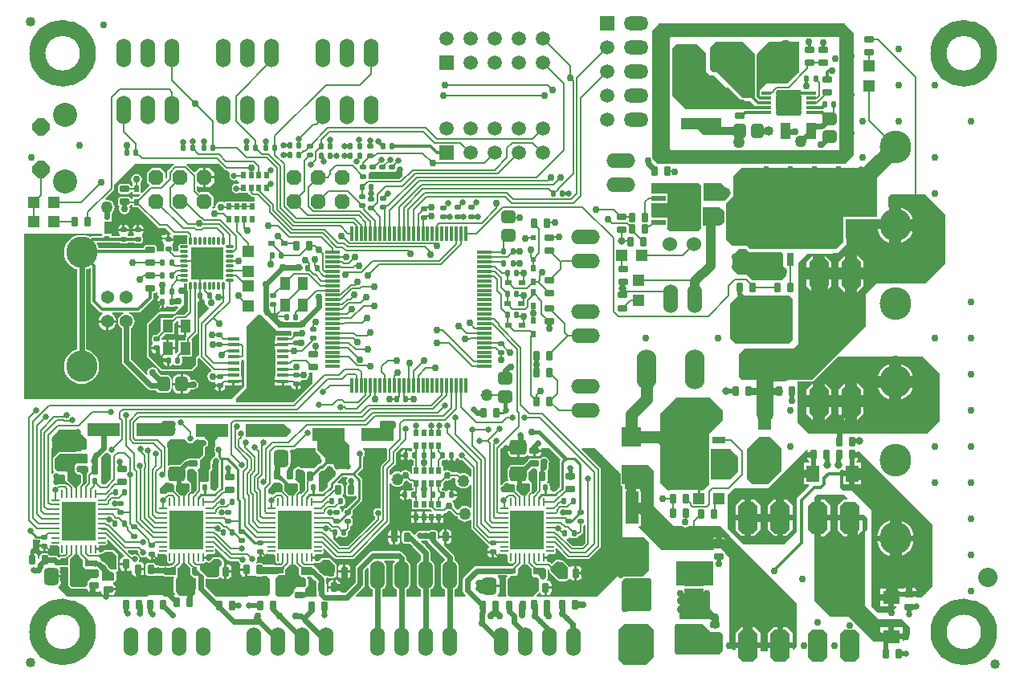
<source format=gtl>
G04 Layer_Physical_Order=1*
G04 Layer_Color=255*
%FSLAX24Y24*%
%MOIN*%
G70*
G01*
G75*
%ADD10C,0.0650*%
%ADD11C,0.0080*%
G04:AMPARAMS|DCode=12|XSize=22mil|YSize=24mil|CornerRadius=4.4mil|HoleSize=0mil|Usage=FLASHONLY|Rotation=90.000|XOffset=0mil|YOffset=0mil|HoleType=Round|Shape=RoundedRectangle|*
%AMROUNDEDRECTD12*
21,1,0.0220,0.0152,0,0,90.0*
21,1,0.0132,0.0240,0,0,90.0*
1,1,0.0088,0.0076,0.0066*
1,1,0.0088,0.0076,-0.0066*
1,1,0.0088,-0.0076,-0.0066*
1,1,0.0088,-0.0076,0.0066*
%
%ADD12ROUNDEDRECTD12*%
G04:AMPARAMS|DCode=13|XSize=22mil|YSize=24mil|CornerRadius=4.4mil|HoleSize=0mil|Usage=FLASHONLY|Rotation=0.000|XOffset=0mil|YOffset=0mil|HoleType=Round|Shape=RoundedRectangle|*
%AMROUNDEDRECTD13*
21,1,0.0220,0.0152,0,0,0.0*
21,1,0.0132,0.0240,0,0,0.0*
1,1,0.0088,0.0066,-0.0076*
1,1,0.0088,-0.0066,-0.0076*
1,1,0.0088,-0.0066,0.0076*
1,1,0.0088,0.0066,0.0076*
%
%ADD13ROUNDEDRECTD13*%
%ADD14R,0.0200X0.0260*%
%ADD15R,0.0551X0.1339*%
G04:AMPARAMS|DCode=16|XSize=50mil|YSize=50mil|CornerRadius=25mil|HoleSize=0mil|Usage=FLASHONLY|Rotation=90.000|XOffset=0mil|YOffset=0mil|HoleType=Round|Shape=RoundedRectangle|*
%AMROUNDEDRECTD16*
21,1,0.0500,0.0000,0,0,90.0*
21,1,0.0000,0.0500,0,0,90.0*
1,1,0.0500,0.0000,0.0000*
1,1,0.0500,0.0000,0.0000*
1,1,0.0500,0.0000,0.0000*
1,1,0.0500,0.0000,0.0000*
%
%ADD16ROUNDEDRECTD16*%
G04:AMPARAMS|DCode=17|XSize=29.1mil|YSize=39.4mil|CornerRadius=5.8mil|HoleSize=0mil|Usage=FLASHONLY|Rotation=0.000|XOffset=0mil|YOffset=0mil|HoleType=Round|Shape=RoundedRectangle|*
%AMROUNDEDRECTD17*
21,1,0.0291,0.0277,0,0,0.0*
21,1,0.0175,0.0394,0,0,0.0*
1,1,0.0117,0.0087,-0.0139*
1,1,0.0117,-0.0087,-0.0139*
1,1,0.0117,-0.0087,0.0139*
1,1,0.0117,0.0087,0.0139*
%
%ADD17ROUNDEDRECTD17*%
G04:AMPARAMS|DCode=18|XSize=63mil|YSize=71mil|CornerRadius=15.8mil|HoleSize=0mil|Usage=FLASHONLY|Rotation=90.000|XOffset=0mil|YOffset=0mil|HoleType=Round|Shape=RoundedRectangle|*
%AMROUNDEDRECTD18*
21,1,0.0630,0.0395,0,0,90.0*
21,1,0.0315,0.0710,0,0,90.0*
1,1,0.0315,0.0198,0.0158*
1,1,0.0315,0.0198,-0.0158*
1,1,0.0315,-0.0198,-0.0158*
1,1,0.0315,-0.0198,0.0158*
%
%ADD18ROUNDEDRECTD18*%
G04:AMPARAMS|DCode=19|XSize=29.1mil|YSize=39.4mil|CornerRadius=5.8mil|HoleSize=0mil|Usage=FLASHONLY|Rotation=270.000|XOffset=0mil|YOffset=0mil|HoleType=Round|Shape=RoundedRectangle|*
%AMROUNDEDRECTD19*
21,1,0.0291,0.0277,0,0,270.0*
21,1,0.0175,0.0394,0,0,270.0*
1,1,0.0117,-0.0139,-0.0087*
1,1,0.0117,-0.0139,0.0087*
1,1,0.0117,0.0139,0.0087*
1,1,0.0117,0.0139,-0.0087*
%
%ADD19ROUNDEDRECTD19*%
%ADD20R,0.0138X0.0236*%
G04:AMPARAMS|DCode=21|XSize=63mil|YSize=71mil|CornerRadius=15.8mil|HoleSize=0mil|Usage=FLASHONLY|Rotation=180.000|XOffset=0mil|YOffset=0mil|HoleType=Round|Shape=RoundedRectangle|*
%AMROUNDEDRECTD21*
21,1,0.0630,0.0395,0,0,180.0*
21,1,0.0315,0.0710,0,0,180.0*
1,1,0.0315,-0.0158,0.0198*
1,1,0.0315,0.0158,0.0198*
1,1,0.0315,0.0158,-0.0198*
1,1,0.0315,-0.0158,-0.0198*
%
%ADD21ROUNDEDRECTD21*%
%ADD22R,0.1417X0.1614*%
%ADD23O,0.0098X0.0335*%
%ADD24O,0.0335X0.0098*%
%ADD25R,0.1339X0.0551*%
%ADD26R,0.1700X0.1970*%
%ADD27R,0.0560X0.0280*%
G04:AMPARAMS|DCode=28|XSize=52mil|YSize=60mil|CornerRadius=13mil|HoleSize=0mil|Usage=FLASHONLY|Rotation=270.000|XOffset=0mil|YOffset=0mil|HoleType=Round|Shape=RoundedRectangle|*
%AMROUNDEDRECTD28*
21,1,0.0520,0.0340,0,0,270.0*
21,1,0.0260,0.0600,0,0,270.0*
1,1,0.0260,-0.0170,-0.0130*
1,1,0.0260,-0.0170,0.0130*
1,1,0.0260,0.0170,0.0130*
1,1,0.0260,0.0170,-0.0130*
%
%ADD28ROUNDEDRECTD28*%
%ADD29C,0.0600*%
%ADD30R,0.0354X0.1299*%
%ADD31R,0.0240X0.0240*%
%ADD32R,0.0600X0.0120*%
%ADD33R,0.0120X0.0600*%
%ADD34R,0.0480X0.0480*%
%ADD35R,0.0480X0.0480*%
G04:AMPARAMS|DCode=36|XSize=11mil|YSize=31.5mil|CornerRadius=4.4mil|HoleSize=0mil|Usage=FLASHONLY|Rotation=180.000|XOffset=0mil|YOffset=0mil|HoleType=Round|Shape=RoundedRectangle|*
%AMROUNDEDRECTD36*
21,1,0.0110,0.0227,0,0,180.0*
21,1,0.0022,0.0315,0,0,180.0*
1,1,0.0088,-0.0011,0.0113*
1,1,0.0088,0.0011,0.0113*
1,1,0.0088,0.0011,-0.0113*
1,1,0.0088,-0.0011,-0.0113*
%
%ADD36ROUNDEDRECTD36*%
G04:AMPARAMS|DCode=37|XSize=11mil|YSize=31.5mil|CornerRadius=4.4mil|HoleSize=0mil|Usage=FLASHONLY|Rotation=270.000|XOffset=0mil|YOffset=0mil|HoleType=Round|Shape=RoundedRectangle|*
%AMROUNDEDRECTD37*
21,1,0.0110,0.0227,0,0,270.0*
21,1,0.0022,0.0315,0,0,270.0*
1,1,0.0088,-0.0113,-0.0011*
1,1,0.0088,-0.0113,0.0011*
1,1,0.0088,0.0113,0.0011*
1,1,0.0088,0.0113,-0.0011*
%
%ADD37ROUNDEDRECTD37*%
%ADD38R,0.1370X0.1370*%
%ADD39R,0.0420X0.0520*%
%ADD40R,0.0280X0.0560*%
%ADD41R,0.1970X0.1700*%
G04:AMPARAMS|DCode=42|XSize=52mil|YSize=60mil|CornerRadius=13mil|HoleSize=0mil|Usage=FLASHONLY|Rotation=180.000|XOffset=0mil|YOffset=0mil|HoleType=Round|Shape=RoundedRectangle|*
%AMROUNDEDRECTD42*
21,1,0.0520,0.0340,0,0,180.0*
21,1,0.0260,0.0600,0,0,180.0*
1,1,0.0260,-0.0130,0.0170*
1,1,0.0260,0.0130,0.0170*
1,1,0.0260,0.0130,-0.0170*
1,1,0.0260,-0.0130,-0.0170*
%
%ADD42ROUNDEDRECTD42*%
%ADD43R,0.1260X0.0630*%
G04:AMPARAMS|DCode=44|XSize=40mil|YSize=40mil|CornerRadius=20mil|HoleSize=0mil|Usage=FLASHONLY|Rotation=0.000|XOffset=0mil|YOffset=0mil|HoleType=Round|Shape=RoundedRectangle|*
%AMROUNDEDRECTD44*
21,1,0.0400,0.0000,0,0,0.0*
21,1,0.0000,0.0400,0,0,0.0*
1,1,0.0400,0.0000,0.0000*
1,1,0.0400,0.0000,0.0000*
1,1,0.0400,0.0000,0.0000*
1,1,0.0400,0.0000,0.0000*
%
%ADD44ROUNDEDRECTD44*%
%ADD45R,0.0600X0.0240*%
%ADD46R,0.0790X0.0790*%
%ADD47R,0.0500X0.0150*%
%ADD48R,0.0280X0.0200*%
%ADD49R,0.0200X0.0280*%
%ADD50R,0.0543X0.0709*%
%ADD51R,0.0709X0.0543*%
%ADD52R,0.0433X0.0669*%
%ADD53R,0.0790X0.0790*%
%ADD54R,0.1673X0.0465*%
G04:AMPARAMS|DCode=55|XSize=105mil|YSize=105mil|CornerRadius=26.3mil|HoleSize=0mil|Usage=FLASHONLY|Rotation=180.000|XOffset=0mil|YOffset=0mil|HoleType=Round|Shape=RoundedRectangle|*
%AMROUNDEDRECTD55*
21,1,0.1050,0.0525,0,0,180.0*
21,1,0.0525,0.1050,0,0,180.0*
1,1,0.0525,-0.0263,0.0263*
1,1,0.0525,0.0263,0.0263*
1,1,0.0525,0.0263,-0.0263*
1,1,0.0525,-0.0263,-0.0263*
%
%ADD55ROUNDEDRECTD55*%
%ADD56R,0.0402X0.0118*%
%ADD57C,0.0120*%
%ADD58C,0.0200*%
%ADD59C,0.0070*%
%ADD60C,0.0300*%
%ADD61C,0.0240*%
%ADD62C,0.0160*%
%ADD63C,0.0100*%
%ADD64C,0.0400*%
%ADD65C,0.0360*%
%ADD66C,0.0500*%
%ADD67C,0.0700*%
%ADD68C,0.0140*%
%ADD69C,0.0320*%
%ADD70C,0.0250*%
%ADD71R,0.1299X0.1063*%
%ADD72R,0.1575X0.0984*%
%ADD73R,0.0591X0.0591*%
%ADD74C,0.0591*%
G04:AMPARAMS|DCode=75|XSize=133mil|YSize=83mil|CornerRadius=0mil|HoleSize=0mil|Usage=FLASHONLY|Rotation=90.000|XOffset=0mil|YOffset=0mil|HoleType=Round|Shape=Octagon|*
%AMOCTAGOND75*
4,1,8,0.0208,0.0665,-0.0208,0.0665,-0.0415,0.0458,-0.0415,-0.0458,-0.0208,-0.0665,0.0208,-0.0665,0.0415,-0.0458,0.0415,0.0458,0.0208,0.0665,0.0*
%
%ADD75OCTAGOND75*%

%ADD76O,0.0825X0.1650*%
%ADD77O,0.0600X0.1200*%
%ADD78P,0.0758X8X292.5*%
%ADD79C,0.1000*%
%ADD80C,0.1305*%
%ADD81C,0.0540*%
%ADD82P,0.0671X8X22.5*%
%ADD83O,0.1200X0.0600*%
%ADD84O,0.1024X0.0591*%
%ADD85R,0.0591X0.0591*%
%ADD86O,0.1300X0.1360*%
%ADD87C,0.0800*%
%ADD88C,0.0300*%
%ADD89C,0.0250*%
%ADD90C,0.0320*%
%ADD91C,0.0500*%
%ADD92C,0.0450*%
%ADD93C,0.0400*%
G36*
X30590Y17890D02*
Y17680D01*
X30594Y17660D01*
X30584Y17634D01*
X30570Y17610D01*
X30070D01*
X30040Y17640D01*
Y17810D01*
X30180Y17950D01*
X30530D01*
X30590Y17890D01*
D02*
G37*
G36*
X31512Y18447D02*
X31504Y18409D01*
Y18131D01*
X31514Y18081D01*
X31518Y18076D01*
Y17699D01*
X31369Y17550D01*
X31270D01*
Y17617D01*
X31275Y17622D01*
X31291Y17645D01*
X31296Y17672D01*
Y17925D01*
X31291Y17953D01*
X31275Y17976D01*
X31270Y17981D01*
Y17990D01*
X31134Y18126D01*
X31149Y18203D01*
Y18444D01*
X31289Y18584D01*
X31374D01*
X31512Y18447D01*
D02*
G37*
G36*
X21662Y18556D02*
X21668Y18552D01*
X21673Y18547D01*
X21682Y18541D01*
X21688Y18538D01*
X21694Y18534D01*
X21701Y18533D01*
X21708Y18530D01*
X21715D01*
X21722Y18529D01*
X21790D01*
X21878Y18440D01*
X21874Y18419D01*
Y18141D01*
X21880Y18112D01*
Y17701D01*
X21729Y17550D01*
X21630D01*
Y17617D01*
X21635Y17622D01*
X21651Y17645D01*
X21656Y17672D01*
Y17925D01*
X21651Y17953D01*
X21635Y17976D01*
X21630Y17981D01*
Y17990D01*
X21456Y18164D01*
X21466Y18211D01*
Y18489D01*
X21463Y18503D01*
X21474Y18514D01*
X21486Y18516D01*
X21551Y18559D01*
X21569Y18587D01*
X21626Y18592D01*
X21662Y18556D01*
D02*
G37*
G36*
X23037Y18593D02*
X23039Y18584D01*
X23082Y18519D01*
X23147Y18476D01*
X23150Y18476D01*
Y18310D01*
X22830Y17990D01*
Y17980D01*
Y17849D01*
X22817Y17837D01*
X22791Y17797D01*
X22790Y17795D01*
X22635Y17640D01*
X22480D01*
X22440Y17680D01*
Y18397D01*
X22553Y18510D01*
X22650D01*
X22800Y18660D01*
X22970D01*
X23037Y18593D01*
D02*
G37*
G36*
X12850Y19170D02*
Y18840D01*
X12810Y18800D01*
X12370D01*
X12300Y18730D01*
Y18610D01*
Y18460D01*
X12410Y18350D01*
X12520D01*
X12570Y18300D01*
Y18100D01*
Y17991D01*
X12504Y17926D01*
X12501Y17921D01*
X12340Y17760D01*
X12282Y17818D01*
X12280Y17830D01*
X12257Y17865D01*
X12089Y18033D01*
X12054Y18056D01*
X12047Y18057D01*
X12000Y18104D01*
Y18288D01*
Y18320D01*
Y18430D01*
X11970Y18460D01*
X11604D01*
X11599Y18461D01*
X11490Y18570D01*
Y19010D01*
X11680Y19200D01*
X12800D01*
X12810Y19210D01*
X12850Y19170D01*
D02*
G37*
G36*
X18295Y18845D02*
Y17845D01*
X18160Y17710D01*
X18030D01*
X17960Y17780D01*
Y18480D01*
X18030Y18550D01*
Y18568D01*
X18031Y18573D01*
X18034Y18580D01*
Y18587D01*
X18035Y18594D01*
X18034Y18601D01*
Y18608D01*
X18030Y18627D01*
Y18760D01*
X18150Y18880D01*
X18260D01*
X18295Y18845D01*
D02*
G37*
G36*
X39210Y21000D02*
X39210Y20601D01*
X38660Y20051D01*
Y19397D01*
X38659Y19390D01*
Y18170D01*
X38660Y18163D01*
Y17950D01*
X38410Y17700D01*
X36919Y17700D01*
X36614Y18005D01*
X36630Y20870D01*
X37310Y21550D01*
X38660D01*
X39210Y21000D01*
D02*
G37*
G36*
X17091Y18574D02*
X17244D01*
X17380Y18438D01*
Y18060D01*
Y17701D01*
X17229Y17550D01*
X17130D01*
Y17617D01*
X17135Y17622D01*
X17151Y17645D01*
X17156Y17672D01*
Y17925D01*
X17151Y17953D01*
X17135Y17976D01*
X17130Y17981D01*
Y17990D01*
X16969Y18151D01*
X16979Y18203D01*
Y18518D01*
X16979Y18519D01*
X17044Y18584D01*
X17091Y18574D01*
D02*
G37*
G36*
X17085Y17925D02*
Y17672D01*
X16978Y17566D01*
X16955Y17531D01*
X16947Y17490D01*
Y17467D01*
X16940Y17460D01*
X16738D01*
X16730Y17471D01*
X16521Y17680D01*
Y17911D01*
X16580Y17970D01*
X17040D01*
X17085Y17925D01*
D02*
G37*
G36*
X25293Y19400D02*
X25288Y19375D01*
Y18979D01*
X25054Y18746D01*
X25031Y18711D01*
X25023Y18670D01*
Y16955D01*
X24984Y16934D01*
X24973Y16934D01*
X24900Y16949D01*
X24824Y16934D01*
X24759Y16891D01*
X24716Y16826D01*
X24701Y16750D01*
X24716Y16674D01*
X24759Y16609D01*
X24788Y16590D01*
Y16516D01*
X23644Y15372D01*
X23340D01*
X23045Y15667D01*
X23050Y15679D01*
Y15940D01*
X23150D01*
Y15717D01*
X23166D01*
X23222Y15728D01*
X23270Y15760D01*
X23276Y15770D01*
X23329Y15782D01*
X23367Y15757D01*
X23411Y15748D01*
X23543D01*
X23587Y15757D01*
X23625Y15782D01*
X23650Y15820D01*
X23659Y15864D01*
Y15964D01*
X23729Y16034D01*
X23754Y16070D01*
X23762Y16113D01*
X23762Y16113D01*
Y16216D01*
X23770Y16218D01*
X23808Y16243D01*
X23833Y16281D01*
X23842Y16325D01*
Y16457D01*
X23833Y16501D01*
X23808Y16539D01*
X23788Y16553D01*
X23788Y16553D01*
Y16608D01*
X23788Y16608D01*
X23808Y16622D01*
X23833Y16660D01*
X23842Y16704D01*
Y16836D01*
X23837Y16864D01*
X24207Y17233D01*
X24233Y17273D01*
X24242Y17320D01*
Y18120D01*
X24233Y18167D01*
X24207Y18207D01*
X24043Y18370D01*
X24247Y18573D01*
X24273Y18613D01*
X24282Y18660D01*
Y19067D01*
X24301Y19079D01*
X24344Y19144D01*
X24359Y19220D01*
X24344Y19296D01*
X24301Y19361D01*
X24281Y19373D01*
X24271Y19441D01*
X24278Y19450D01*
X25263D01*
X25293Y19400D01*
D02*
G37*
G36*
X23634Y18198D02*
X23606Y18156D01*
X23591Y18080D01*
X23606Y18004D01*
X23635Y17961D01*
Y17959D01*
X23608Y17941D01*
X23579Y17899D01*
X23570Y17849D01*
Y17571D01*
X23579Y17521D01*
X23608Y17479D01*
X23650Y17451D01*
X23700Y17441D01*
X23875D01*
X23925Y17451D01*
X23948Y17466D01*
X23998Y17441D01*
Y17371D01*
X23579Y16952D01*
X23574D01*
X23530Y16943D01*
X23492Y16918D01*
X23467Y16880D01*
X23458Y16836D01*
Y16784D01*
X23443Y16774D01*
X23393Y16800D01*
Y16833D01*
X23382Y16889D01*
X23350Y16937D01*
X23325Y16954D01*
X23314Y17012D01*
X23315Y17013D01*
X23334Y17038D01*
X23416D01*
X23460Y17047D01*
X23498Y17072D01*
X23523Y17110D01*
X23532Y17154D01*
Y17306D01*
X23523Y17350D01*
X23498Y17388D01*
X23460Y17413D01*
X23432Y17419D01*
X23419Y17466D01*
X23420Y17471D01*
X23432Y17479D01*
X23461Y17521D01*
X23470Y17571D01*
Y17849D01*
X23461Y17899D01*
X23432Y17941D01*
X23390Y17969D01*
X23340Y17979D01*
X23248D01*
X23229Y18026D01*
X23451Y18248D01*
X23607D01*
X23634Y18198D01*
D02*
G37*
G36*
X21204Y17976D02*
X21201Y17970D01*
X21540D01*
X21585Y17925D01*
Y17672D01*
X21478Y17566D01*
X21455Y17531D01*
X21447Y17490D01*
Y17467D01*
X21440Y17460D01*
X21238D01*
X21230Y17471D01*
X21021Y17680D01*
Y17889D01*
Y17911D01*
Y17948D01*
X21009D01*
X21000Y17961D01*
X20890Y18070D01*
X20867Y18086D01*
X20840Y18091D01*
X20819D01*
X20740Y18170D01*
X20738D01*
X20712Y18213D01*
X20780Y18343D01*
X20830Y18350D01*
X21204Y17976D01*
D02*
G37*
G36*
X20950Y17910D02*
Y17680D01*
X20955Y17653D01*
X20960Y17646D01*
X20933Y17600D01*
X20640D01*
X20570Y17530D01*
X20420D01*
X20350Y17600D01*
Y17751D01*
X20484Y17886D01*
X20484Y17886D01*
X20509Y17922D01*
X20510Y17930D01*
X20600Y18020D01*
X20840D01*
X20950Y17910D01*
D02*
G37*
G36*
X16264Y17988D02*
X16352Y17971D01*
X16389D01*
X16450Y17910D01*
Y17680D01*
X16455Y17653D01*
X16460Y17646D01*
X16433Y17600D01*
X16140D01*
X16070Y17530D01*
X15920D01*
X15850Y17600D01*
Y17770D01*
X16100Y18020D01*
X16216D01*
X16264Y17988D01*
D02*
G37*
G36*
X31225Y17925D02*
Y17672D01*
X31118Y17566D01*
X31095Y17531D01*
X31087Y17490D01*
Y17467D01*
X31080Y17460D01*
X30878D01*
X30870Y17471D01*
X30661Y17680D01*
Y17911D01*
X30720Y17970D01*
X31180D01*
X31225Y17925D01*
D02*
G37*
G36*
X26181Y18014D02*
X26181Y18014D01*
X26217Y17989D01*
X26260Y17981D01*
X26307Y17980D01*
Y17773D01*
X26365D01*
Y17697D01*
X26330D01*
X26286Y17688D01*
X26248Y17663D01*
X26196Y17674D01*
X26189Y17684D01*
X26141Y17716D01*
X26085Y17727D01*
X26069D01*
Y17504D01*
Y17282D01*
X26085D01*
X26141Y17293D01*
X26189Y17325D01*
X26196Y17335D01*
X26248Y17346D01*
X26286Y17321D01*
X26307Y17311D01*
Y16911D01*
X27071D01*
X27131Y16851D01*
X27112Y16805D01*
X26847D01*
Y16575D01*
Y16345D01*
X27065D01*
Y16575D01*
X27165D01*
Y16345D01*
X27380D01*
Y16575D01*
X27430D01*
Y16625D01*
X27630D01*
Y16705D01*
X27656Y16743D01*
X27699Y16751D01*
X27735Y16775D01*
X27798Y16838D01*
X27853Y16827D01*
X27908Y16838D01*
X28108Y16638D01*
X28108Y16638D01*
X28145Y16613D01*
X28188Y16605D01*
X28188Y16605D01*
X28207D01*
X28230Y16549D01*
X28282Y16482D01*
X28349Y16430D01*
X28426Y16398D01*
X28510Y16387D01*
X28594Y16398D01*
X28671Y16430D01*
X28718Y16466D01*
X28768Y16441D01*
Y16148D01*
X28768Y16148D01*
X28776Y16105D01*
X28801Y16069D01*
X29429Y15441D01*
X29429Y15441D01*
X29465Y15416D01*
X29482Y15413D01*
X29487Y15390D01*
X29512Y15352D01*
X29500Y15299D01*
X29490Y15293D01*
X29458Y15245D01*
X29447Y15189D01*
Y15173D01*
X29670D01*
Y15123D01*
X29720D01*
Y14910D01*
X29746D01*
X29802Y14921D01*
X29850Y14953D01*
X29882Y15001D01*
X29890Y15041D01*
X29906Y15052D01*
X29927Y15060D01*
X29943Y15061D01*
X29971Y15042D01*
X30017Y15033D01*
X30234D01*
X30263Y15017D01*
X30279Y14987D01*
Y14771D01*
X30289Y14724D01*
X30315Y14685D01*
X30355Y14659D01*
X30401Y14649D01*
X30448Y14659D01*
X30463Y14669D01*
X30490Y14663D01*
X30522Y14642D01*
X30534Y14584D01*
X30488Y14538D01*
X30459Y14544D01*
X29000D01*
X28926Y14529D01*
X28863Y14487D01*
X28483Y14107D01*
X28441Y14044D01*
X28426Y13970D01*
Y13522D01*
X28441Y13448D01*
X28483Y13385D01*
X28542Y13326D01*
X28523Y13280D01*
X28072D01*
Y13556D01*
X28142Y13609D01*
X28201Y13687D01*
X28238Y13777D01*
X28251Y13873D01*
Y14473D01*
X28238Y14570D01*
X28201Y14660D01*
X28142Y14737D01*
X28072Y14791D01*
Y14907D01*
X28057Y14982D01*
X28015Y15044D01*
X27649Y15410D01*
X27658Y15430D01*
Y15710D01*
X27459D01*
Y15709D01*
X27409Y15683D01*
X27390Y15697D01*
Y15899D01*
X27381Y15949D01*
X27352Y15991D01*
X27310Y16019D01*
X27260Y16029D01*
X27085D01*
X27035Y16019D01*
X27011Y16004D01*
X26906D01*
X26880Y16009D01*
X26854Y16004D01*
X26680D01*
X26678Y16003D01*
X26650Y16009D01*
X26574Y15994D01*
X26509Y15951D01*
X26466Y15886D01*
X26460Y15855D01*
X26406Y15838D01*
X26367Y15877D01*
X26320Y15908D01*
X26316Y15929D01*
X26288Y15971D01*
X26245Y15999D01*
X26195Y16009D01*
X26020D01*
X25970Y15999D01*
X25928Y15971D01*
X25899Y15929D01*
X25890Y15879D01*
Y15601D01*
X25899Y15551D01*
X25928Y15509D01*
X25970Y15481D01*
X26020Y15471D01*
X26195D01*
X26220Y15476D01*
X26340Y15356D01*
X26354Y15334D01*
X26376Y15320D01*
X26684Y15012D01*
Y14791D01*
X26614Y14737D01*
X26555Y14660D01*
X26517Y14570D01*
X26505Y14473D01*
Y13873D01*
X26517Y13777D01*
X26555Y13687D01*
X26614Y13609D01*
X26684Y13556D01*
Y13280D01*
X26072D01*
Y13556D01*
X26142Y13609D01*
X26201Y13687D01*
X26238Y13777D01*
X26251Y13873D01*
Y14473D01*
X26238Y14570D01*
X26201Y14660D01*
X26142Y14737D01*
X26072Y14791D01*
Y14870D01*
X26057Y14944D01*
X26015Y15007D01*
X25922Y15100D01*
X25859Y15142D01*
X25785Y15157D01*
X24675D01*
X24601Y15142D01*
X24538Y15100D01*
X24023Y14585D01*
X23981Y14522D01*
X23966Y14448D01*
Y13870D01*
X23540Y13444D01*
X23369D01*
X23331Y13494D01*
X23336Y13521D01*
Y13610D01*
X22839D01*
Y13528D01*
X22834Y13517D01*
X22805Y13487D01*
X22770Y13521D01*
Y13799D01*
X22761Y13849D01*
X22746Y13870D01*
Y13968D01*
X22738Y14009D01*
X22776Y14059D01*
X22835D01*
X22875Y14051D01*
X23050D01*
X23100Y14061D01*
X23142Y14089D01*
X23171Y14131D01*
X23180Y14181D01*
Y14459D01*
X23171Y14504D01*
Y14580D01*
X23166Y14607D01*
X23150Y14630D01*
X22920Y14860D01*
X22897Y14876D01*
X22870Y14881D01*
X22600D01*
X22573Y14876D01*
X22550Y14860D01*
X22440Y14751D01*
X22333D01*
X22291Y14795D01*
Y14839D01*
X22139D01*
Y14939D01*
X22291D01*
Y14987D01*
X22291Y15007D01*
X22337Y15033D01*
X22523D01*
X22569Y15042D01*
X22609Y15069D01*
X22635Y15108D01*
X22644Y15155D01*
X22635Y15201D01*
X22625Y15216D01*
X22620Y15231D01*
X22638Y15263D01*
X22694Y15271D01*
X23094Y14871D01*
X23094Y14871D01*
X23131Y14846D01*
X23174Y14838D01*
X23174Y14838D01*
X23840D01*
X23840Y14838D01*
X23883Y14846D01*
X23919Y14871D01*
X25359Y16311D01*
X25359Y16311D01*
X25384Y16347D01*
X25392Y16390D01*
X25392Y16390D01*
Y17957D01*
X25442Y17974D01*
X25479Y17926D01*
X25546Y17874D01*
X25624Y17842D01*
X25707Y17831D01*
X25791Y17842D01*
X25869Y17874D01*
X25935Y17926D01*
X25987Y17993D01*
X26019Y18070D01*
X26019Y18071D01*
X26042Y18087D01*
X26097Y18098D01*
X26181Y18014D01*
D02*
G37*
G36*
X16947Y19733D02*
X16969Y19699D01*
X17003Y19677D01*
X17030Y19650D01*
X17066D01*
X17110Y19641D01*
X17154Y19650D01*
X17190D01*
X17217Y19677D01*
X17251Y19699D01*
X17273Y19733D01*
X17300Y19760D01*
X17708D01*
X17714Y19756D01*
X17756Y19714D01*
X17766Y19698D01*
X17773Y19667D01*
Y19633D01*
X17766Y19602D01*
X17739Y19561D01*
X17695Y19532D01*
X17693Y19531D01*
X17687Y19527D01*
X17680Y19524D01*
X17675Y19519D01*
X17670Y19516D01*
X17666Y19510D01*
X17661Y19505D01*
X17658Y19498D01*
X17654Y19492D01*
X17653Y19486D01*
X17650Y19479D01*
X17650Y19472D01*
X17649Y19465D01*
Y19450D01*
Y19168D01*
X17480Y18999D01*
X17421Y18999D01*
X17419Y19001D01*
X17369Y19010D01*
X17091D01*
X17041Y19001D01*
X17026Y18990D01*
X16999Y18972D01*
X16995Y18966D01*
X16982D01*
X16916Y18952D01*
X16860Y18915D01*
X16694Y18750D01*
X16352D01*
X16264Y18732D01*
X16217Y18701D01*
X16167Y18728D01*
Y19073D01*
Y19077D01*
Y19455D01*
X16159Y19496D01*
X16140Y19524D01*
Y19680D01*
X16280Y19820D01*
X16860D01*
X16947Y19733D01*
D02*
G37*
G36*
X28004Y18906D02*
X28020D01*
X28077Y18917D01*
X28124Y18949D01*
X28156Y18996D01*
X28160Y19018D01*
X28213Y19028D01*
X28239Y18989D01*
X28304Y18946D01*
X28380Y18931D01*
X28414Y18938D01*
X28768Y18584D01*
Y18261D01*
X28723Y18243D01*
X28718Y18244D01*
X28668Y18308D01*
X28601Y18360D01*
X28524Y18392D01*
X28440Y18403D01*
X28356Y18392D01*
X28307Y18371D01*
X28288Y18391D01*
X28251Y18415D01*
X28209Y18424D01*
X28208Y18424D01*
X27964D01*
X27933Y18470D01*
X27860Y18519D01*
X27774Y18536D01*
X27688Y18519D01*
X27650Y18493D01*
X27600Y18520D01*
Y18708D01*
X27542D01*
Y18895D01*
X27583Y18936D01*
X27643D01*
X27688Y18945D01*
X27726Y18970D01*
X27778Y18959D01*
X27785Y18949D01*
X27832Y18917D01*
X27888Y18906D01*
X27904D01*
Y19128D01*
X28004D01*
Y18906D01*
D02*
G37*
G36*
X23730Y19580D02*
Y18620D01*
X23670Y18560D01*
X23266D01*
X23048Y18778D01*
X22718D01*
Y19022D01*
X22670Y19070D01*
X22380Y19360D01*
Y19780D01*
X23430Y19880D01*
X23730Y19580D01*
D02*
G37*
G36*
X30770Y19063D02*
X30917D01*
X30985Y19072D01*
X31047Y19098D01*
X31084Y19126D01*
X31137Y19136D01*
X31190Y19101D01*
X31251Y19089D01*
X31340D01*
Y19338D01*
X31390D01*
Y19388D01*
X31690D01*
Y19425D01*
X31710Y19450D01*
X32027D01*
X32489Y18988D01*
X32471Y18970D01*
X32444Y18930D01*
X32435Y18883D01*
Y18635D01*
Y17803D01*
X32431Y17797D01*
X32430Y17795D01*
X32275Y17640D01*
X32140D01*
X32032Y17748D01*
Y17876D01*
X32023Y17920D01*
X31998Y17958D01*
X31974Y17975D01*
X31960Y17983D01*
X31921Y17991D01*
X31912Y18008D01*
X31904Y18042D01*
X31931Y18081D01*
X31940Y18131D01*
Y18409D01*
X31931Y18459D01*
X31924Y18468D01*
X31931Y18499D01*
X31974Y18564D01*
X31989Y18640D01*
Y18779D01*
Y18830D01*
X31999Y18880D01*
X31984Y18956D01*
X31941Y19021D01*
X31876Y19064D01*
X31800Y19079D01*
X31724Y19064D01*
X31659Y19021D01*
X31649Y19011D01*
X31586Y19006D01*
X31579Y19011D01*
X31529Y19020D01*
X31251D01*
X31201Y19011D01*
X31159Y18982D01*
X31131Y18940D01*
X31125Y18910D01*
X30957Y18742D01*
X30917Y18750D01*
X30522D01*
X30434Y18732D01*
X30358Y18682D01*
X30308Y18606D01*
X30291Y18518D01*
Y18203D01*
X30308Y18114D01*
X30311Y18110D01*
X30281Y18065D01*
X30260Y18069D01*
X30184Y18054D01*
X30119Y18011D01*
X30079Y17950D01*
X30040Y17911D01*
X30020Y17898D01*
X29970Y17924D01*
Y19402D01*
X30019Y19450D01*
X30263D01*
Y19323D01*
X30272Y19255D01*
X30298Y19193D01*
X30339Y19139D01*
X30393Y19098D01*
X30455Y19072D01*
X30522Y19063D01*
X30670D01*
Y19480D01*
X30770D01*
Y19063D01*
D02*
G37*
G36*
X22309Y19360D02*
X22314Y19333D01*
X22330Y19310D01*
X22520Y19119D01*
Y18870D01*
X22250Y18600D01*
X21722D01*
X21712Y18606D01*
X21633Y18685D01*
X21615Y18703D01*
X21597Y18667D01*
X21589Y18660D01*
X21564Y18658D01*
X21560Y18657D01*
X21555D01*
X21546Y18654D01*
X21537Y18651D01*
X21534Y18648D01*
X21530Y18647D01*
X21523Y18640D01*
X21515Y18634D01*
X21513Y18630D01*
X21510Y18627D01*
X21502Y18614D01*
X21450Y18601D01*
X21449Y18603D01*
X21397Y18638D01*
X21335Y18650D01*
X21266D01*
X21239Y18700D01*
X21262Y18734D01*
X21280Y18822D01*
Y19217D01*
X21262Y19306D01*
X21241Y19338D01*
X21268Y19388D01*
X21400D01*
X21400Y19388D01*
X21443Y19396D01*
X21479Y19421D01*
X21509Y19450D01*
X22309D01*
Y19360D01*
D02*
G37*
G36*
X26307Y19332D02*
X26274Y19302D01*
X26224Y19310D01*
X26219Y19318D01*
X26171Y19350D01*
X26115Y19361D01*
X26099D01*
Y19138D01*
Y18915D01*
X26115D01*
X26171Y18927D01*
X26219Y18958D01*
X26225Y18968D01*
X26278Y18980D01*
X26315Y18955D01*
X26360Y18946D01*
X26365D01*
Y18708D01*
X26307D01*
Y18361D01*
X26257Y18357D01*
X26249Y18397D01*
X26200Y18470D01*
X26128Y18519D01*
X26042Y18536D01*
X25956Y18519D01*
X25883Y18470D01*
X25861Y18437D01*
X25791Y18466D01*
X25707Y18477D01*
X25624Y18466D01*
X25546Y18434D01*
X25479Y18382D01*
X25442Y18334D01*
X25392Y18351D01*
Y18524D01*
X25619Y18751D01*
X25619Y18751D01*
X25644Y18787D01*
X25652Y18830D01*
X25652Y18830D01*
Y19234D01*
X25869Y19450D01*
X26307D01*
Y19332D01*
D02*
G37*
G36*
X12660Y19970D02*
X12820Y19810D01*
Y19680D01*
Y19560D01*
X12558Y19298D01*
X12368D01*
X12354Y19271D01*
X11680D01*
X11653Y19266D01*
X11630Y19250D01*
X11440Y19060D01*
X11424Y19037D01*
X11419Y19010D01*
Y18570D01*
X11424Y18543D01*
X11440Y18520D01*
X11463Y18497D01*
X11454Y18434D01*
X11419Y18411D01*
X11387Y18362D01*
X11337Y18377D01*
Y19450D01*
X11370D01*
X11370Y19910D01*
X11670Y20210D01*
X12420D01*
X12660Y19970D01*
D02*
G37*
G36*
X44890Y19290D02*
X47900Y16280D01*
X47900Y14730D01*
Y13670D01*
X47460Y13230D01*
X47287D01*
X47256Y13268D01*
X46950D01*
Y13388D01*
X46830D01*
Y13636D01*
X46811D01*
X46750Y13624D01*
X46714Y13601D01*
X46664Y13613D01*
Y13613D01*
X46330D01*
Y13241D01*
Y12869D01*
X46404D01*
X46423Y12823D01*
X46210Y12610D01*
X45650Y12610D01*
X45390Y12870D01*
Y16850D01*
X44570Y17670D01*
X44230D01*
X44080Y17820D01*
Y18511D01*
X44090Y18513D01*
X44149Y18553D01*
X44199Y18531D01*
Y18500D01*
X44571D01*
X44943D01*
Y18834D01*
X44760D01*
X44745Y18884D01*
X44779Y18907D01*
X44814Y18960D01*
X44826Y19021D01*
Y19040D01*
X44578D01*
Y19280D01*
X44826D01*
Y19290D01*
X44890D01*
D02*
G37*
G36*
X41660Y19430D02*
X41660Y18510D01*
X41100Y17950D01*
X40530Y17950D01*
X40430D01*
X40210Y18170D01*
Y18550D01*
Y19410D01*
X40370Y19570D01*
X40700Y19900D01*
X41190D01*
X41660Y19430D01*
D02*
G37*
G36*
X11929Y18320D02*
Y18104D01*
X11934Y18077D01*
X11950Y18053D01*
X11969Y18034D01*
Y17992D01*
X12015D01*
X12028Y17978D01*
X12033Y17970D01*
X12006Y17920D01*
X11952D01*
X11947Y17923D01*
X11906Y17931D01*
X11654D01*
X11613Y17923D01*
X11608Y17920D01*
X11500D01*
X11460Y17960D01*
Y18330D01*
X11480Y18350D01*
X11884D01*
X11929Y18320D01*
D02*
G37*
G36*
X12870Y18630D02*
Y18450D01*
X12820Y18400D01*
Y18343D01*
X12813Y18308D01*
Y18014D01*
X12699Y17900D01*
X12630D01*
Y17955D01*
X12636Y17964D01*
X12641Y17991D01*
Y18100D01*
Y18300D01*
X12636Y18327D01*
X12630Y18336D01*
Y18360D01*
X12550Y18440D01*
X12430D01*
X12400Y18470D01*
Y18670D01*
X12440Y18710D01*
X12790D01*
X12870Y18630D01*
D02*
G37*
G36*
X13820Y19110D02*
Y18680D01*
Y18160D01*
X13750Y18090D01*
X13610Y17950D01*
X13470D01*
X13410Y18010D01*
Y18180D01*
Y19060D01*
X13490Y19140D01*
X13580Y19230D01*
X13700D01*
X13820Y19110D01*
D02*
G37*
G36*
X39500Y19390D02*
X39850Y19040D01*
Y18470D01*
X39770Y18390D01*
X39520Y18140D01*
X38760D01*
X38730Y18170D01*
Y19390D01*
X38760Y19420D01*
X39470D01*
X39500Y19390D01*
D02*
G37*
G36*
X28126Y18149D02*
X28117Y18080D01*
X28128Y17996D01*
X28160Y17919D01*
X28212Y17852D01*
X28279Y17800D01*
X28356Y17768D01*
X28440Y17757D01*
X28524Y17768D01*
X28601Y17800D01*
X28668Y17852D01*
X28718Y17916D01*
X28723Y17917D01*
X28768Y17899D01*
Y16979D01*
X28718Y16954D01*
X28671Y16990D01*
X28594Y17022D01*
X28510Y17033D01*
X28426Y17022D01*
X28349Y16990D01*
X28282Y16938D01*
X28244Y16889D01*
X28185Y16879D01*
X28066Y16997D01*
X28077Y17052D01*
X28060Y17137D01*
X28012Y17210D01*
X27994Y17222D01*
X28010Y17272D01*
X28020D01*
X28077Y17283D01*
X28124Y17315D01*
X28156Y17362D01*
X28167Y17419D01*
Y17445D01*
X27954D01*
Y17495D01*
X27904D01*
Y17717D01*
X27888D01*
X27832Y17706D01*
X27785Y17674D01*
X27778Y17664D01*
X27726Y17653D01*
X27688Y17678D01*
X27643Y17687D01*
X27563D01*
X27542Y17708D01*
Y17773D01*
X27600D01*
Y17978D01*
X27719Y18098D01*
X27774Y18087D01*
X27860Y18104D01*
X27933Y18153D01*
X27964Y18199D01*
X28096D01*
X28126Y18149D01*
D02*
G37*
G36*
X18264Y19864D02*
X18160Y19760D01*
Y19518D01*
X18149Y19511D01*
X18106Y19446D01*
X18091Y19370D01*
X18106Y19294D01*
X18149Y19229D01*
X18160Y19222D01*
Y19140D01*
X18093Y19073D01*
X18029Y19031D01*
X18015Y19009D01*
X18015Y19008D01*
X17986Y18966D01*
X17970Y18950D01*
Y18933D01*
X17958Y18872D01*
Y18796D01*
Y18676D01*
X17953Y18650D01*
X17964Y18594D01*
X17960Y18590D01*
X17870Y18500D01*
Y18470D01*
Y18120D01*
X17800Y18050D01*
X17470D01*
X17451Y18069D01*
Y18438D01*
X17446Y18466D01*
X17430Y18489D01*
X17410Y18509D01*
Y18530D01*
X17530Y18650D01*
Y18949D01*
X17720Y19139D01*
Y19465D01*
X17726Y19466D01*
X17791Y19509D01*
X17834Y19574D01*
X17849Y19650D01*
X17834Y19726D01*
X17791Y19791D01*
X17726Y19834D01*
X17720Y19835D01*
Y19910D01*
X18245D01*
X18264Y19864D01*
D02*
G37*
G36*
X33508Y16227D02*
Y15506D01*
X33374Y15372D01*
X32980D01*
X32721Y15631D01*
X32743Y15680D01*
X32782Y15688D01*
X32830Y15720D01*
X32836Y15730D01*
X32889Y15742D01*
X32927Y15717D01*
X32971Y15708D01*
X33103D01*
X33147Y15717D01*
X33185Y15742D01*
X33210Y15780D01*
X33220Y15788D01*
X33263Y15796D01*
X33299Y15821D01*
X33379Y15901D01*
X33404Y15937D01*
X33412Y15980D01*
X33412Y15980D01*
Y16216D01*
X33420Y16218D01*
X33458Y16243D01*
X33508Y16227D01*
D02*
G37*
G36*
X12530Y14930D02*
X12652Y14808D01*
X12660Y14796D01*
Y14530D01*
X12790Y14400D01*
X13260D01*
X13310Y14350D01*
Y14140D01*
X13220Y14050D01*
X12970D01*
X12840Y13920D01*
Y13750D01*
X12760Y13670D01*
X12220D01*
X12110Y13780D01*
Y14811D01*
X12260Y14962D01*
X12260Y14962D01*
X12285Y14998D01*
X12286Y15006D01*
X12340Y15060D01*
X12400D01*
X12530Y14930D01*
D02*
G37*
G36*
X17004Y14570D02*
X17110Y14464D01*
Y14194D01*
X17129Y14175D01*
Y14172D01*
X17132D01*
X17264Y14040D01*
X17359D01*
Y13608D01*
X17359Y13605D01*
X17314Y13560D01*
Y13390D01*
X17234Y13310D01*
X16694D01*
X16584Y13420D01*
Y14470D01*
X16599Y14485D01*
X16635Y14509D01*
X16734Y14608D01*
X16734Y14608D01*
X16758Y14644D01*
X16814Y14700D01*
X16874D01*
X17004Y14570D01*
D02*
G37*
G36*
X25601Y14720D02*
X25555Y14660D01*
X25517Y14570D01*
X25505Y14473D01*
Y13873D01*
X25517Y13777D01*
X25555Y13687D01*
X25614Y13609D01*
X25684Y13556D01*
Y13280D01*
X25072D01*
Y13556D01*
X25142Y13609D01*
X25201Y13687D01*
X25238Y13777D01*
X25251Y13873D01*
Y14473D01*
X25238Y14570D01*
X25201Y14660D01*
X25155Y14720D01*
X25178Y14770D01*
X25578D01*
X25601Y14720D01*
D02*
G37*
G36*
X30279Y14110D02*
X30230Y14060D01*
X30214Y14037D01*
X30209Y14010D01*
Y13387D01*
X30214Y13359D01*
X30230Y13336D01*
X30236Y13330D01*
X30215Y13280D01*
X29877D01*
X29860Y13330D01*
X29871Y13339D01*
X29912Y13393D01*
X29938Y13455D01*
X29947Y13522D01*
Y13670D01*
X29630D01*
Y13390D01*
X29140D01*
X28970Y13560D01*
Y13900D01*
X29050Y13980D01*
X29620D01*
X29630Y13970D01*
Y13770D01*
X29947D01*
Y13917D01*
X29938Y13985D01*
X29912Y14047D01*
X29871Y14101D01*
X29864Y14106D01*
X29881Y14156D01*
X30260D01*
X30279Y14110D01*
D02*
G37*
G36*
X18684Y14781D02*
X18684Y14781D01*
X18721Y14756D01*
X18764Y14748D01*
X18764Y14748D01*
X19104D01*
X19106Y14734D01*
X19149Y14669D01*
X19183Y14647D01*
X19206Y14590D01*
X19194Y14529D01*
Y14440D01*
X19442D01*
Y14390D01*
X19492D01*
Y14150D01*
X19811D01*
X19840Y14131D01*
X19890Y14121D01*
X20065D01*
X20115Y14131D01*
X20144Y14150D01*
X20270D01*
X20320Y14100D01*
X20430Y13990D01*
Y13420D01*
X20310Y13300D01*
X19528D01*
X19520Y13280D01*
X18155D01*
X17746Y13689D01*
Y14018D01*
X17792Y14037D01*
X17801Y14028D01*
X17824Y14013D01*
X17851Y14008D01*
X18222D01*
X18249Y14013D01*
X18273Y14028D01*
X18318Y14074D01*
X18368Y14069D01*
X18376Y14057D01*
X18429Y14022D01*
X18490Y14010D01*
X18528D01*
Y14310D01*
Y14610D01*
X18499D01*
Y14753D01*
X18493Y14780D01*
X18478Y14803D01*
X18380Y14900D01*
X18357Y14916D01*
X18330Y14921D01*
X18107D01*
X18080Y14916D01*
X18056Y14900D01*
X18000Y14844D01*
X17996Y14839D01*
X17991Y14834D01*
X17963Y14791D01*
X17920Y14762D01*
X17920Y14762D01*
X17919Y14762D01*
X17912D01*
X17874Y14754D01*
X17840Y14761D01*
X17835Y14762D01*
X17791Y14792D01*
Y14839D01*
X17639D01*
Y14939D01*
X17791D01*
Y14987D01*
X17791Y15007D01*
X17837Y15033D01*
X18023D01*
X18069Y15042D01*
X18109Y15069D01*
X18135Y15108D01*
X18144Y15155D01*
X18135Y15201D01*
X18125Y15216D01*
X18120Y15231D01*
X18138Y15263D01*
X18194Y15271D01*
X18684Y14781D01*
D02*
G37*
G36*
X32771Y14490D02*
Y14061D01*
X32700Y13991D01*
X32425D01*
X32070Y14345D01*
Y14400D01*
Y14500D01*
X32267Y14697D01*
X32564D01*
X32771Y14490D01*
D02*
G37*
G36*
X13369Y14709D02*
X13434Y14666D01*
X13457Y14662D01*
X13513Y14606D01*
X13516Y14604D01*
X13634Y14486D01*
X13636Y14483D01*
X13780Y14340D01*
X13782Y14338D01*
X13810Y14310D01*
X13880D01*
X13959Y14231D01*
Y13980D01*
X13903Y13924D01*
X13490D01*
X13450Y13964D01*
Y14350D01*
X13260Y14540D01*
X12770D01*
X12731Y14579D01*
Y14710D01*
X13369D01*
X13369Y14709D01*
D02*
G37*
G36*
X24505Y14448D02*
Y13873D01*
X24517Y13777D01*
X24555Y13687D01*
X24614Y13609D01*
X24684Y13556D01*
Y13280D01*
X23989D01*
X23970Y13326D01*
X24297Y13653D01*
X24339Y13716D01*
X24354Y13790D01*
Y14368D01*
X24455Y14469D01*
X24505Y14448D01*
D02*
G37*
G36*
X36360Y18480D02*
Y17020D01*
X36820Y16560D01*
X37190Y16190D01*
X37533D01*
X37574Y16163D01*
X37660Y16146D01*
X37746Y16163D01*
X37787Y16190D01*
X39100D01*
X39520Y15770D01*
X42290Y13000D01*
Y11510D01*
Y11190D01*
X42155Y11055D01*
X42105Y11075D01*
Y11134D01*
X41590D01*
Y11254D01*
D01*
Y11134D01*
X41075D01*
Y11020D01*
X40765D01*
Y11134D01*
X40250D01*
X39735D01*
Y11066D01*
X39685Y11045D01*
X39480Y11250D01*
Y14910D01*
X39304Y15086D01*
X39304Y15087D01*
X39275Y15129D01*
X39233Y15158D01*
X39232Y15158D01*
X39201Y15189D01*
X39210Y15242D01*
X39245Y15248D01*
X39297Y15283D01*
X39332Y15336D01*
X39338Y15365D01*
X39044D01*
X38751D01*
X38757Y15336D01*
X38791Y15283D01*
X38841Y15250D01*
X38842Y15246D01*
X38822Y15200D01*
X36680D01*
X36230Y15650D01*
X35712Y16168D01*
X35731Y16214D01*
X35816D01*
Y16864D01*
X35440D01*
Y16984D01*
X35320D01*
Y17753D01*
X35160D01*
Y18470D01*
X35430Y18740D01*
X36100D01*
X36360Y18480D01*
D02*
G37*
G36*
X38700Y11820D02*
X39090D01*
X39220Y11690D01*
Y11030D01*
X39140Y10950D01*
X39060Y10870D01*
X37340D01*
X37220Y10990D01*
Y12000D01*
X37340Y12120D01*
X37350Y12130D01*
X38390D01*
X38700Y11820D01*
D02*
G37*
G36*
X36340Y11910D02*
Y10760D01*
X36010Y10430D01*
X35110D01*
X34890Y10650D01*
Y11030D01*
Y11890D01*
X35050Y12050D01*
X35130Y12130D01*
X36120D01*
X36340Y11910D01*
D02*
G37*
G36*
X44260Y17490D02*
X44389Y17361D01*
X44370Y17315D01*
X44233D01*
X43975Y17057D01*
Y16670D01*
X44490D01*
X45005D01*
Y16680D01*
X45051Y16699D01*
X45210Y16540D01*
Y16060D01*
X45100Y15950D01*
Y12920D01*
X45680Y12340D01*
X46640D01*
X46970Y12010D01*
Y11700D01*
X46714Y11444D01*
X46664Y11465D01*
Y11499D01*
X45756D01*
Y11420D01*
X45470D01*
X44450Y12440D01*
X43680D01*
X43000Y13120D01*
Y15300D01*
Y15785D01*
X43030D01*
Y16550D01*
Y17315D01*
X43000D01*
Y17370D01*
X43120Y17490D01*
X44260Y17490D01*
D02*
G37*
G36*
X22283Y13952D02*
X22318Y13928D01*
X22359Y13887D01*
Y13870D01*
X22344Y13849D01*
X22334Y13799D01*
Y13521D01*
X22344Y13471D01*
X22359Y13450D01*
Y13388D01*
X22370Y13330D01*
X22340Y13280D01*
X21960D01*
Y13282D01*
X21660D01*
Y13382D01*
X21960D01*
Y13420D01*
X21948Y13481D01*
X21913Y13534D01*
X21891Y13548D01*
X21890Y13552D01*
X21895Y13606D01*
X21899Y13609D01*
X21980Y13690D01*
X21995Y13713D01*
X22001Y13740D01*
Y13995D01*
X21995Y14023D01*
X21980Y14046D01*
X21963Y14062D01*
X21982Y14109D01*
X22126D01*
X22283Y13952D01*
D02*
G37*
G36*
X21469Y14608D02*
X21569Y14509D01*
X21569Y14509D01*
X21576Y14504D01*
X21630Y14450D01*
Y14180D01*
X21734Y14076D01*
X21849D01*
X21929Y13995D01*
Y13740D01*
X21849Y13659D01*
X21505D01*
X21414Y13569D01*
Y13490D01*
X21402Y13472D01*
X21210Y13280D01*
X20747D01*
X20640Y13387D01*
Y14010D01*
X20792Y14162D01*
X21061D01*
Y14392D01*
X21071Y14438D01*
X21106Y14474D01*
X21234Y14602D01*
X21234Y14602D01*
X21239Y14609D01*
X21240Y14610D01*
X21468D01*
X21469Y14608D01*
D02*
G37*
G36*
X31109D02*
X31209Y14509D01*
X31209Y14509D01*
X31216Y14504D01*
X31270Y14450D01*
Y14180D01*
X31374Y14076D01*
X31489D01*
X31569Y13995D01*
Y13799D01*
X31569Y13530D01*
X31319Y13280D01*
X30850Y13280D01*
X30387D01*
X30318Y13348D01*
X30280Y13387D01*
Y14010D01*
X30422Y14152D01*
X30681D01*
Y14191D01*
X30700Y14210D01*
Y14430D01*
X30867Y14597D01*
X30874Y14602D01*
X30879Y14609D01*
X30880Y14610D01*
X31108D01*
X31109Y14608D01*
D02*
G37*
G36*
X36250Y13910D02*
Y12800D01*
X36220Y12770D01*
X36110Y12660D01*
X35210D01*
Y12670D01*
X35020Y12860D01*
Y13910D01*
X35040Y13930D01*
X35144Y14034D01*
X35170Y14039D01*
X35220Y14029D01*
X35230D01*
X35240Y14028D01*
X35287Y14032D01*
X35873D01*
X35900Y14037D01*
X35905Y14040D01*
X36120D01*
X36250Y13910D01*
D02*
G37*
G36*
X10643Y15663D02*
X10683Y15637D01*
X10730Y15628D01*
X10864D01*
X10888Y15596D01*
X10880Y15543D01*
X10848Y15495D01*
X10837Y15439D01*
Y15423D01*
X11060D01*
Y15373D01*
X11110D01*
Y15160D01*
X11136D01*
X11192Y15171D01*
X11240Y15203D01*
X11272Y15251D01*
X11283Y15307D01*
Y15396D01*
X11285Y15398D01*
X11333Y15418D01*
X11357Y15402D01*
X11403Y15393D01*
X11620D01*
X11649Y15377D01*
X11666Y15347D01*
Y15131D01*
X11675Y15084D01*
X11701Y15045D01*
X11741Y15019D01*
X11787Y15009D01*
X11834Y15019D01*
X11849Y15029D01*
X11877Y15023D01*
X11902Y15006D01*
X11903Y14955D01*
X11883Y14934D01*
X11733D01*
X11706Y14929D01*
X11683Y14914D01*
X11630D01*
X11617Y14927D01*
X11554Y14969D01*
X11480Y14984D01*
X11273D01*
X11248Y15021D01*
X11205Y15049D01*
X11155Y15059D01*
X10980D01*
X10930Y15049D01*
X10888Y15021D01*
X10859Y14979D01*
X10850Y14929D01*
Y14867D01*
X10831Y14853D01*
X10781Y14877D01*
Y14929D01*
X10769Y14990D01*
X10734Y15043D01*
X10681Y15078D01*
X10620Y15090D01*
X10591D01*
Y15651D01*
X10637Y15670D01*
X10643Y15663D01*
D02*
G37*
G36*
X34965Y18385D02*
Y17868D01*
X35039D01*
Y15750D01*
X35930D01*
X36150Y15530D01*
Y14380D01*
X35873Y14103D01*
X35284D01*
X35284Y14103D01*
X35234Y14099D01*
X35170Y14112D01*
X35084Y14094D01*
X35018Y14050D01*
X34920D01*
X34839Y14131D01*
X33989Y13280D01*
X31485D01*
X31466Y13326D01*
X31575Y13435D01*
X31633Y13422D01*
X31656Y13387D01*
X31709Y13352D01*
X31770Y13340D01*
X31808D01*
Y13640D01*
X31858D01*
Y13690D01*
X32106D01*
Y13779D01*
X32094Y13840D01*
X32059Y13893D01*
X32007Y13928D01*
X31945Y13940D01*
X31915D01*
X31898Y13990D01*
X31934Y14044D01*
X31949Y14120D01*
X31941Y14157D01*
Y14303D01*
X31949Y14340D01*
X31941Y14377D01*
Y14400D01*
X31936Y14427D01*
X31958Y14446D01*
X31994Y14416D01*
X31991Y14404D01*
X31999Y14366D01*
Y14345D01*
X32004Y14318D01*
X32020Y14295D01*
X32046Y14269D01*
X32049Y14263D01*
X32055Y14259D01*
X32374Y13940D01*
X32398Y13925D01*
X32425Y13919D01*
X32700D01*
X32727Y13925D01*
X32750Y13940D01*
X32821Y14011D01*
X32824Y14015D01*
X32878Y14020D01*
X32882Y14019D01*
X32896Y13997D01*
X32949Y13962D01*
X33010Y13950D01*
X33048D01*
Y14250D01*
Y14550D01*
X33010D01*
X32949Y14538D01*
X32896Y14503D01*
X32890Y14494D01*
X32885Y14494D01*
X32839Y14507D01*
X32836Y14518D01*
X32821Y14541D01*
X32615Y14747D01*
X32592Y14763D01*
X32564Y14768D01*
X32511D01*
X32457Y14804D01*
X32381Y14819D01*
X32304Y14804D01*
X32243Y14763D01*
X32239Y14763D01*
X32216Y14747D01*
X32107Y14638D01*
X32069Y14676D01*
X32035Y14699D01*
X31994Y14707D01*
X31969D01*
X31928Y14757D01*
X31931Y14771D01*
Y14839D01*
X31779D01*
Y14939D01*
X31931D01*
Y14987D01*
X31931Y15007D01*
X31977Y15033D01*
X32163D01*
X32209Y15042D01*
X32249Y15069D01*
X32275Y15108D01*
X32284Y15155D01*
X32275Y15201D01*
X32265Y15216D01*
X32260Y15231D01*
X32278Y15263D01*
X32334Y15271D01*
X32744Y14861D01*
X32744Y14861D01*
X32781Y14836D01*
X32824Y14828D01*
X32824Y14828D01*
X33610D01*
X33610Y14828D01*
X33653Y14836D01*
X33689Y14861D01*
X34119Y15291D01*
X34119Y15291D01*
X34144Y15327D01*
X34152Y15370D01*
X34152Y15370D01*
Y18550D01*
X34144Y18593D01*
X34119Y18629D01*
X34119Y18629D01*
X33345Y19404D01*
X33364Y19450D01*
X33900D01*
X34965Y18385D01*
D02*
G37*
G36*
X18427Y14753D02*
Y14597D01*
X18300Y14470D01*
Y14340D01*
Y14157D01*
X18222Y14079D01*
X17851D01*
X17620Y14310D01*
X17520Y14410D01*
Y14600D01*
X17583Y14665D01*
X17592Y14659D01*
X17639Y14649D01*
X17685Y14659D01*
X17725Y14685D01*
X17729Y14692D01*
X17822D01*
X17874Y14681D01*
X17926Y14692D01*
X17948D01*
X17960Y14703D01*
X18014Y14739D01*
X18051Y14794D01*
X18107Y14850D01*
X18330D01*
X18427Y14753D01*
D02*
G37*
G36*
X20080Y14930D02*
X20106D01*
X20162Y14941D01*
X20210Y14973D01*
X20242Y15021D01*
X20247Y15046D01*
X20263Y15054D01*
X20301Y15062D01*
X20331Y15042D01*
X20377Y15033D01*
X20594D01*
X20623Y15017D01*
X20639Y14987D01*
Y14771D01*
X20649Y14724D01*
X20675Y14685D01*
X20715Y14659D01*
X20761Y14649D01*
X20808Y14659D01*
X20823Y14669D01*
X20850Y14663D01*
X20885Y14640D01*
X20889Y14634D01*
X20889Y14610D01*
X20879Y14594D01*
X20862Y14574D01*
X20671D01*
X20648Y14579D01*
X20646Y14580D01*
X20640Y14584D01*
X20633Y14585D01*
X20627Y14588D01*
X20620D01*
X20613Y14589D01*
X20179D01*
X20158Y14621D01*
X20115Y14649D01*
X20065Y14659D01*
X19890D01*
X19862Y14654D01*
X19856Y14661D01*
X19838Y14700D01*
X19874Y14754D01*
X19889Y14830D01*
X19875Y14899D01*
X19880Y14907D01*
X19891Y14921D01*
X19912Y14938D01*
X19954Y14930D01*
X19980D01*
Y15143D01*
X20080D01*
Y14930D01*
D02*
G37*
G36*
X26964Y15571D02*
X26992Y15529D01*
X27024Y15508D01*
X27065Y15446D01*
X27675Y14836D01*
X27673Y14782D01*
X27614Y14737D01*
X27555Y14660D01*
X27517Y14570D01*
X27505Y14473D01*
Y13873D01*
X27517Y13777D01*
X27555Y13687D01*
X27614Y13609D01*
X27684Y13556D01*
Y13280D01*
X27072D01*
Y13556D01*
X27142Y13609D01*
X27201Y13687D01*
X27238Y13777D01*
X27251Y13873D01*
Y14473D01*
X27238Y14570D01*
X27201Y14660D01*
X27142Y14737D01*
X27072Y14791D01*
Y15092D01*
X27057Y15166D01*
X27015Y15229D01*
X26875Y15369D01*
X26874Y15376D01*
X26831Y15441D01*
X26766Y15484D01*
X26759Y15485D01*
X26678Y15566D01*
X26678Y15572D01*
X26698Y15616D01*
X26854D01*
X26880Y15611D01*
X26906Y15616D01*
X26955D01*
X26964Y15571D01*
D02*
G37*
G36*
X42732Y19341D02*
X42724Y19299D01*
Y19280D01*
X42972D01*
Y19040D01*
X42724D01*
Y19021D01*
X42736Y18960D01*
X42771Y18907D01*
X42805Y18884D01*
X42790Y18834D01*
X42577D01*
Y18500D01*
X42949D01*
Y18260D01*
X42577D01*
Y17926D01*
X42770D01*
X42789Y17879D01*
X42290Y17380D01*
Y15970D01*
X42210Y15890D01*
X41760Y15440D01*
X40080Y15440D01*
X39430Y16090D01*
X39430Y17500D01*
X39690Y17760D01*
X41080D01*
X42686Y19366D01*
X42732Y19341D01*
D02*
G37*
G36*
X14050Y14981D02*
Y14390D01*
X13830D01*
X13686Y14534D01*
X13684Y14546D01*
X13641Y14611D01*
X13576Y14654D01*
X13564Y14656D01*
X13300Y14920D01*
Y14960D01*
Y15010D01*
X13343Y15053D01*
X13400Y15041D01*
X13476Y15056D01*
X13541Y15099D01*
X13568Y15141D01*
X13891D01*
X14050Y14981D01*
D02*
G37*
G36*
X12060Y14880D02*
Y14862D01*
X12060Y14862D01*
X12044Y14839D01*
X12039Y14811D01*
Y14579D01*
X12020Y14560D01*
X11780D01*
X11690Y14650D01*
Y14820D01*
X11733Y14863D01*
X11900D01*
X11941Y14871D01*
X11976Y14894D01*
X12001Y14920D01*
X12020D01*
X12060Y14880D01*
D02*
G37*
G36*
X17343Y14493D02*
X17367D01*
X17380Y14480D01*
Y14410D01*
X17590Y14200D01*
X17569Y14150D01*
X17255D01*
X17182Y14222D01*
X17181Y14223D01*
Y14464D01*
X17225Y14500D01*
X17308D01*
X17343Y14493D01*
D02*
G37*
G36*
X23100Y14580D02*
Y14340D01*
Y14270D01*
X22960Y14130D01*
X22664D01*
X22568Y14226D01*
X22556Y14234D01*
X22490Y14300D01*
X22200Y14590D01*
Y14630D01*
X22250Y14680D01*
X22470D01*
X22600Y14810D01*
X22870D01*
X23100Y14580D01*
D02*
G37*
G36*
X31870Y14400D02*
Y14150D01*
Y14100D01*
X31820Y14050D01*
X31690D01*
X31640Y14100D01*
X31540Y14200D01*
X31380D01*
X31350Y14230D01*
Y14480D01*
X31790D01*
X31870Y14400D01*
D02*
G37*
G36*
X16515Y14525D02*
Y14485D01*
X16512Y14470D01*
Y14206D01*
X16479Y14172D01*
X16078D01*
X15990Y14260D01*
Y14440D01*
X16020Y14470D01*
X16280D01*
X16313Y14503D01*
X16360D01*
X16401Y14511D01*
X16436Y14534D01*
X16461Y14560D01*
X16480Y14560D01*
X16515Y14525D01*
D02*
G37*
G36*
X14375Y14976D02*
X14356Y14930D01*
X14350D01*
X14289Y14918D01*
X14236Y14883D01*
X14201Y14830D01*
X14189Y14769D01*
Y14680D01*
X14438D01*
Y14630D01*
X14488D01*
Y14330D01*
X14525D01*
X14587Y14342D01*
X14634Y14374D01*
X14659Y14367D01*
X14684Y14354D01*
Y14271D01*
X14696Y14210D01*
X14731Y14157D01*
X14783Y14122D01*
X14845Y14110D01*
X14882D01*
Y14410D01*
X14932D01*
Y14460D01*
X15181D01*
Y14549D01*
X15169Y14610D01*
X15134Y14663D01*
X15081Y14698D01*
X15020Y14710D01*
X15007D01*
X14990Y14742D01*
X14985Y14760D01*
X14999Y14830D01*
X14984Y14906D01*
X14941Y14971D01*
X14876Y15014D01*
X14800Y15029D01*
X14724Y15014D01*
X14696Y14995D01*
X14674Y15016D01*
X14638Y15040D01*
X14626Y15043D01*
X14517Y15152D01*
X14536Y15198D01*
X14930D01*
X14963Y15160D01*
X14951Y15100D01*
X14966Y15024D01*
X15009Y14959D01*
X15074Y14916D01*
X15150Y14901D01*
X15226Y14916D01*
X15253Y14934D01*
X15308Y14911D01*
X15308Y14911D01*
X15340Y14863D01*
X15388Y14831D01*
X15444Y14820D01*
X15470D01*
Y15033D01*
X15570D01*
Y14820D01*
X15596D01*
X15652Y14831D01*
X15700Y14863D01*
X15732Y14911D01*
X15743Y14967D01*
Y15051D01*
X15783Y15066D01*
X15793Y15068D01*
X15831Y15042D01*
X15877Y15033D01*
X16094D01*
X16123Y15017D01*
X16139Y14987D01*
Y14771D01*
X16149Y14724D01*
X16175Y14685D01*
X16215Y14659D01*
X16261Y14649D01*
X16308Y14659D01*
X16323Y14669D01*
X16350Y14663D01*
X16374Y14648D01*
X16381Y14636D01*
X16384Y14623D01*
X16355Y14575D01*
X16353Y14574D01*
X16313D01*
X16286Y14569D01*
X16262Y14553D01*
X16250Y14541D01*
X16170D01*
X16166Y14544D01*
X16090Y14559D01*
X16064Y14554D01*
X15856D01*
X15780Y14569D01*
X15754Y14564D01*
X15683D01*
X15676Y14599D01*
X15648Y14641D01*
X15605Y14669D01*
X15555Y14679D01*
X15380D01*
X15330Y14669D01*
X15288Y14641D01*
X15259Y14599D01*
X15250Y14549D01*
Y14271D01*
X15259Y14221D01*
X15288Y14179D01*
X15306Y14167D01*
X15307Y14166D01*
X15314Y14130D01*
X16019D01*
X16028Y14121D01*
X16051Y14106D01*
X16078Y14101D01*
X16099D01*
X16103Y14097D01*
X16105Y14101D01*
X16418D01*
X16442Y14056D01*
X16428Y14036D01*
X16410Y13947D01*
Y13553D01*
X16428Y13464D01*
X16477Y13390D01*
X16473Y13366D01*
X16465Y13340D01*
X16455D01*
X16393Y13328D01*
X16341Y13293D01*
X16332Y13280D01*
X15997D01*
X15970Y13325D01*
X15971Y13330D01*
X15997Y13350D01*
X15363D01*
X15389Y13330D01*
X15390Y13325D01*
X15363Y13280D01*
X12020D01*
X11653Y13647D01*
X11659Y13712D01*
X11681Y13729D01*
X11722Y13783D01*
X11748Y13845D01*
X11757Y13913D01*
Y14060D01*
X11340D01*
Y14160D01*
X11757D01*
Y14308D01*
X11748Y14375D01*
X11722Y14437D01*
X11694Y14474D01*
X11730Y14510D01*
X11753Y14494D01*
X11780Y14489D01*
X12020D01*
X12039Y14473D01*
Y13780D01*
X12044Y13753D01*
X12060Y13730D01*
X12170Y13620D01*
X12193Y13604D01*
X12220Y13599D01*
X12760D01*
X12785Y13604D01*
X12788Y13604D01*
X12841Y13582D01*
X12842Y13573D01*
X12877Y13521D01*
X12930Y13486D01*
X12991Y13474D01*
X13080D01*
Y13722D01*
X13180D01*
Y13474D01*
X13269D01*
X13330Y13486D01*
X13350Y13499D01*
X13361Y13498D01*
X13404Y13475D01*
X13412Y13433D01*
X13447Y13381D01*
X13500Y13346D01*
X13561Y13334D01*
X13650D01*
Y13582D01*
X13700D01*
Y13632D01*
X14000D01*
Y13670D01*
X13988Y13731D01*
X13953Y13784D01*
X13921Y13805D01*
X13930Y13858D01*
X13953Y13873D01*
X14010Y13930D01*
X14025Y13953D01*
X14031Y13980D01*
Y14231D01*
X14025Y14258D01*
X14018Y14269D01*
X14037Y14319D01*
X14050D01*
X14077Y14324D01*
X14100Y14340D01*
X14116Y14363D01*
X14121Y14390D01*
Y14981D01*
X14116Y15008D01*
X14100Y15032D01*
X13941Y15191D01*
X13918Y15207D01*
X13891Y15212D01*
X13568D01*
X13561Y15211D01*
X13554D01*
X13548Y15208D01*
X13541Y15207D01*
X13535Y15203D01*
X13528Y15200D01*
X13523Y15195D01*
X13518Y15191D01*
X13514Y15185D01*
X13509Y15180D01*
X13489Y15151D01*
X13448Y15124D01*
X13400Y15114D01*
X13366Y15121D01*
X13356Y15123D01*
X13326Y15151D01*
X13320Y15162D01*
X13318Y15167D01*
X13317Y15169D01*
Y15199D01*
X13165D01*
Y15299D01*
X13317D01*
Y15347D01*
X13317Y15367D01*
X13363Y15393D01*
X13549D01*
X13596Y15402D01*
X13635Y15429D01*
X13661Y15468D01*
X13671Y15515D01*
X13661Y15561D01*
X13651Y15576D01*
X13646Y15591D01*
X13664Y15623D01*
X13720Y15631D01*
X14375Y14976D01*
D02*
G37*
G36*
X21001Y14494D02*
X21011Y14476D01*
X21009Y14472D01*
X21005Y14465D01*
X21004Y14459D01*
X21002Y14454D01*
X20991Y14408D01*
X20991Y14400D01*
X20990Y14392D01*
Y14233D01*
X20792D01*
X20765Y14228D01*
X20741Y14212D01*
X20719Y14190D01*
X20331D01*
X20320Y14200D01*
X20297Y14216D01*
X20270Y14221D01*
X20144D01*
X20137Y14220D01*
X20130D01*
X20124Y14217D01*
X20117Y14216D01*
X20111Y14212D01*
X20105Y14209D01*
X20087Y14198D01*
X20058Y14192D01*
X19897D01*
X19880Y14195D01*
Y14480D01*
X19918Y14518D01*
X20613D01*
X20623Y14511D01*
X20664Y14503D01*
X20874D01*
X20915Y14511D01*
X20925Y14518D01*
X20981D01*
X21001Y14494D01*
D02*
G37*
G36*
X21802Y14501D02*
X21843Y14493D01*
X22147D01*
X22220Y14420D01*
Y14180D01*
X21740D01*
X21701Y14219D01*
Y14450D01*
X21699Y14460D01*
X21725Y14502D01*
X21734Y14510D01*
X21789D01*
X21802Y14501D01*
D02*
G37*
G36*
X25660Y20490D02*
Y20350D01*
X25560Y20250D01*
Y19890D01*
X25521Y19859D01*
X25220Y19930D01*
X24980Y20170D01*
Y20530D01*
X25030Y20580D01*
X25570D01*
X25660Y20490D01*
D02*
G37*
G36*
X25930Y30750D02*
X25870Y30690D01*
X25782Y30602D01*
X24528D01*
X24500Y30630D01*
Y30820D01*
X24580Y30900D01*
X25610D01*
X25620Y30910D01*
X25740Y31030D01*
X25930D01*
Y30750D01*
D02*
G37*
G36*
X18531Y30991D02*
X18531Y30991D01*
X18567Y30966D01*
X18610Y30958D01*
X18648D01*
X18760Y30846D01*
X18746Y30826D01*
X18731Y30750D01*
X18746Y30674D01*
X18789Y30609D01*
X18854Y30566D01*
X18930Y30551D01*
X19006Y30566D01*
X19026Y30580D01*
X19135Y30471D01*
X19121Y30414D01*
X19098Y30405D01*
X19030Y30419D01*
X18954Y30404D01*
X18889Y30361D01*
X18846Y30296D01*
X18831Y30220D01*
X18846Y30144D01*
X18889Y30079D01*
X18954Y30036D01*
X19030Y30021D01*
X19098Y30035D01*
X19148Y30024D01*
Y30024D01*
X19525D01*
X19529Y30005D01*
X19553Y29968D01*
X19631Y29891D01*
X19631Y29891D01*
X19667Y29866D01*
X19710Y29858D01*
X19748D01*
X19780Y29826D01*
Y29659D01*
X18553D01*
Y29655D01*
X18503Y29629D01*
X18462Y29656D01*
X18376Y29673D01*
X18290Y29656D01*
X18217Y29607D01*
X18169Y29535D01*
X18152Y29449D01*
X18155Y29431D01*
X18120Y29396D01*
X18110Y29398D01*
X18045Y29385D01*
X18020Y29431D01*
X18075Y29486D01*
Y29866D01*
X17885Y30056D01*
X17505D01*
X17490Y30040D01*
X17377Y30152D01*
Y30313D01*
X17424Y30332D01*
X17490Y30266D01*
X17645D01*
Y30676D01*
Y31086D01*
X17490D01*
X17320Y30915D01*
X17249Y30915D01*
X16979Y31185D01*
X16957Y31200D01*
X16972Y31250D01*
X18271D01*
X18531Y30991D01*
D02*
G37*
G36*
X16434Y31200D02*
X16411Y31185D01*
X16411Y31185D01*
X16186Y30960D01*
X16162Y30923D01*
X16153Y30880D01*
X16153Y30880D01*
Y30659D01*
X16120Y30632D01*
X16075Y30652D01*
Y30866D01*
X15885Y31056D01*
X15505D01*
X15315Y30866D01*
Y30486D01*
X15414Y30386D01*
X15412Y30327D01*
X15409Y30321D01*
X15112Y30024D01*
X15062Y30045D01*
Y30407D01*
X15062Y30407D01*
X15062D01*
X15057Y30457D01*
X15089Y30505D01*
X15106Y30591D01*
X15089Y30676D01*
X15041Y30749D01*
X14968Y30798D01*
X14882Y30815D01*
X14796Y30798D01*
X14723Y30749D01*
X14675Y30676D01*
X14658Y30591D01*
X14675Y30505D01*
X14710Y30452D01*
X14722Y30407D01*
X14722Y30407D01*
X14722D01*
X14722Y30407D01*
Y30309D01*
X14655D01*
X14649Y30336D01*
X14621Y30379D01*
X14578Y30407D01*
X14528Y30417D01*
X14251D01*
X14201Y30407D01*
X14159Y30379D01*
X14130Y30336D01*
X14120Y30286D01*
Y30111D01*
X14130Y30061D01*
X14159Y30019D01*
X14201Y29991D01*
X14251Y29981D01*
X14528D01*
X14578Y29991D01*
X14621Y30019D01*
X14649Y30061D01*
X14654Y30085D01*
X14722D01*
Y29987D01*
X15004D01*
X15024Y29937D01*
X14943Y29856D01*
X14722D01*
Y29758D01*
X14658D01*
X14649Y29801D01*
X14621Y29843D01*
X14578Y29872D01*
X14528Y29882D01*
X14251D01*
X14201Y29872D01*
X14159Y29843D01*
X14130Y29801D01*
X14120Y29751D01*
Y29576D01*
X14130Y29526D01*
X14159Y29484D01*
X14181Y29468D01*
X14173Y29456D01*
X14156Y29370D01*
X14173Y29284D01*
X14221Y29211D01*
X14294Y29163D01*
X14380Y29146D01*
X14466Y29163D01*
X14539Y29211D01*
X14587Y29284D01*
X14604Y29370D01*
X14587Y29456D01*
X14585Y29459D01*
X14621Y29484D01*
X14649Y29526D01*
X14651Y29534D01*
X14722D01*
Y29436D01*
X14943D01*
X15767Y28612D01*
X15767Y28612D01*
X15804Y28587D01*
X15846Y28579D01*
X15846Y28579D01*
X16094D01*
X16330Y28343D01*
X16305Y28297D01*
X16276Y28303D01*
X16250D01*
Y28140D01*
X16423D01*
Y28156D01*
X16412Y28212D01*
X16394Y28239D01*
X16424Y28284D01*
X16438Y28281D01*
X16971D01*
X16998Y28254D01*
Y28217D01*
X16991Y28208D01*
X16983Y28163D01*
Y27964D01*
X16969Y27931D01*
X16935Y27917D01*
X16737D01*
X16692Y27908D01*
X16654Y27883D01*
X16629Y27846D01*
X16620Y27801D01*
Y27779D01*
X16629Y27734D01*
X16653Y27695D01*
X16629Y27656D01*
X16620Y27611D01*
Y27600D01*
X16434D01*
X16392Y27647D01*
Y27779D01*
X16383Y27823D01*
X16358Y27861D01*
X16370Y27914D01*
X16380Y27920D01*
X16412Y27968D01*
X16423Y28024D01*
Y28040D01*
X16200D01*
Y28090D01*
X16150D01*
Y28303D01*
X16124D01*
X16068Y28292D01*
X16023Y28262D01*
X15807D01*
X15764Y28253D01*
X15728Y28229D01*
X15703Y28193D01*
X15695Y28150D01*
X15703Y28107D01*
X15728Y28070D01*
X15764Y28046D01*
X15807Y28037D01*
X15977D01*
Y28024D01*
X15988Y27968D01*
X16020Y27920D01*
X16030Y27914D01*
X16042Y27861D01*
X16017Y27823D01*
X16008Y27779D01*
Y27647D01*
X15966Y27600D01*
X15719D01*
Y27755D01*
X15709Y27805D01*
X15681Y27848D01*
X15639Y27876D01*
X15589Y27886D01*
X15311D01*
X15261Y27876D01*
X15219Y27848D01*
X15191Y27805D01*
X15181Y27755D01*
Y27745D01*
X13297D01*
X13269Y27837D01*
X13221Y27928D01*
X13251Y27978D01*
X13452D01*
Y27963D01*
X13832D01*
Y27978D01*
X14179D01*
X14187Y27965D01*
X14225Y27940D01*
X14269Y27931D01*
X14421D01*
X14466Y27940D01*
X14503Y27965D01*
X14512Y27978D01*
X14777D01*
X14787Y27962D01*
X14825Y27937D01*
X14869Y27928D01*
X15021D01*
X15066Y27937D01*
X15103Y27962D01*
X15129Y28000D01*
X15138Y28044D01*
Y28176D01*
X15129Y28221D01*
X15103Y28258D01*
X15114Y28312D01*
X15125Y28319D01*
X15157Y28367D01*
X15168Y28423D01*
Y28439D01*
X14945D01*
X14722D01*
Y28423D01*
X14734Y28367D01*
X14765Y28319D01*
X14762Y28267D01*
X14742Y28243D01*
X14547D01*
X14527Y28269D01*
X14525Y28320D01*
X14557Y28368D01*
X14568Y28424D01*
Y28440D01*
X14345D01*
X14122D01*
Y28424D01*
X14134Y28368D01*
X14165Y28320D01*
X14164Y28269D01*
X14144Y28243D01*
X13832D01*
Y28343D01*
X13611D01*
X13563Y28346D01*
Y28836D01*
X13623D01*
X13642Y28832D01*
X13660Y28836D01*
X13832D01*
Y29007D01*
X13835Y29026D01*
Y29174D01*
X13870Y29201D01*
X13921Y29268D01*
X13953Y29346D01*
X13964Y29429D01*
X13953Y29513D01*
X13921Y29591D01*
X13870Y29657D01*
X13803Y29709D01*
X13725Y29741D01*
X13642Y29752D01*
X13590Y29794D01*
X13588Y29809D01*
X13918Y30139D01*
X13918Y30139D01*
X13942Y30176D01*
X13951Y30219D01*
Y30378D01*
X14823Y31250D01*
X16419D01*
X16434Y31200D01*
D02*
G37*
G36*
X16600Y24694D02*
Y24544D01*
X16910D01*
Y24494D01*
X16960D01*
Y24114D01*
X16970Y24088D01*
X16938Y24056D01*
X16914Y24019D01*
X16906Y23977D01*
X16906Y23977D01*
Y23911D01*
X16630D01*
Y23460D01*
X16535Y23366D01*
X16495Y23378D01*
X16485Y23384D01*
Y23531D01*
X16175D01*
Y23581D01*
X16125D01*
Y23941D01*
X15911D01*
Y24000D01*
X16075Y24164D01*
X16455D01*
Y24615D01*
X16553Y24713D01*
X16600Y24694D01*
D02*
G37*
G36*
X44650Y36670D02*
Y36492D01*
Y31610D01*
X44280Y31240D01*
X36520D01*
X36306Y31454D01*
X36290Y31478D01*
Y36760D01*
X36590Y37060D01*
X44260D01*
X44650Y36670D01*
D02*
G37*
G36*
X39450Y30120D02*
Y29860D01*
X39280Y29690D01*
X38400D01*
Y30430D01*
X39140D01*
X39450Y30120D01*
D02*
G37*
G36*
X45630Y31605D02*
Y29050D01*
X44210D01*
Y27990D01*
X43934Y27714D01*
X40336D01*
X40200Y27850D01*
X39600Y27850D01*
X39340Y28110D01*
X39340Y29580D01*
X39660Y29900D01*
Y30740D01*
X39990Y31070D01*
X45030Y31070D01*
X45584Y31624D01*
X45630Y31605D01*
D02*
G37*
G36*
X39080Y29420D02*
X39260Y29240D01*
Y28850D01*
X39090Y28680D01*
X38380D01*
Y29430D01*
X39070D01*
X39080Y29420D01*
D02*
G37*
G36*
X40160Y27720D02*
X40320Y27560D01*
X41650Y27560D01*
X41710Y27500D01*
Y27000D01*
X41860Y26850D01*
Y26600D01*
X41670Y26410D01*
X40440D01*
X40210Y26640D01*
X39850D01*
X39610Y26880D01*
Y27430D01*
X39900Y27720D01*
X40160Y27720D01*
D02*
G37*
G36*
X16968Y26273D02*
X16983Y26237D01*
Y26042D01*
X16991Y25997D01*
X16998Y25988D01*
Y25121D01*
X16863Y24986D01*
X16555D01*
X16555Y24986D01*
X16512Y24978D01*
X16476Y24953D01*
X16476Y24953D01*
X16347Y24824D01*
X15895D01*
Y24302D01*
X15742Y24149D01*
X15642D01*
X15598Y24140D01*
X15560Y24115D01*
X15535Y24077D01*
X15526Y24033D01*
Y23901D01*
X15535Y23856D01*
X15560Y23818D01*
X15549Y23766D01*
X15539Y23759D01*
X15507Y23712D01*
X15496Y23656D01*
Y23640D01*
X15718D01*
Y23590D01*
X15769D01*
Y23377D01*
X15795D01*
X15815Y23381D01*
X15865Y23342D01*
Y23221D01*
X15963D01*
X16000Y23171D01*
X15995Y23147D01*
Y23121D01*
X16208D01*
Y23071D01*
X16258D01*
Y22848D01*
X16274D01*
X16330Y22859D01*
X16377Y22891D01*
X16384Y22901D01*
X16436Y22913D01*
X16474Y22887D01*
X16519Y22879D01*
X16651D01*
X16695Y22887D01*
X16733Y22913D01*
X16758Y22950D01*
X16767Y22995D01*
Y23147D01*
X16758Y23191D01*
X16751Y23201D01*
X16778Y23251D01*
X17190D01*
Y23911D01*
X17182D01*
X17161Y23961D01*
X17376Y24176D01*
X17376Y24176D01*
X17400Y24212D01*
X17409Y24255D01*
Y25506D01*
X17447Y25538D01*
X17461Y25535D01*
X17477D01*
Y25758D01*
X17577D01*
Y25535D01*
X17593D01*
X17618Y25514D01*
Y25512D01*
X17797Y25333D01*
X17811Y25311D01*
X17833Y25297D01*
X17894Y25236D01*
X17470Y24813D01*
Y24614D01*
X17470Y24609D01*
X17470Y24609D01*
Y23316D01*
X17343Y23189D01*
Y22894D01*
X17156Y22707D01*
X15935D01*
X15394Y23248D01*
Y24577D01*
X15837Y25020D01*
X16486D01*
X16860Y25394D01*
Y26284D01*
X16935D01*
X16968Y26273D01*
D02*
G37*
G36*
X20709Y24291D02*
X21283D01*
X21314Y24253D01*
X21314Y24249D01*
Y24149D01*
X21310Y24146D01*
X21271Y24120D01*
Y24120D01*
X21271Y24120D01*
X20631D01*
Y23900D01*
X20601D01*
Y23775D01*
X20951D01*
Y23675D01*
X20601D01*
Y23550D01*
X20631D01*
Y23115D01*
X20631D01*
Y22825D01*
X20631D01*
Y22395D01*
X20601D01*
Y22270D01*
X20951D01*
Y22220D01*
X21001D01*
Y22045D01*
X21293D01*
Y22030D01*
X21304Y21974D01*
X21336Y21927D01*
X21384Y21895D01*
X21440Y21884D01*
X21466D01*
Y22096D01*
X21516D01*
Y22146D01*
X21739D01*
Y22162D01*
X21727Y22219D01*
X21725Y22222D01*
X21755Y22267D01*
X21811Y22256D01*
X21897Y22273D01*
X21970Y22322D01*
X22018Y22394D01*
X22035Y22480D01*
X22023Y22543D01*
X22060Y22585D01*
X22061Y22586D01*
X22066Y22585D01*
X22165D01*
Y22104D01*
X21384Y21322D01*
X19032D01*
X19016Y21339D01*
Y21496D01*
X19449Y21929D01*
Y24488D01*
X19921Y24961D01*
X20039D01*
X20709Y24291D01*
D02*
G37*
G36*
X38297Y30335D02*
Y28543D01*
X38179Y28425D01*
X37018D01*
X36876Y28567D01*
X36897Y28617D01*
X36905D01*
Y28997D01*
X36318D01*
X36240Y29075D01*
Y29617D01*
X36905D01*
Y29997D01*
X36240D01*
Y30443D01*
X38189D01*
X38297Y30335D01*
D02*
G37*
G36*
X13452Y28343D02*
Y28243D01*
X13060D01*
X13009Y28233D01*
X12966Y28204D01*
X12952Y28189D01*
X12876Y28230D01*
X12740Y28271D01*
X12598Y28285D01*
X12457Y28271D01*
X12321Y28230D01*
X12195Y28163D01*
X12085Y28072D01*
X11995Y27962D01*
X11928Y27837D01*
X11886Y27701D01*
X11872Y27559D01*
X11886Y27417D01*
X11928Y27281D01*
X11995Y27156D01*
X12085Y27046D01*
X12195Y26955D01*
X12321Y26888D01*
X12405Y26863D01*
Y23523D01*
X12321Y23498D01*
X12195Y23430D01*
X12085Y23340D01*
X11995Y23230D01*
X11928Y23105D01*
X11886Y22968D01*
X11872Y22827D01*
X11886Y22685D01*
X11928Y22549D01*
X11995Y22424D01*
X12085Y22313D01*
X12195Y22223D01*
X12321Y22156D01*
X12457Y22115D01*
X12598Y22101D01*
X12740Y22115D01*
X12876Y22156D01*
X13002Y22223D01*
X13112Y22313D01*
X13202Y22424D01*
X13269Y22549D01*
X13310Y22685D01*
X13324Y22827D01*
X13310Y22968D01*
X13269Y23105D01*
X13202Y23230D01*
X13112Y23340D01*
X13002Y23430D01*
X12876Y23498D01*
X12792Y23523D01*
Y26863D01*
X12876Y26888D01*
X12935Y26919D01*
X12977Y26894D01*
Y25523D01*
X12988Y25473D01*
X13016Y25430D01*
X13343Y25103D01*
X13386Y25074D01*
X13436Y25064D01*
X13461D01*
X13471Y25043D01*
X13474Y25014D01*
X13405Y24961D01*
X13345Y24883D01*
X13308Y24793D01*
X13302Y24747D01*
X13668D01*
X14035D01*
X14029Y24793D01*
X13992Y24883D01*
X13932Y24961D01*
X13863Y25014D01*
X13866Y25043D01*
X13876Y25064D01*
X14326D01*
X14336Y25014D01*
X14287Y24994D01*
X14216Y24939D01*
X14161Y24868D01*
X14127Y24786D01*
X14115Y24697D01*
X14127Y24608D01*
X14161Y24525D01*
X14216Y24454D01*
X14265Y24417D01*
Y23049D01*
X14279Y22975D01*
X14321Y22912D01*
X15333Y21900D01*
X15396Y21858D01*
X15470Y21844D01*
X15683D01*
X15724Y21782D01*
X15790Y21738D01*
X15868Y21723D01*
X16128D01*
X16206Y21738D01*
X16272Y21782D01*
X16316Y21848D01*
X16332Y21926D01*
Y22266D01*
X16316Y22344D01*
X16272Y22411D01*
X16206Y22455D01*
X16128Y22470D01*
X15898D01*
X15772Y22596D01*
X15758Y22665D01*
X15710Y22737D01*
X15637Y22786D01*
X15551Y22803D01*
X15465Y22786D01*
X15393Y22737D01*
X15344Y22665D01*
X15327Y22579D01*
X15340Y22512D01*
X15294Y22487D01*
X14652Y23129D01*
Y24417D01*
X14701Y24454D01*
X14755Y24525D01*
X14790Y24608D01*
X14801Y24697D01*
X14790Y24786D01*
X14755Y24868D01*
X14701Y24939D01*
X14630Y24994D01*
X14580Y25014D01*
X14590Y25064D01*
X14961D01*
X15011Y25074D01*
X15054Y25103D01*
X15544Y25592D01*
X15572Y25635D01*
X15583Y25686D01*
Y25864D01*
X15589D01*
X15639Y25874D01*
X15681Y25902D01*
X15697Y25927D01*
X15747Y25911D01*
Y25874D01*
X15758Y25818D01*
X15790Y25770D01*
X15814Y25754D01*
Y25696D01*
X15790Y25680D01*
X15758Y25632D01*
X15747Y25576D01*
Y25550D01*
X15960D01*
Y25500D01*
X16010D01*
Y25277D01*
X16026D01*
X16082Y25288D01*
X16130Y25320D01*
X16136Y25330D01*
X16189Y25342D01*
X16227Y25317D01*
X16271Y25308D01*
X16330D01*
X16337Y25306D01*
X16344Y25308D01*
X16403D01*
X16447Y25317D01*
X16479Y25338D01*
X16498D01*
X16518Y25324D01*
X16602Y25308D01*
X16616Y25288D01*
X16629Y25263D01*
X16457Y25091D01*
X15837D01*
X15809Y25086D01*
X15786Y25070D01*
X15343Y24627D01*
X15328Y24604D01*
X15322Y24577D01*
Y23248D01*
X15328Y23221D01*
X15343Y23198D01*
X15885Y22656D01*
X15908Y22641D01*
X15935Y22635D01*
X17156D01*
X17183Y22641D01*
X17206Y22656D01*
X17393Y22843D01*
X17408Y22866D01*
X17414Y22894D01*
Y23138D01*
X17449Y23169D01*
X17501Y23162D01*
X17502Y23160D01*
X17986Y22676D01*
X17970Y22622D01*
X17955Y22619D01*
X17883Y22570D01*
X17834Y22497D01*
X17817Y22411D01*
X17834Y22326D01*
X17883Y22253D01*
X17955Y22204D01*
X18035Y22188D01*
X18042Y22140D01*
X18041Y22140D01*
X17998Y22131D01*
X17962Y22107D01*
X17938Y22070D01*
X17929Y22028D01*
X17938Y21985D01*
X17962Y21948D01*
X17998Y21924D01*
X18041Y21915D01*
X18123D01*
X18125Y21905D01*
X18157Y21858D01*
X18204Y21826D01*
X18261Y21815D01*
X18287D01*
Y22028D01*
X18387D01*
Y21815D01*
X18413D01*
X18469Y21826D01*
X18516Y21858D01*
X18548Y21905D01*
X18559Y21962D01*
Y22045D01*
X18848D01*
Y22220D01*
X18898D01*
Y22270D01*
X19248D01*
Y22395D01*
X19218D01*
Y22575D01*
Y23050D01*
X19248D01*
Y23091D01*
X19286Y23108D01*
X19331Y23081D01*
Y21998D01*
X18799Y21467D01*
X10226D01*
Y28346D01*
X13403D01*
X13452Y28343D01*
D02*
G37*
G36*
X48201Y22531D02*
Y20581D01*
X47670Y20050D01*
X42782D01*
X42321Y20511D01*
X42321Y20951D01*
Y22199D01*
X42930D01*
X42957Y22204D01*
X42980Y22220D01*
X43992Y23231D01*
X47501D01*
X48201Y22531D01*
D02*
G37*
G36*
X21250Y20200D02*
Y20060D01*
X21080Y19890D01*
X20670D01*
X20661Y20404D01*
X20696Y20440D01*
X21010D01*
X21250Y20200D01*
D02*
G37*
G36*
X16490Y20500D02*
Y20070D01*
X16370Y19950D01*
X15980D01*
X15850Y20440D01*
X15980Y20570D01*
X16420D01*
X16490Y20500D01*
D02*
G37*
G36*
X48460Y29110D02*
Y27110D01*
X47770Y26420D01*
X47630Y26280D01*
X45590D01*
X45160Y25850D01*
Y24900D01*
Y24500D01*
X42930Y22270D01*
X40010D01*
X39870Y22410D01*
Y23320D01*
X40120Y23570D01*
X42140D01*
X42340Y23770D01*
Y27120D01*
X42720Y27500D01*
X43960D01*
X44350Y27890D01*
Y28360D01*
X44930Y28940D01*
X45599D01*
X45640Y28902D01*
X45631Y28872D01*
X45616Y28725D01*
Y28665D01*
X45631Y28518D01*
X45674Y28377D01*
X45743Y28246D01*
X45837Y28132D01*
X45951Y28038D01*
X46082Y27969D01*
X46120Y27957D01*
Y28695D01*
Y29433D01*
D01*
X46070Y29470D01*
X46070Y29870D01*
X46170Y29970D01*
X47600D01*
X48460Y29110D01*
D02*
G37*
G36*
X42120Y25620D02*
Y23950D01*
X41940Y23770D01*
X39760D01*
X39530Y24000D01*
Y25450D01*
X39850Y25770D01*
X41970D01*
X42120Y25620D01*
D02*
G37*
%LPC*%
G36*
X23585Y14620D02*
X23548D01*
Y14370D01*
X23746D01*
Y14459D01*
X23734Y14520D01*
X23699Y14573D01*
X23647Y14608D01*
X23585Y14620D01*
D02*
G37*
G36*
X23448D02*
X23410D01*
X23349Y14608D01*
X23296Y14573D01*
X23261Y14520D01*
X23249Y14459D01*
Y14370D01*
X23448D01*
Y14620D01*
D02*
G37*
G36*
X27956Y15710D02*
X27758D01*
Y15460D01*
X27795D01*
X27857Y15472D01*
X27909Y15507D01*
X27944Y15560D01*
X27956Y15621D01*
Y15710D01*
D02*
G37*
G36*
X25821Y15690D02*
X25622D01*
Y15440D01*
X25660D01*
X25721Y15452D01*
X25774Y15487D01*
X25809Y15540D01*
X25821Y15601D01*
Y15690D01*
D02*
G37*
G36*
X25522D02*
X25324D01*
Y15601D01*
X25336Y15540D01*
X25371Y15487D01*
X25423Y15452D01*
X25485Y15440D01*
X25522D01*
Y15690D01*
D02*
G37*
G36*
X29620Y15073D02*
X29447D01*
Y15057D01*
X29458Y15001D01*
X29490Y14953D01*
X29538Y14921D01*
X29594Y14910D01*
X29620D01*
Y15073D01*
D02*
G37*
G36*
X23746Y14270D02*
X23548D01*
Y14020D01*
X23585D01*
X23647Y14032D01*
X23699Y14067D01*
X23734Y14120D01*
X23746Y14181D01*
Y14270D01*
D02*
G37*
G36*
X23448D02*
X23249D01*
Y14181D01*
X23261Y14120D01*
X23296Y14067D01*
X23349Y14032D01*
X23410Y14020D01*
X23448D01*
Y14270D01*
D02*
G37*
G36*
X23175Y13960D02*
X23138D01*
Y13710D01*
X23336D01*
Y13799D01*
X23324Y13860D01*
X23289Y13913D01*
X23237Y13948D01*
X23175Y13960D01*
D02*
G37*
G36*
X23038D02*
X23000D01*
X22939Y13948D01*
X22886Y13913D01*
X22851Y13860D01*
X22839Y13799D01*
Y13710D01*
X23038D01*
Y13960D01*
D02*
G37*
G36*
X25969Y17727D02*
X25953D01*
X25897Y17716D01*
X25849Y17684D01*
X25818Y17637D01*
X25806Y17580D01*
Y17554D01*
X25969D01*
Y17727D01*
D02*
G37*
G36*
X25522Y16040D02*
X25485D01*
X25423Y16028D01*
X25371Y15993D01*
X25336Y15940D01*
X25324Y15879D01*
Y15790D01*
X25522D01*
Y16040D01*
D02*
G37*
G36*
X27795Y16060D02*
X27758D01*
Y15810D01*
X27956D01*
Y15899D01*
X27944Y15960D01*
X27909Y16013D01*
X27857Y16048D01*
X27795Y16060D01*
D02*
G37*
G36*
X27658D02*
X27620D01*
X27559Y16048D01*
X27506Y16013D01*
X27471Y15960D01*
X27459Y15899D01*
Y15810D01*
X27658D01*
Y16060D01*
D02*
G37*
G36*
X25660Y16040D02*
X25622D01*
Y15790D01*
X25821D01*
Y15879D01*
X25809Y15940D01*
X25774Y15993D01*
X25721Y16028D01*
X25660Y16040D01*
D02*
G37*
G36*
X25969Y17454D02*
X25806D01*
Y17428D01*
X25818Y17372D01*
X25849Y17325D01*
X25897Y17293D01*
X25953Y17282D01*
X25969D01*
Y17454D01*
D02*
G37*
G36*
X26747Y16805D02*
X26527D01*
Y16575D01*
Y16345D01*
X26747D01*
Y16575D01*
Y16805D01*
D02*
G37*
G36*
X26427Y16525D02*
X26277D01*
Y16345D01*
X26427D01*
Y16525D01*
D02*
G37*
G36*
X27630D02*
X27480D01*
Y16345D01*
X27630D01*
Y16525D01*
D02*
G37*
G36*
X26427Y16805D02*
X26277D01*
Y16625D01*
X26427D01*
Y16805D01*
D02*
G37*
G36*
X31690Y19288D02*
X31440D01*
Y19089D01*
X31529D01*
X31590Y19101D01*
X31643Y19136D01*
X31678Y19189D01*
X31690Y19250D01*
Y19288D01*
D02*
G37*
G36*
X25999Y19088D02*
X25836D01*
Y19062D01*
X25847Y19006D01*
X25879Y18958D01*
X25927Y18927D01*
X25983Y18915D01*
X25999D01*
Y19088D01*
D02*
G37*
G36*
Y19361D02*
X25983D01*
X25927Y19350D01*
X25879Y19318D01*
X25847Y19270D01*
X25836Y19214D01*
Y19188D01*
X25999D01*
Y19361D01*
D02*
G37*
G36*
X47115Y15575D02*
X46490D01*
Y14923D01*
X46517Y14926D01*
X46658Y14969D01*
X46789Y15038D01*
X46903Y15132D01*
X46997Y15246D01*
X47066Y15377D01*
X47109Y15518D01*
X47115Y15575D01*
D02*
G37*
G36*
X46250D02*
X45625D01*
X45631Y15518D01*
X45674Y15377D01*
X45743Y15246D01*
X45837Y15132D01*
X45951Y15038D01*
X46082Y14969D01*
X46223Y14926D01*
X46250Y14923D01*
Y15575D01*
D02*
G37*
G36*
X46090Y13121D02*
X45756D01*
Y12869D01*
X46090D01*
Y13121D01*
D02*
G37*
G36*
Y13613D02*
X45756D01*
Y13361D01*
X46090D01*
Y13613D01*
D02*
G37*
G36*
X47089Y13636D02*
X47070D01*
Y13508D01*
X47243D01*
X47238Y13537D01*
X47203Y13589D01*
X47150Y13624D01*
X47089Y13636D01*
D02*
G37*
G36*
X44943Y18260D02*
X44691D01*
Y17926D01*
X44943D01*
Y18260D01*
D02*
G37*
G36*
X44451D02*
X44199D01*
Y17926D01*
X44451D01*
Y18260D01*
D02*
G37*
G36*
X46250Y16467D02*
X46223Y16464D01*
X46082Y16421D01*
X45951Y16352D01*
X45837Y16258D01*
X45743Y16144D01*
X45674Y16013D01*
X45631Y15872D01*
X45625Y15815D01*
X46250D01*
Y16467D01*
D02*
G37*
G36*
X46490D02*
Y15815D01*
X47115D01*
X47109Y15872D01*
X47066Y16013D01*
X46997Y16144D01*
X46903Y16258D01*
X46789Y16352D01*
X46658Y16421D01*
X46517Y16464D01*
X46490Y16467D01*
D02*
G37*
G36*
X28020Y17717D02*
X28004D01*
Y17545D01*
X28167D01*
Y17571D01*
X28156Y17627D01*
X28124Y17674D01*
X28077Y17706D01*
X28020Y17717D01*
D02*
G37*
G36*
X18665Y14610D02*
X18628D01*
Y14360D01*
X18826D01*
Y14449D01*
X18814Y14510D01*
X18779Y14563D01*
X18727Y14598D01*
X18665Y14610D01*
D02*
G37*
G36*
X18826Y14260D02*
X18628D01*
Y14010D01*
X18665D01*
X18727Y14022D01*
X18779Y14057D01*
X18814Y14110D01*
X18826Y14171D01*
Y14260D01*
D02*
G37*
G36*
X19392Y14340D02*
X19194D01*
Y14251D01*
X19206Y14190D01*
X19241Y14137D01*
X19293Y14102D01*
X19355Y14090D01*
X19380D01*
X19392Y14102D01*
Y14340D01*
D02*
G37*
G36*
X40507Y12019D02*
X40370D01*
Y11374D01*
X40765D01*
Y11761D01*
X40507Y12019D01*
D02*
G37*
G36*
X41470D02*
X41332D01*
X41075Y11761D01*
Y11374D01*
X41470D01*
Y12019D01*
D02*
G37*
G36*
X40130D02*
X39992D01*
X39735Y11761D01*
Y11374D01*
X40130D01*
Y12019D01*
D02*
G37*
G36*
X41847D02*
X41710D01*
Y11374D01*
X42105D01*
Y11761D01*
X41847Y12019D01*
D02*
G37*
G36*
X38924Y15734D02*
X38906D01*
X38844Y15721D01*
X38791Y15686D01*
X38757Y15634D01*
X38751Y15605D01*
X38924D01*
Y15734D01*
D02*
G37*
G36*
X39183D02*
X39164D01*
Y15605D01*
X39338D01*
X39332Y15634D01*
X39297Y15686D01*
X39245Y15721D01*
X39183Y15734D01*
D02*
G37*
G36*
X35816Y17753D02*
X35560D01*
Y17104D01*
X35816D01*
Y17753D01*
D02*
G37*
G36*
X46664Y11991D02*
X46330D01*
Y11739D01*
X46664D01*
Y11991D01*
D02*
G37*
G36*
X46090D02*
X45756D01*
Y11739D01*
X46090D01*
Y11991D01*
D02*
G37*
G36*
X43665Y16430D02*
X43270D01*
Y15785D01*
X43408D01*
X43665Y16042D01*
Y16430D01*
D02*
G37*
G36*
X45005D02*
X44610D01*
Y15785D01*
X44748D01*
X45005Y16042D01*
Y16430D01*
D02*
G37*
G36*
X44370D02*
X43975D01*
Y16042D01*
X44233Y15785D01*
X44370D01*
Y16430D01*
D02*
G37*
G36*
X43408Y17315D02*
X43270D01*
Y16670D01*
X43665D01*
Y17057D01*
X43408Y17315D01*
D02*
G37*
G36*
X11010Y15323D02*
X10837D01*
Y15307D01*
X10848Y15251D01*
X10880Y15203D01*
X10928Y15171D01*
X10984Y15160D01*
X11010D01*
Y15323D01*
D02*
G37*
G36*
X33185Y14550D02*
X33148D01*
Y14300D01*
X33346D01*
Y14389D01*
X33334Y14450D01*
X33299Y14503D01*
X33247Y14538D01*
X33185Y14550D01*
D02*
G37*
G36*
X32106Y13590D02*
X31908D01*
Y13340D01*
X31945D01*
X32007Y13352D01*
X32059Y13387D01*
X32094Y13440D01*
X32106Y13501D01*
Y13590D01*
D02*
G37*
G36*
X33346Y14200D02*
X33148D01*
Y13950D01*
X33185D01*
X33247Y13962D01*
X33299Y13997D01*
X33334Y14050D01*
X33346Y14111D01*
Y14200D01*
D02*
G37*
G36*
X42105Y16434D02*
X41710D01*
Y15789D01*
X41847D01*
X42105Y16046D01*
Y16434D01*
D02*
G37*
G36*
X41470D02*
X41075D01*
Y16046D01*
X41332Y15789D01*
X41470D01*
Y16434D01*
D02*
G37*
G36*
X40765D02*
X40370D01*
Y15789D01*
X40507D01*
X40765Y16046D01*
Y16434D01*
D02*
G37*
G36*
X40130D02*
X39735D01*
Y16046D01*
X39992Y15789D01*
X40130D01*
Y16434D01*
D02*
G37*
G36*
X41847Y17319D02*
X41710D01*
Y16674D01*
X42105D01*
Y17061D01*
X41847Y17319D01*
D02*
G37*
G36*
X40507D02*
X40370D01*
Y16674D01*
X40765D01*
Y17061D01*
X40507Y17319D01*
D02*
G37*
G36*
X41470D02*
X41332D01*
X41075Y17061D01*
Y16674D01*
X41470D01*
Y17319D01*
D02*
G37*
G36*
X40130D02*
X39992D01*
X39735Y17061D01*
Y16674D01*
X40130D01*
Y17319D01*
D02*
G37*
G36*
X14388Y14580D02*
X14189D01*
Y14491D01*
X14201Y14430D01*
X14236Y14377D01*
X14289Y14342D01*
X14350Y14330D01*
X14388D01*
Y14580D01*
D02*
G37*
G36*
X15181Y14360D02*
X14982D01*
Y14110D01*
X15020D01*
X15081Y14122D01*
X15134Y14157D01*
X15169Y14210D01*
X15181Y14271D01*
Y14360D01*
D02*
G37*
G36*
X14000Y13532D02*
X13750D01*
Y13334D01*
X13839D01*
X13900Y13346D01*
X13953Y13381D01*
X13988Y13433D01*
X14000Y13495D01*
Y13532D01*
D02*
G37*
G36*
X18105Y30626D02*
X17745D01*
Y30266D01*
X17900D01*
X18105Y30471D01*
Y30626D01*
D02*
G37*
G36*
X17900Y31086D02*
X17745D01*
Y30726D01*
X18105D01*
Y30881D01*
X17900Y31086D01*
D02*
G37*
G36*
X14895Y28702D02*
X14869D01*
X14813Y28691D01*
X14765Y28659D01*
X14734Y28611D01*
X14722Y28555D01*
Y28539D01*
X14895D01*
Y28702D01*
D02*
G37*
G36*
X15021D02*
X14995D01*
Y28539D01*
X15168D01*
Y28555D01*
X15157Y28611D01*
X15125Y28659D01*
X15077Y28691D01*
X15021Y28702D01*
D02*
G37*
G36*
X14295Y28703D02*
X14269D01*
X14213Y28692D01*
X14165Y28660D01*
X14134Y28612D01*
X14122Y28556D01*
Y28540D01*
X14295D01*
Y28703D01*
D02*
G37*
G36*
X14421D02*
X14395D01*
Y28540D01*
X14568D01*
Y28556D01*
X14557Y28612D01*
X14525Y28660D01*
X14477Y28692D01*
X14421Y28703D01*
D02*
G37*
G36*
X16485Y23941D02*
X16225D01*
Y23631D01*
X16485D01*
Y23941D01*
D02*
G37*
G36*
X16860Y24444D02*
X16600D01*
Y24134D01*
X16860D01*
Y24444D01*
D02*
G37*
G36*
X42796Y36517D02*
X42710Y36500D01*
X42698Y36492D01*
X37048D01*
X37006Y36450D01*
Y31862D01*
X37048Y31820D01*
X39787D01*
X39807Y31812D01*
X39890Y31801D01*
X39974Y31812D01*
X39994Y31820D01*
X44050D01*
Y36492D01*
X42893D01*
X42881Y36500D01*
X42796Y36517D01*
D02*
G37*
%LPD*%
G36*
X42380Y35060D02*
X41880Y34560D01*
X41000D01*
X40720Y34280D01*
X40620D01*
Y34397D01*
X40621Y34404D01*
Y35310D01*
Y35781D01*
X40640Y35800D01*
X41130Y36290D01*
X42380D01*
Y35060D01*
D02*
G37*
G36*
X40550Y35800D02*
Y35310D01*
Y34404D01*
X40549Y34402D01*
X40539Y34351D01*
Y34047D01*
X40547Y34004D01*
X40529Y33975D01*
X40517Y33960D01*
X40128D01*
X40119Y33966D01*
X40069Y33976D01*
X40044D01*
X39790Y34230D01*
X38980Y35040D01*
X38810D01*
X38690Y35160D01*
Y36050D01*
X38930Y36290D01*
X40060D01*
X40550Y35800D01*
D02*
G37*
G36*
X38530Y35830D02*
Y35070D01*
X38690Y34910D01*
X38848D01*
X39910Y33848D01*
X40352D01*
X40580Y33620D01*
Y33540D01*
X40550Y33510D01*
X37680D01*
X37570Y33620D01*
X37110Y34080D01*
Y35210D01*
Y36030D01*
X37290Y36210D01*
X38150D01*
X38530Y35830D01*
D02*
G37*
%LPC*%
G36*
X15668Y23540D02*
X15496D01*
Y23524D01*
X15507Y23467D01*
X15539Y23420D01*
X15586Y23388D01*
X15642Y23377D01*
X15668D01*
Y23540D01*
D02*
G37*
G36*
X16158Y23021D02*
X15995D01*
Y22995D01*
X16006Y22939D01*
X16038Y22891D01*
X16085Y22859D01*
X16142Y22848D01*
X16158D01*
Y23021D01*
D02*
G37*
G36*
X20901Y22170D02*
X20601D01*
Y22045D01*
X20901D01*
Y22170D01*
D02*
G37*
G36*
X21739Y22046D02*
X21566D01*
Y21884D01*
X21592D01*
X21648Y21895D01*
X21696Y21927D01*
X21727Y21974D01*
X21739Y22030D01*
Y22046D01*
D02*
G37*
G36*
X19248Y22170D02*
X18948D01*
Y22045D01*
X19248D01*
Y22170D01*
D02*
G37*
G36*
X16702Y22501D02*
X16622D01*
X16532Y22483D01*
X16456Y22432D01*
X16405Y22356D01*
X16387Y22266D01*
Y22146D01*
X16702D01*
Y22501D01*
D02*
G37*
G36*
Y22046D02*
X16387D01*
Y21926D01*
X16405Y21837D01*
X16456Y21761D01*
X16532Y21710D01*
X16622Y21692D01*
X16702D01*
Y22046D01*
D02*
G37*
G36*
X16882Y22501D02*
X16802D01*
Y22096D01*
Y21692D01*
X16882D01*
X16972Y21710D01*
X17048Y21761D01*
X17099Y21837D01*
X17108Y21883D01*
X17254D01*
X17328Y21898D01*
X17391Y21940D01*
X17433Y22003D01*
X17448Y22077D01*
X17433Y22151D01*
X17391Y22214D01*
X17328Y22256D01*
X17254Y22270D01*
X17116D01*
X17099Y22356D01*
X17048Y22432D01*
X16972Y22483D01*
X16882Y22501D01*
D02*
G37*
G36*
X15910Y25450D02*
X15747D01*
Y25446D01*
X15728Y25427D01*
X15718D01*
X15676Y25419D01*
X15639Y25394D01*
X15615Y25358D01*
X15606Y25315D01*
X15615Y25272D01*
X15639Y25236D01*
X15676Y25211D01*
X15718Y25203D01*
X15775D01*
X15775Y25203D01*
X15818Y25211D01*
X15854Y25236D01*
X15896Y25277D01*
X15910D01*
Y25450D01*
D02*
G37*
G36*
X14035Y24647D02*
X13718D01*
Y24330D01*
X13765Y24336D01*
X13855Y24374D01*
X13932Y24433D01*
X13992Y24510D01*
X14029Y24600D01*
X14035Y24647D01*
D02*
G37*
G36*
X13618D02*
X13302D01*
X13308Y24600D01*
X13345Y24510D01*
X13405Y24433D01*
X13482Y24374D01*
X13572Y24336D01*
X13618Y24330D01*
Y24647D01*
D02*
G37*
G36*
X46120Y22933D02*
X46082Y22921D01*
X45951Y22852D01*
X45837Y22758D01*
X45743Y22644D01*
X45674Y22513D01*
X45653Y22445D01*
X46120D01*
Y22933D01*
D02*
G37*
G36*
X46620D02*
Y22445D01*
X47087D01*
X47066Y22513D01*
X46997Y22644D01*
X46903Y22758D01*
X46789Y22852D01*
X46658Y22921D01*
X46620Y22933D01*
D02*
G37*
G36*
X44798Y22145D02*
X44790D01*
Y21630D01*
X45055D01*
Y21888D01*
X44798Y22145D01*
D02*
G37*
G36*
X44290Y21130D02*
X44025D01*
Y20872D01*
X44282Y20615D01*
X44290D01*
Y21130D01*
D02*
G37*
G36*
X45055D02*
X44790D01*
Y20615D01*
X44798D01*
X45055Y20872D01*
Y21130D01*
D02*
G37*
G36*
X43715D02*
X43450D01*
Y20615D01*
X43457D01*
X43715Y20872D01*
Y21130D01*
D02*
G37*
G36*
X42950D02*
X42685D01*
Y20872D01*
X42943Y20615D01*
X42950D01*
Y21130D01*
D02*
G37*
G36*
X43457Y22145D02*
X43450D01*
Y21630D01*
X43715D01*
Y21888D01*
X43457Y22145D01*
D02*
G37*
G36*
X44290D02*
X44282D01*
X44025Y21888D01*
Y21630D01*
X44290D01*
Y22145D01*
D02*
G37*
G36*
X46120Y21945D02*
X45653D01*
X45674Y21877D01*
X45743Y21746D01*
X45837Y21632D01*
X45951Y21538D01*
X46082Y21469D01*
X46120Y21457D01*
Y21945D01*
D02*
G37*
G36*
X47087D02*
X46620D01*
Y21457D01*
X46658Y21469D01*
X46789Y21538D01*
X46903Y21632D01*
X46997Y21746D01*
X47066Y21877D01*
X47087Y21945D01*
D02*
G37*
G36*
X42950Y22145D02*
X42943D01*
X42685Y21888D01*
Y21630D01*
X42950D01*
Y22145D01*
D02*
G37*
G36*
X47087Y28445D02*
X46620D01*
Y27957D01*
X46658Y27969D01*
X46789Y28038D01*
X46903Y28132D01*
X46997Y28246D01*
X47066Y28377D01*
X47087Y28445D01*
D02*
G37*
G36*
X44290Y26430D02*
X44025D01*
Y26172D01*
X44282Y25915D01*
X44290D01*
Y26430D01*
D02*
G37*
G36*
X45055D02*
X44790D01*
Y25915D01*
X44798D01*
X45055Y26172D01*
Y26430D01*
D02*
G37*
G36*
X43715D02*
X43450D01*
Y25915D01*
X43457D01*
X43715Y26172D01*
Y26430D01*
D02*
G37*
G36*
X44290Y27445D02*
X44282D01*
X44025Y27188D01*
Y26930D01*
X44290D01*
Y27445D01*
D02*
G37*
G36*
X43457D02*
X43450D01*
Y26930D01*
X43715D01*
Y27188D01*
X43457Y27445D01*
D02*
G37*
G36*
X44798D02*
X44790D01*
Y26930D01*
X45055D01*
Y27188D01*
X44798Y27445D01*
D02*
G37*
G36*
X42950D02*
X42943D01*
X42685Y27188D01*
Y26930D01*
X42950D01*
Y27445D01*
D02*
G37*
G36*
X46620Y29433D02*
Y28945D01*
X47087D01*
X47066Y29013D01*
X46997Y29144D01*
X46903Y29258D01*
X46789Y29352D01*
X46658Y29421D01*
X46620Y29433D01*
D02*
G37*
G36*
X42950Y26430D02*
X42685D01*
Y26172D01*
X42943Y25915D01*
X42950D01*
Y26430D01*
D02*
G37*
%LPD*%
D10*
X50263Y11811D02*
G03*
X50263Y11811I-1050J0D01*
G01*
X12861D02*
G03*
X12861Y11811I-1050J0D01*
G01*
Y35827D02*
G03*
X12861Y35827I-1050J0D01*
G01*
X50263D02*
G03*
X50263Y35827I-1050J0D01*
G01*
D11*
X20992Y14518D02*
G03*
X20991Y14518I168J-168D01*
G01*
D02*
G03*
X20922Y14350I168J-168D01*
G01*
X20630Y14370D02*
G03*
X20678Y14350I48J48D01*
G01*
X30827Y26299D02*
X30945Y26417D01*
X30827Y25433D02*
X30945Y25551D01*
X30000Y23773D02*
X30394Y23379D01*
Y23346D02*
X30454Y23407D01*
X32621Y15860D02*
X32720D01*
X32045Y16139D02*
X32425D01*
X32380Y16101D02*
X32621Y15860D01*
X27769Y16579D02*
X27860Y16488D01*
X26049Y17504D02*
Y17813D01*
X21516Y22096D02*
X21801D01*
X21031Y25313D02*
Y25451D01*
X22405Y16139D02*
X22785D01*
X23080Y15860D02*
Y16000D01*
X17905Y16139D02*
X18285D01*
X13431Y16499D02*
X13811D01*
X14630Y16300D02*
X14810Y16120D01*
X43800Y33630D02*
X43880Y33710D01*
X38019Y16396D02*
X38352Y16730D01*
X21783Y14455D02*
X21792D01*
X17500Y26155D02*
Y26800D01*
X16850Y27200D02*
X17700D01*
X17972Y25463D02*
Y25689D01*
X23424Y25200D02*
X23681Y25457D01*
X23018Y25200D02*
X23424D01*
X23681Y25457D02*
X24167D01*
X23409Y25397D02*
X23633Y25621D01*
X23018Y25397D02*
X23409D01*
X23633Y25621D02*
X23741D01*
X20991Y14518D02*
X20992Y14518D01*
X30459Y14350D02*
X30795Y14686D01*
X20230Y30224D02*
X20416Y30410D01*
X20472Y27953D02*
X20976Y27449D01*
X15385Y18561D02*
Y19355D01*
X27630Y29417D02*
X27833Y29620D01*
X33620Y15460D02*
Y18170D01*
X23850Y31160D02*
X24290Y30720D01*
X20620Y31620D02*
Y32390D01*
X26856Y27790D02*
X27165Y27480D01*
X16354Y34719D02*
X18060Y33013D01*
X25184Y28350D02*
Y29494D01*
X23927Y28956D02*
X24199Y28684D01*
X21521Y28956D02*
X23927D01*
X24199Y28350D02*
Y28684D01*
X24003Y28350D02*
Y28668D01*
X23865Y28806D02*
X24003Y28668D01*
X21459Y28806D02*
X23865D01*
X24240Y29500D02*
X24310Y29430D01*
X23430Y15901D02*
Y15987D01*
X14720Y27150D02*
X15961D01*
X30308Y26332D02*
X30561Y26079D01*
X30285Y26309D02*
X30295Y26319D01*
X22254Y23971D02*
Y24065D01*
X21759Y23475D02*
X22254Y23971D01*
X20951Y23475D02*
X21405D01*
X17003Y28733D02*
X18304D01*
X27430Y19296D02*
X27607Y19119D01*
X27430Y18941D02*
X27607Y19119D01*
X22177Y22793D02*
X22313D01*
X30046Y27169D02*
X30128Y27087D01*
Y27598D02*
Y28390D01*
X30285Y25423D02*
Y25827D01*
X30276Y25433D02*
X30285Y25423D01*
X34685Y29331D02*
X35039Y28976D01*
X35030Y26783D02*
Y27451D01*
X30295Y26319D02*
X30308Y26332D01*
X18484Y25710D02*
Y26150D01*
Y25512D02*
Y25710D01*
X12072Y20590D02*
X12230D01*
X17292Y14360D02*
Y14455D01*
X20976Y27441D02*
Y27449D01*
X43650Y33222D02*
X43832D01*
X12799Y14815D02*
X12818D01*
X18874Y15957D02*
X19200Y15631D01*
X20992Y14518D02*
X21155Y14681D01*
X20678Y14350D02*
X20922D01*
X29508Y15520D02*
X29670D01*
X13100Y17980D02*
X13160Y18040D01*
X20441Y27089D02*
Y27441D01*
X13849Y16461D02*
X13995Y16315D01*
X29318Y24420D02*
X29390D01*
X12372Y18090D02*
X12378Y18084D01*
X24120Y32010D02*
X24150Y31980D01*
X31516Y35457D02*
X31636Y35336D01*
X16402Y14465D02*
X16434D01*
X47210Y28850D02*
Y34850D01*
X47100Y28740D02*
X47210Y28850D01*
X45290Y33025D02*
X46370Y31945D01*
X28780Y29427D02*
X28983Y29630D01*
X24987Y28350D02*
Y29053D01*
X24645Y29395D02*
X24987Y29053D01*
X24645Y29395D02*
X24880Y29630D01*
Y29960D01*
X26760Y30190D02*
X31993D01*
X32183Y30000D01*
X32915Y29765D02*
X33158Y30008D01*
X30250Y30040D02*
X30525Y29765D01*
X32915D01*
X33158Y30008D02*
Y34819D01*
X32193Y30383D02*
X32470Y30660D01*
X26713Y30383D02*
X32193D01*
X31963Y30533D02*
X32090Y30660D01*
X26613Y30533D02*
X31963D01*
X26840Y30040D02*
X30250D01*
X26906Y29870D02*
X30180D01*
X33020Y29610D02*
X33308Y29898D01*
X30440Y29610D02*
X33020D01*
X30180Y29870D02*
X30440Y29610D01*
X33389Y29450D02*
X34680Y28159D01*
X30090Y29450D02*
X33389D01*
X28990Y28350D02*
X30090Y29450D01*
X24120Y32010D02*
Y32240D01*
X24140Y31970D02*
X24150Y31980D01*
X16231Y34340D02*
X16354Y34217D01*
X14180Y34340D02*
X16231D01*
X13839Y33999D02*
X14180Y34340D01*
X13839Y30219D02*
Y33999D01*
X14354Y32575D02*
X14860Y32069D01*
Y31720D02*
Y32069D01*
X11463Y29650D02*
X12570D01*
X13400Y30480D01*
X12848Y29228D02*
X13839Y30219D01*
X12848Y28850D02*
Y29228D01*
X18930Y30750D02*
X19308D01*
X19318Y30760D01*
X19030Y30220D02*
X19313D01*
X19318Y30224D01*
X15110Y31470D02*
X18210D01*
X18610Y31070D02*
X19640D01*
X18210Y31470D02*
X18610Y31070D01*
X25316Y29494D02*
X26505Y30683D01*
X25184Y29494D02*
X25316D01*
X24280Y31270D02*
X24570Y31560D01*
X24280Y31099D02*
Y31270D01*
X23140Y31160D02*
X23850D01*
X21841Y30096D02*
Y31362D01*
X22080Y31601D01*
X21617Y31600D02*
X21797Y31780D01*
X21880D01*
X22080Y31980D01*
X22830Y32730D02*
X26890D01*
X22080Y31980D02*
X22830Y32730D01*
X24760Y31580D02*
X24865Y31685D01*
X24570Y31580D02*
X24760D01*
X24570Y31560D02*
Y31580D01*
X24240Y29869D02*
Y30250D01*
X24250Y30260D01*
X22841Y30096D02*
X23634D01*
X24240Y29490D01*
X25840Y30490D02*
X26333Y30983D01*
X24480Y30490D02*
X25840D01*
X24810Y31217D02*
X24850D01*
X24690Y31097D02*
X24810Y31217D01*
X25090Y31097D02*
X25403Y31410D01*
X25080Y31087D02*
X25090Y31097D01*
X25490Y31100D02*
X25758Y31368D01*
X25480Y31090D02*
X25490Y31100D01*
X24680Y31087D02*
X24690Y31097D01*
X24250Y30260D02*
X24480Y30490D01*
X24880Y29960D02*
X25220Y30300D01*
X24310Y29340D02*
Y29430D01*
Y29340D02*
X24790Y28860D01*
Y28350D02*
Y28860D01*
X24020Y31330D02*
X24065Y31420D01*
X24140Y31570D01*
X26890Y32730D02*
X27340Y32280D01*
X22210Y32870D02*
X22340D01*
X21620Y32280D02*
X22210Y32870D01*
X21001Y29475D02*
Y31239D01*
X20620Y31620D02*
X21001Y31239D01*
X20851Y29413D02*
Y31149D01*
X20350Y31650D02*
X20851Y31149D01*
X20077Y31650D02*
X20350D01*
X20701Y29351D02*
Y31069D01*
X20280Y31490D02*
X20701Y31069D01*
X19460Y31490D02*
X20280D01*
X20270Y30800D02*
X20450Y30980D01*
X20270Y30760D02*
Y30800D01*
X19640Y30767D02*
Y31070D01*
X19633Y30760D02*
X19640Y30767D01*
X18300Y31630D02*
X18590Y31340D01*
X19760D01*
X19950Y31150D01*
Y30760D02*
Y31150D01*
X19910Y29970D02*
X20401Y29479D01*
X19710Y29970D02*
X19910D01*
X19633Y30047D02*
X19710Y29970D01*
X19633Y30047D02*
Y30224D01*
X20401Y29227D02*
Y29479D01*
X19950Y30150D02*
X20551Y29549D01*
X19950Y30150D02*
Y30224D01*
X20551Y29289D02*
Y29549D01*
X20416Y30410D02*
X20450D01*
X19060Y31890D02*
X19460Y31490D01*
X19827Y31900D02*
X20077Y31650D01*
X18060Y31890D02*
X19060D01*
X19813Y31913D02*
X19827Y31900D01*
Y32193D02*
X19830Y32190D01*
X19010Y33010D02*
X19827Y32193D01*
Y31900D02*
Y32193D01*
X18060Y31890D02*
Y33013D01*
X17200Y31890D02*
Y32170D01*
X17460Y31630D02*
X18300D01*
X17200Y31890D02*
X17460Y31630D01*
X19010Y33010D02*
Y34050D01*
X20620Y32390D02*
X22733Y34503D01*
X24149D01*
X20488Y35528D02*
Y35827D01*
X19010Y34050D02*
X20488Y35528D01*
X24947Y31307D02*
X25050Y31410D01*
X24865Y31685D02*
X26755D01*
X24940Y31307D02*
X24947D01*
X24850Y31217D02*
X24940Y31307D01*
X25403Y31410D02*
X25420D01*
X26755Y31685D02*
X27180Y31260D01*
X22927Y31580D02*
X23180D01*
X22622Y33152D02*
Y33465D01*
X22340Y32870D02*
X22622Y33152D01*
X21620Y31993D02*
Y32280D01*
X21617Y31990D02*
X21620Y31993D01*
X29830Y29410D02*
Y29590D01*
X29200Y28780D02*
X29830Y29410D01*
X27440Y28780D02*
X29200D01*
X25774Y29444D02*
X26713Y30383D01*
X25774Y28350D02*
Y29444D01*
X25220Y30300D02*
X25910D01*
X26505Y30683D02*
X31483D01*
X25758Y31368D02*
Y31378D01*
X27340Y32280D02*
X31330D01*
X27106Y29061D02*
X27126D01*
X26880D02*
X27106D01*
X27750Y29610D02*
X27753D01*
X28413Y29630D02*
X28423Y29640D01*
X28210Y29427D02*
X28413Y29630D01*
X26443Y30833D02*
X29883D01*
X26333Y30983D02*
X29733D01*
X27358Y28698D02*
X27440Y28780D01*
X27358Y28350D02*
Y28698D01*
X22930Y30950D02*
X23140Y31160D01*
X22930Y30800D02*
Y30950D01*
X22806Y30676D02*
X22930Y30800D01*
X22421Y30676D02*
X22806D01*
X25910Y30300D02*
X26443Y30833D01*
X24593Y28350D02*
Y28824D01*
X24162Y29256D02*
X24593Y28824D01*
X14860Y31720D02*
X15110Y31470D01*
X20401Y29227D02*
X21272Y28356D01*
X27630Y34060D02*
X27652D01*
X20350Y28660D02*
X20756D01*
X21210Y28206D01*
X33158Y34819D02*
X34397Y36057D01*
X33308Y29898D02*
Y33969D01*
X34397Y35057D01*
X32606Y31806D02*
Y34574D01*
X31740Y35440D02*
X32606Y34574D01*
X27180Y31260D02*
X29310D01*
X29740Y31690D01*
X31330Y32280D02*
X31740Y32690D01*
X30480Y32120D02*
X31310D01*
X31740Y31690D01*
X30260Y31900D02*
X30480Y32120D01*
X30260Y31510D02*
Y31900D01*
X29733Y30983D02*
X30260Y31510D01*
X29883Y30833D02*
X30740Y31690D01*
X26368Y29332D02*
X26906Y29870D01*
X25380Y29300D02*
X26613Y30533D01*
X25380Y28350D02*
Y29300D01*
X25971Y29401D02*
X26760Y30190D01*
X25971Y28350D02*
Y29401D01*
X26148Y29348D02*
X26840Y30040D01*
X26148Y28370D02*
Y29348D01*
X26368Y28350D02*
Y29332D01*
X27774Y18311D02*
X28209D01*
X28440Y18080D01*
X28503Y16717D02*
X28510Y16710D01*
X28188Y16717D02*
X28503D01*
X18321Y16020D02*
X18460D01*
X18240Y16101D02*
X18321Y16020D01*
X15990Y17280D02*
X15995Y17275D01*
Y16926D02*
Y17275D01*
X15695Y16805D02*
Y18465D01*
X15531Y16669D02*
Y18495D01*
X15371Y16599D02*
Y18547D01*
X15211Y16539D02*
Y18599D01*
X15051Y16479D02*
Y18669D01*
X14891Y16419D02*
Y18470D01*
X14790Y18571D02*
X14891Y18470D01*
X14625Y18335D02*
X14630Y18330D01*
X15695Y16805D02*
X15770Y16730D01*
X15531Y16669D02*
X15667Y16533D01*
X15371Y16599D02*
X15634Y16336D01*
X15211Y16539D02*
X15611Y16139D01*
X15051Y16479D02*
X15588Y15942D01*
X14891Y16419D02*
X15565Y15745D01*
X23477Y15940D02*
X23650Y16113D01*
Y16391D01*
X23430Y15987D02*
X23477Y15940D01*
X23247Y16170D02*
X23430Y15987D01*
X23020Y16170D02*
X23247D01*
X23170Y16390D02*
X23270D01*
X22823Y16101D02*
X22877D01*
X23060Y16020D02*
X23080Y16000D01*
X22958Y16020D02*
X23060D01*
X22877Y16101D02*
X22958Y16020D01*
X22854Y16336D02*
X23020Y16170D01*
X33220Y15900D02*
X33300Y15980D01*
Y16391D01*
X33037Y15900D02*
X33220D01*
X32777Y16160D02*
X33037Y15900D01*
X32670Y16160D02*
X32777D01*
X32494Y16336D02*
X32670Y16160D01*
X32820Y16390D02*
X32920D01*
X31720Y20870D02*
X34040Y18550D01*
Y15370D02*
Y18550D01*
X33610Y14940D02*
X34040Y15370D01*
X32824Y14940D02*
X33610D01*
X32334Y15430D02*
X32824Y14940D01*
X18520Y16170D02*
X18627D01*
X18857Y15940D01*
X18354Y16336D02*
X18520Y16170D01*
X18189Y15865D02*
X18794Y15260D01*
X18194Y15430D02*
X18764Y14860D01*
X13874Y16696D02*
X14030Y16540D01*
X14137D01*
X14300Y16377D01*
X16800Y13750D02*
X17078Y13472D01*
X16658Y13892D02*
X16800Y13750D01*
X16658Y13892D02*
Y14360D01*
X17012D01*
X16402D02*
Y14465D01*
X16434D02*
X16479Y14510D01*
Y14524D01*
X16543Y14588D01*
X16555D01*
X16655Y14688D01*
Y14889D01*
X12562Y14212D02*
X12608Y14258D01*
X13130D01*
X12460Y14110D02*
X12562Y14212D01*
Y14720D01*
X12208D02*
X12562D01*
X28880Y16148D02*
X29508Y15520D01*
X30720Y18360D02*
X30778Y18302D01*
Y17750D02*
X31112D01*
X30992Y17192D02*
Y17630D01*
X31112Y17750D01*
X28380Y19130D02*
X28880Y18630D01*
Y16148D02*
Y18630D01*
X29030Y16210D02*
Y18830D01*
X27790Y20070D02*
X29030Y18830D01*
X32540Y12560D02*
Y12578D01*
X30795Y14681D02*
Y14686D01*
Y14889D01*
X19209Y19879D02*
Y20047D01*
X18965Y20255D02*
X19050Y20340D01*
X18815Y19165D02*
Y20485D01*
X18910Y20580D02*
X24360D01*
X18815Y20485D02*
X18910Y20580D01*
X18815Y19165D02*
X19250Y18730D01*
X19130Y19514D02*
X19635Y19009D01*
X19465Y18385D02*
X19635Y18555D01*
X18965Y19467D02*
X19485Y18947D01*
X19315Y18455D02*
X19485Y18625D01*
Y18947D01*
X19635Y18555D02*
Y19009D01*
X19465Y17551D02*
Y18385D01*
X19315Y17385D02*
Y18455D01*
X19615Y17613D02*
X19710Y17518D01*
Y16390D02*
Y17518D01*
X19940Y18420D02*
Y19310D01*
X19765Y18245D02*
X19940Y18420D01*
X19765Y17675D02*
Y18245D01*
Y17675D02*
X19870Y17570D01*
Y16470D02*
Y17570D01*
X20090Y18330D02*
Y19600D01*
X19915Y18155D02*
X20090Y18330D01*
X19915Y17775D02*
Y18155D01*
Y17775D02*
X20030Y17660D01*
Y16620D02*
Y17660D01*
X20400Y18242D02*
Y19290D01*
Y18242D02*
X20405Y18237D01*
Y17965D02*
Y18237D01*
X20199Y17759D02*
X20405Y17965D01*
X20199Y16791D02*
Y17759D01*
X19615Y17613D02*
Y18315D01*
X19790Y18490D02*
Y19067D01*
X19615Y18315D02*
X19790Y18490D01*
X20240Y18140D02*
Y19390D01*
X20150Y18050D02*
X20240Y18140D01*
X19465Y17551D02*
X19550Y17466D01*
X19315Y17385D02*
X19390Y17310D01*
X23690Y15260D02*
X24900Y16470D01*
Y16750D01*
X25280Y18570D02*
X25540Y18830D01*
X25280Y16390D02*
Y18570D01*
X23840Y14950D02*
X25280Y16390D01*
X25540Y18830D02*
Y19280D01*
X25679Y21468D02*
X25774Y21563D01*
X25971Y21553D02*
X26056Y21468D01*
X27682Y20615D02*
X28138Y21071D01*
X27613Y20765D02*
X27948Y21100D01*
X27395Y20915D02*
X27670Y21190D01*
X29810Y19700D02*
Y19750D01*
X29708Y19598D02*
X29810Y19700D01*
X29450Y19740D02*
X29950Y20240D01*
X29450Y19740D02*
X29558Y19632D01*
Y16422D02*
Y19632D01*
X29350Y16390D02*
Y19010D01*
X29190Y16300D02*
Y18930D01*
X28120Y20000D02*
X29190Y18930D01*
X28120Y20000D02*
Y20700D01*
X27790Y20070D02*
Y20380D01*
X28820Y20220D02*
X29490D01*
X29708Y16582D02*
Y19598D01*
X29858Y16772D02*
Y19448D01*
Y16772D02*
X29900Y16730D01*
X29708Y16582D02*
X29757Y16533D01*
X29558Y16422D02*
X29644Y16336D01*
X27954Y18803D02*
X27962Y18795D01*
X27435Y17973D02*
X27774Y18311D01*
X25884Y18154D02*
X26042Y18312D01*
X26260Y18093D01*
X30677Y20973D02*
X30745Y20905D01*
X31600Y20710D02*
X33870Y18440D01*
X30060Y20510D02*
X30260Y20710D01*
X28978Y20510D02*
X30060D01*
X33870Y15460D02*
Y18440D01*
X33520Y15110D02*
X33870Y15460D01*
X32874Y15110D02*
X33520D01*
X33610Y18160D02*
X33620Y18170D01*
X33420Y15260D02*
X33620Y15460D01*
X32934Y15260D02*
X33420D01*
X31494Y21644D02*
X31650Y21800D01*
X23174Y14950D02*
X23840D01*
X22694Y15430D02*
X23174Y14950D01*
X27434Y16579D02*
X27769D01*
X27860Y16488D02*
Y16580D01*
X24360Y20580D02*
X24695Y20915D01*
X24005Y21063D02*
X24132Y21190D01*
X23583Y21063D02*
X24005D01*
X24132Y21190D02*
X24139D01*
X24430Y20420D02*
X24775Y20765D01*
X27613D01*
X24695Y20915D02*
X27395D01*
X24585Y21065D02*
X27174D01*
X24485Y21215D02*
X27112D01*
X23294Y15260D02*
X23690D01*
X10400Y20710D02*
X10710Y21020D01*
X10400Y16440D02*
Y20710D01*
X11225Y17165D02*
Y19965D01*
X10900Y16840D02*
Y20180D01*
X11060Y17010D02*
Y20060D01*
X23478Y21170D02*
X23584Y21064D01*
X24530Y21581D02*
Y21588D01*
X24139Y21190D02*
X24530Y21581D01*
X24380Y21643D02*
Y22034D01*
X24077Y21340D02*
X24380Y21643D01*
Y22034D02*
X24396Y22050D01*
X24593Y21651D02*
Y22050D01*
X24530Y21588D02*
X24593Y21651D01*
X24790Y21480D02*
Y22050D01*
X24790Y22050D02*
X24790Y22050D01*
X25667Y21480D02*
X25679Y21468D01*
X25380Y21480D02*
X25667D01*
X27112Y21215D02*
X27548Y21651D01*
X27174Y21065D02*
X27748Y21639D01*
X27115Y20063D02*
Y20365D01*
X27430Y20370D02*
X27440Y20380D01*
X25971Y21553D02*
Y22050D01*
X25774Y21563D02*
Y22050D01*
X27670Y21190D02*
Y21194D01*
X27948Y21100D02*
Y22050D01*
X32810Y16390D02*
X32820D01*
X31290Y14588D02*
X31438Y14440D01*
Y14340D02*
Y14440D01*
X17283Y14455D02*
X17292D01*
X17150Y14588D02*
X17283Y14455D01*
X17148Y14588D02*
X17150D01*
X26768Y28350D02*
Y28949D01*
X29698Y15548D02*
X30135D01*
X29670Y15520D02*
X29698Y15548D01*
X29030Y16210D02*
X29495Y15745D01*
X30135D01*
X29757Y16533D02*
X30135D01*
X29900Y16730D02*
X30135D01*
X29644Y16336D02*
X30135D01*
X29190Y16300D02*
X29548Y15942D01*
X30135D01*
X29350Y16390D02*
X29601Y16139D01*
X30135D01*
X32045Y16336D02*
X32494D01*
X32329Y15865D02*
X32934Y15260D01*
X32380Y16101D02*
X32463D01*
X32045Y16336D02*
X32045Y16336D01*
X30822Y14360D02*
Y14408D01*
X30992Y14578D01*
X31582Y17192D02*
Y17388D01*
X32425Y16139D02*
X32463Y16101D01*
X30992Y14578D02*
Y14889D01*
X31288Y14588D02*
X31290D01*
X31188Y14688D02*
X31288Y14588D01*
X31188Y14688D02*
Y14889D01*
X30135Y16926D02*
Y17275D01*
X30130Y17280D02*
X30135Y17275D01*
X27430Y20063D02*
Y20370D01*
X26477Y20357D02*
X26480Y20360D01*
X26477Y20063D02*
Y20357D01*
X28138Y21071D02*
Y22050D01*
X20490Y17280D02*
X20495Y17275D01*
Y16926D02*
Y17275D01*
X21155Y14681D02*
Y14889D01*
X21548Y14688D02*
Y14889D01*
Y14688D02*
X21648Y14588D01*
X21650D01*
X21783Y14455D01*
X21352Y14578D02*
Y14889D01*
X22785Y16139D02*
X22823Y16101D01*
X21942Y17192D02*
Y17388D01*
X22654Y17500D02*
X22904Y17750D01*
X21182Y14408D02*
X21352Y14578D01*
X21792Y14360D02*
Y14455D01*
X21182Y14360D02*
Y14408D01*
X22405Y16336D02*
X22405Y16336D01*
X22740Y16101D02*
X22823D01*
X22689Y15865D02*
X23294Y15260D01*
X22405Y16336D02*
X22854D01*
X15770Y16730D02*
X15995D01*
X15667Y16533D02*
X15995D01*
X15634Y16336D02*
X15995D01*
X15611Y16139D02*
X15995D01*
X15588Y15942D02*
X15995D01*
X15565Y15745D02*
X15995D01*
X14916Y16120D02*
X15395Y15641D01*
X14810Y16120D02*
X14916D01*
X15395Y15535D02*
X15520Y15410D01*
X15395Y15535D02*
Y15641D01*
X13715Y16225D02*
X14400Y15540D01*
X15150D01*
X14980Y15310D02*
X15150Y15140D01*
X14420Y15310D02*
X14980D01*
X15150Y15100D02*
Y15140D01*
X13720Y15790D02*
X14573Y14937D01*
X14595D02*
X14702Y14830D01*
X14800D01*
X14573Y14937D02*
X14595D01*
X13654Y16696D02*
X13874D01*
X13653Y16696D02*
X13654Y16696D01*
X13431Y16696D02*
X13653D01*
X19961Y16139D02*
X20495D01*
X19710Y16390D02*
X19961Y16139D01*
X19908Y15942D02*
X20495D01*
X19550Y16300D02*
X19908Y15942D01*
X20004Y16336D02*
X20495D01*
X19870Y16470D02*
X20004Y16336D01*
X20260Y16730D02*
X20495D01*
X20199Y16791D02*
X20260Y16730D01*
X20117Y16533D02*
X20495D01*
X20030Y16620D02*
X20117Y16533D01*
X19855Y15745D02*
X20495D01*
X19390Y16210D02*
X19855Y15745D01*
X18670Y16390D02*
X19134D01*
X17905Y16336D02*
X18354D01*
X18764Y14860D02*
X19250D01*
X18240Y16101D02*
X18323D01*
X17905Y16336D02*
X17905Y16336D01*
X20030Y15520D02*
X20058Y15548D01*
X20495D01*
X13654Y16225D02*
X13715D01*
X16682Y14408D02*
X16852Y14578D01*
X18154Y17500D02*
X18404Y17750D01*
X17442Y17192D02*
Y17388D01*
X18285Y16139D02*
X18323Y16101D01*
X13577Y16302D02*
X13654Y16225D01*
X13431Y16302D02*
X13577D01*
X13751Y16461D02*
X13849D01*
X13811Y16499D02*
X13849Y16461D01*
X13431Y16696D02*
X13431Y16696D01*
X11950Y18780D02*
X12152Y18982D01*
X12630D01*
X11950Y18780D02*
X12108Y18622D01*
Y18180D02*
Y18622D01*
Y18180D02*
X12462D01*
X12378Y17552D02*
Y18084D01*
X12372Y18090D02*
X12462Y18180D01*
X11300Y17090D02*
X11522D01*
X11225Y17165D02*
X11300Y17090D01*
X11177Y16893D02*
X11522D01*
X11060Y17010D02*
X11177Y16893D01*
X11044Y16696D02*
X11522D01*
X10900Y16840D02*
X11044Y16696D01*
X10941Y16499D02*
X11522D01*
X10740Y16700D02*
X10941Y16499D01*
X10818Y16302D02*
X11522D01*
X10570Y16550D02*
X10818Y16302D01*
X10735Y16105D02*
X11522D01*
X10400Y16440D02*
X10735Y16105D01*
X11060Y15750D02*
X11218Y15908D01*
X11522D01*
X16852Y14578D02*
Y14889D01*
X17048Y14688D02*
X17148Y14588D01*
X17048Y14688D02*
Y14889D01*
X15658Y15548D02*
X15995D01*
X15520Y15410D02*
X15658Y15548D01*
X13640Y17820D02*
X13943Y18123D01*
X19104Y25738D02*
X19518Y25325D01*
X19002Y26608D02*
X19452Y26158D01*
X19528Y27608D02*
Y27953D01*
X45290Y35313D02*
Y35882D01*
Y35313D02*
X45290Y35313D01*
X17970Y25465D02*
Y25470D01*
X17297Y24255D02*
Y26152D01*
X17110Y25075D02*
Y26155D01*
X16909Y24874D02*
X17110Y25075D01*
X18060Y24832D02*
X18745Y25517D01*
X17582Y24609D02*
X18484Y25512D01*
X18745Y25517D02*
Y26411D01*
X35352Y28031D02*
X35382Y28002D01*
X35020Y28031D02*
X35352D01*
X35020D02*
X35020Y28032D01*
Y28502D01*
X36744Y25945D02*
X37059Y25630D01*
X35197Y25945D02*
X36744D01*
X35059Y26083D02*
X35197Y25945D01*
X38005Y26420D02*
X38059Y26366D01*
X35059Y25254D02*
X35366Y25561D01*
X35699D01*
X37545Y27451D02*
X38008Y27913D01*
X35863Y27451D02*
X37545D01*
X34680Y25114D02*
X34873Y24920D01*
X34680Y25114D02*
Y28159D01*
X35235Y28758D02*
X35433Y28560D01*
Y28551D02*
Y28560D01*
Y28551D02*
X35461Y28524D01*
X34628Y28758D02*
X35235D01*
X34449Y28937D02*
X34628Y28758D01*
X30561Y26079D02*
X31079D01*
X21897Y23073D02*
X22177Y22793D01*
X21341Y23073D02*
X21897D01*
X27430Y20063D02*
X27447D01*
X22667Y26775D02*
X23018D01*
X22598Y26844D02*
X22667Y26775D01*
X22598Y26844D02*
Y27520D01*
X22652Y26578D02*
X23018D01*
X22372Y26858D02*
X22652Y26578D01*
X22372Y26858D02*
Y26909D01*
X43800Y33253D02*
Y33630D01*
Y33253D02*
X43832Y33222D01*
X43449Y34089D02*
X43522D01*
X43126Y33766D02*
X43449Y34089D01*
X42892Y33766D02*
X43126D01*
X43067Y34760D02*
X43215Y34612D01*
Y34067D02*
Y34612D01*
X17641Y28563D02*
X18228D01*
X17578Y28500D02*
X17641Y28563D01*
X17362Y28500D02*
X17578D01*
X17299Y28563D02*
X17362Y28500D01*
X16808Y28563D02*
X17299D01*
X14380Y29618D02*
X14407Y29646D01*
X18489Y28050D02*
Y28302D01*
X18228Y28563D02*
X18489Y28302D01*
X18745Y27790D02*
Y28293D01*
X18304Y28733D02*
X18745Y28293D01*
X18351Y28903D02*
X19025Y28229D01*
Y27708D02*
Y28229D01*
X19043Y28438D02*
X19528Y27953D01*
X19043Y28438D02*
Y28923D01*
X24167Y25457D02*
X24419Y25709D01*
X19291Y23278D02*
Y23661D01*
X19239Y23225D02*
X19291Y23278D01*
X18898Y23225D02*
X19239D01*
X31579Y27523D02*
Y28549D01*
X31386Y28742D02*
X31579Y28549D01*
X31386Y28742D02*
Y28780D01*
X27577Y17495D02*
Y17514D01*
X27430Y17662D02*
X27577Y17514D01*
X27430Y17662D02*
Y17973D01*
Y18508D02*
Y18941D01*
X18495Y23975D02*
X18898D01*
X18346Y24124D02*
X18495Y23975D01*
X18327Y24124D02*
X18346D01*
X16604Y23276D02*
X16910Y23581D01*
X16604Y23091D02*
Y23276D01*
X16585Y23071D02*
X16604Y23091D01*
X22047Y26962D02*
Y27106D01*
X21909Y27244D02*
X22047Y27106D01*
X21890Y27244D02*
X21909D01*
X25207Y27057D02*
X27503D01*
X23041Y24823D02*
X23583D01*
X23018Y25594D02*
X23327D01*
X23997Y24089D02*
X24331D01*
X23018Y24210D02*
X23876D01*
X23997Y24089D01*
X23864Y24010D02*
X24045Y23829D01*
X23018Y24010D02*
X23864D01*
X23967Y23533D02*
X24488D01*
X23680Y23820D02*
X23967Y23533D01*
X23018Y23820D02*
X23680D01*
X23018Y23620D02*
X23663D01*
X24163Y23120D01*
X23018Y23230D02*
X23681D01*
X24592Y22858D02*
X24596Y22854D01*
X24053Y22858D02*
X24592D01*
X23681Y23230D02*
X24053Y22858D01*
X26168Y22050D02*
Y22917D01*
X26214Y22963D01*
X23638Y27790D02*
X26856D01*
X27087Y27480D02*
X27165D01*
X26368Y22628D02*
X26811Y23071D01*
X26568Y22434D02*
X26890Y22756D01*
X26568Y22050D02*
Y22434D01*
X26890Y22756D02*
X27283D01*
X27835Y23819D02*
X28824Y22830D01*
X27362Y23819D02*
X27835D01*
X27579Y24331D02*
X28879Y23030D01*
X27362Y24331D02*
X27579D01*
X23700Y27940D02*
X27248D01*
X27361Y27826D01*
X27158Y28120D02*
X27188Y28090D01*
X27158Y28120D02*
Y28350D01*
X23937Y26220D02*
X24055Y26339D01*
X23767Y26220D02*
X23937D01*
X23337Y25791D02*
X23767Y26220D01*
X19360Y28588D02*
X19477Y28472D01*
X19360Y28588D02*
Y28923D01*
X31494Y22915D02*
X31496Y22913D01*
X31494Y22911D02*
X31496Y22913D01*
X32411Y20996D02*
X33504D01*
X32030Y21378D02*
X32411Y20996D01*
X32360Y21708D02*
Y22229D01*
X32030Y21378D02*
X32360Y21708D01*
X32030Y22559D02*
X32360Y22229D01*
X31236Y21636D02*
Y24071D01*
Y21636D02*
X31494Y21378D01*
X31236Y24071D02*
X31339Y24173D01*
X28824Y22830D02*
X29318D01*
X28879Y23030D02*
X29318D01*
X29908Y24533D02*
Y24590D01*
X29698Y24800D02*
X29908Y24590D01*
X39043Y19779D02*
X39072Y19809D01*
X43110Y33963D02*
X43215Y34067D01*
X42892Y33963D02*
X43110D01*
X28356Y24439D02*
X28579Y24217D01*
X30016Y25244D02*
X30285Y24974D01*
X30016Y25244D02*
Y25811D01*
X28579Y24217D02*
X29311D01*
X30285Y24961D02*
Y24974D01*
X16354Y34719D02*
Y35827D01*
X24622Y34976D02*
Y35827D01*
X24149Y34503D02*
X24622Y34976D01*
X16354Y33465D02*
Y34217D01*
X10927Y29947D02*
Y31000D01*
X10630Y29650D02*
X10927Y29947D01*
X10630Y28850D02*
Y29650D01*
X16265Y29471D02*
X17003Y28733D01*
X20758Y28238D02*
X21024Y27972D01*
Y27953D02*
Y27972D01*
Y27953D02*
X21386D01*
X21504Y27835D01*
X21210Y28206D02*
X22542D01*
X21272Y28356D02*
X22605D01*
X21334Y28506D02*
X22667D01*
X20551Y29289D02*
X21334Y28506D01*
X21396Y28656D02*
X23346D01*
X20701Y29351D02*
X21396Y28656D01*
X20851Y29413D02*
X21459Y28806D01*
X21001Y29475D02*
X21521Y28956D01*
X21646Y27441D02*
X22039Y27835D01*
X20976Y27441D02*
X21646D01*
X20441Y27089D02*
X20453Y27077D01*
X15775Y25315D02*
X15960Y25500D01*
X15718Y25315D02*
X15775D01*
X15955Y25955D02*
X15960Y25950D01*
X16752Y22096D02*
X16772Y22077D01*
X15797Y23140D02*
X16175Y23518D01*
Y23581D01*
X15797Y23140D02*
Y23511D01*
X15718Y23590D02*
X15797Y23511D01*
Y23140D02*
X16139D01*
X16208Y23071D01*
X16136D02*
X16208D01*
X15718Y23967D02*
X16175Y24423D01*
Y24494D01*
X17018Y23977D02*
X17297Y24255D01*
X17018Y23809D02*
Y23977D01*
Y23809D02*
X17037Y23789D01*
X16175Y24494D02*
X16555Y24874D01*
X17579Y25463D02*
Y25706D01*
X17527Y25758D02*
X17579Y25706D01*
X17500Y25784D02*
Y26155D01*
Y25784D02*
X17527Y25758D01*
X18022Y24134D02*
X18317D01*
X17904Y25758D02*
X17972Y25689D01*
X18713Y29449D02*
X18723Y29459D01*
X18376Y29449D02*
X18713D01*
X18472Y29173D02*
X18723Y28923D01*
X18110Y29173D02*
X18472D01*
X26768Y28949D02*
X26811Y28992D01*
X23914Y26999D02*
X24115D01*
X25577Y22437D02*
X25710Y22570D01*
X25577Y22050D02*
Y22437D01*
X23018Y24600D02*
X23468D01*
X23018Y24800D02*
X23041Y24823D01*
X26811Y28992D02*
X26880Y29061D01*
X22542Y28206D02*
X23018Y27730D01*
X23652Y28350D02*
X23806D01*
X23346Y28656D02*
X23652Y28350D01*
X23018Y27562D02*
Y27730D01*
X22605Y28356D02*
X23175Y27785D01*
X23430D01*
X23237Y27935D02*
X23492D01*
X21766Y25367D02*
Y25410D01*
X22501Y26184D02*
X23018D01*
X22025Y26660D02*
X22501Y26184D01*
X21421Y29676D02*
X21841Y30096D01*
X28138Y27904D02*
Y28350D01*
X28338Y27891D02*
Y28350D01*
X23583Y21063D02*
X23584Y21064D01*
X26358Y21468D02*
X26368Y21478D01*
X26056Y21468D02*
X26358D01*
X22322Y23663D02*
X22323Y23661D01*
X26368Y22050D02*
Y22628D01*
X31921Y28780D02*
X31941Y28799D01*
X32244D01*
X31240Y27382D02*
X31339Y27283D01*
X31240Y27382D02*
Y27687D01*
X28927Y24410D02*
X29318D01*
X28701Y24636D02*
X28927Y24410D01*
X29738Y24491D02*
Y24520D01*
X30454Y23407D02*
X30454D01*
X22667Y28506D02*
X23237Y27935D01*
X23366Y28238D02*
X23402D01*
X29311Y24217D02*
X29318Y24210D01*
X29846Y25981D02*
X30016Y25811D01*
X29318Y24800D02*
X29698D01*
X29658Y24600D02*
X29738Y24520D01*
X29318Y24600D02*
X29658D01*
X30016Y26097D02*
X30285Y25827D01*
X22221Y29256D02*
X24162D01*
X24396Y28350D02*
Y28809D01*
X24100Y29106D02*
X24396Y28809D01*
X21991Y29106D02*
X24100D01*
X21421Y29676D02*
X21991Y29106D01*
X26797Y16575D02*
X27115D01*
X27430D02*
X27434Y16579D01*
X26357Y18093D02*
X26477Y17973D01*
X26260Y18093D02*
X26357D01*
X27656Y16855D02*
X27853Y17052D01*
X27286Y16855D02*
X27656D01*
X27430Y17973D02*
X27435D01*
X27115Y17026D02*
X27286Y16855D01*
X27115Y17026D02*
Y17111D01*
X22280Y26657D02*
X22556Y26381D01*
X22277Y26654D02*
X22280Y26657D01*
X22251Y26654D02*
X22277D01*
X21537Y24214D02*
X21753D01*
X21506Y24183D02*
X21537Y24214D01*
X21995Y26909D02*
X22251Y26654D01*
X21411Y26660D02*
X22025D01*
X19452Y26158D02*
X19518D01*
X18745Y26608D02*
X19002D01*
X31339Y25799D02*
Y25906D01*
X31119Y25579D02*
X31339Y25799D01*
X31119Y25305D02*
Y25579D01*
X31026Y25213D02*
X31119Y25305D01*
X31079Y26079D02*
X31339Y26339D01*
X21708Y23806D02*
X21712Y23810D01*
X21519Y22470D02*
X21801D01*
X21516Y22473D02*
X21519Y22470D01*
X19125Y25759D02*
Y25759D01*
X19104Y25738D02*
X19125Y25759D01*
X19498Y26805D02*
X19528Y26775D01*
X18745Y26805D02*
X19498D01*
X18100Y22720D02*
X18898D01*
X18095Y22970D02*
X18898D01*
X18032Y23740D02*
X18038Y23747D01*
X18327D01*
X18041Y22028D02*
X18337D01*
X21516Y22096D02*
X21516Y22096D01*
X20951Y22720D02*
X21370D01*
X20951Y22470D02*
X21513D01*
X18317Y24134D02*
X18327Y24124D01*
X18330Y22411D02*
X18337Y22405D01*
X18041Y22411D02*
X18330D01*
X18337Y22028D02*
X18337Y22028D01*
X21298Y23975D02*
X21506Y24183D01*
X20951Y23975D02*
X21298D01*
X21513Y22470D02*
X21516Y22473D01*
X21392Y22220D02*
X21516Y22096D01*
X20951Y22220D02*
X21392D01*
X18348Y23725D02*
X18898D01*
X18337Y22028D02*
X18529Y22220D01*
X18898D01*
X18337Y22405D02*
X18402Y22470D01*
X18898D01*
X14390Y30199D02*
X14392Y30197D01*
X14892D01*
X14882Y30207D02*
X14892Y30197D01*
X14882Y30207D02*
Y30591D01*
X17265Y30106D02*
Y30740D01*
Y30106D02*
X17695Y29676D01*
X16900Y31106D02*
X17265Y30740D01*
X16491Y31106D02*
X16900D01*
X16265Y30880D02*
X16491Y31106D01*
X16265Y30611D02*
Y30880D01*
X15900Y30246D02*
X16265Y30611D01*
X14892Y29646D02*
X15492Y30246D01*
X15900D01*
X14407Y29646D02*
X14892D01*
X17018Y28393D02*
X17110Y28301D01*
Y28050D02*
Y28301D01*
X15695Y29676D02*
X16808Y28563D01*
X16265Y29471D02*
Y30246D01*
X17700Y25961D02*
X17904Y25758D01*
X17700Y25961D02*
Y26155D01*
X17297Y26152D02*
X17300Y26155D01*
X17700Y27200D02*
X17800Y27100D01*
X17500Y26800D02*
X17800Y27100D01*
X19360Y29459D02*
X19675D01*
X19043D02*
X19360D01*
X18723D02*
X19043D01*
X18916Y27600D02*
X19025Y27708D01*
X18745Y27600D02*
X18916D01*
X16265Y30246D02*
X16695Y30676D01*
X19119Y27200D02*
X19124Y27205D01*
X18745Y27200D02*
X19119D01*
X18484Y26150D02*
X18489Y26155D01*
X18745Y26411D02*
X18748Y26415D01*
X30394Y23346D02*
Y23379D01*
X30945Y26417D02*
Y26693D01*
X30662D02*
X30945D01*
X30945Y25551D02*
Y25787D01*
X30662Y25827D02*
X30702Y25787D01*
X30945D01*
X30662Y24961D02*
X30702Y24921D01*
X30866Y24528D02*
X30945Y24606D01*
Y24921D01*
X31691Y25010D02*
X32008Y24693D01*
X31691Y25010D02*
Y25553D01*
X31339Y25906D02*
X31691Y25553D01*
X32638Y24244D02*
X32776Y24106D01*
X32638Y24244D02*
Y24598D01*
X32008Y23339D02*
X32776Y24106D01*
X33504D01*
X32008Y26409D02*
X32480Y26882D01*
X32008Y27646D02*
X32480Y27173D01*
Y26882D02*
Y27173D01*
X30315Y29035D02*
X30335Y29016D01*
X30787D01*
X32008Y28181D02*
X32016Y28189D01*
X32402D01*
X33480Y24130D02*
X33504Y24106D01*
X32008Y25228D02*
X32638Y24598D01*
X31024Y28150D02*
X31031Y28157D01*
X31339D01*
Y27283D02*
X31579Y27523D01*
X21031Y26280D02*
X21411Y26660D01*
X31543Y26339D02*
X31614Y26409D01*
Y26614D01*
X31543Y26339D02*
X32008Y25874D01*
X31339Y26339D02*
X31543D01*
X31339Y24724D02*
Y25039D01*
Y25354D01*
Y26890D02*
Y27283D01*
X29953Y23820D02*
X30000Y23773D01*
X29318Y23820D02*
X29953D01*
X31204Y24308D02*
X31339Y24173D01*
X30535Y24308D02*
X31204D01*
X30315Y24528D02*
X30535Y24308D01*
X30285Y24557D02*
X30315Y24528D01*
X30285Y24557D02*
Y24961D01*
Y25423D02*
X30496Y25213D01*
X31026D01*
X30285Y26309D02*
Y26693D01*
X26477Y16575D02*
X26797D01*
X27115D02*
X27430D01*
X30092Y28425D02*
X30128Y28390D01*
X29318Y27169D02*
X30046D01*
X30265Y27358D02*
X30505Y27598D01*
X29325Y27358D02*
X30265D01*
X30092Y27562D02*
X30128Y27598D01*
X29318Y27562D02*
X30092D01*
X29318Y27365D02*
X29325Y27358D01*
X26426Y17504D02*
X26477Y17453D01*
X26426Y17504D02*
X26477Y17556D01*
X27430Y17347D02*
X27577Y17495D01*
X27430Y17111D02*
Y17347D01*
X27115Y17445D02*
X27174Y17504D01*
X27115Y17111D02*
Y17445D01*
X26477Y17111D02*
Y17453D01*
X26042Y17819D02*
X26049Y17813D01*
X27954Y17783D02*
X27971Y17800D01*
X27954Y17495D02*
Y17783D01*
X26797Y19138D02*
X26797Y19139D01*
Y19528D01*
X27115Y17563D02*
X27174Y17504D01*
X27115Y17563D02*
Y17973D01*
X26477Y17556D02*
Y17973D01*
X27115Y19079D02*
X27174Y19138D01*
X27115Y18508D02*
Y19079D01*
X26426Y19138D02*
X26477Y19087D01*
Y18508D02*
Y19087D01*
X26797Y18821D02*
X26800Y18823D01*
X26797Y18508D02*
Y18821D01*
X26797Y18826D02*
X26800Y18823D01*
X26797Y18826D02*
Y19138D01*
X26426D02*
X26477Y19190D01*
Y19528D01*
X27115Y19197D02*
X27174Y19138D01*
X27115Y19197D02*
Y19528D01*
X27430Y19296D02*
Y19528D01*
X21766Y26185D02*
Y26280D01*
X21031Y25451D02*
X21766Y26185D01*
X20630Y24911D02*
Y25322D01*
X20561Y25391D02*
X20630Y25322D01*
X21070Y24911D02*
X21109Y24872D01*
X21486D02*
Y25088D01*
X21766Y25367D01*
X20561Y25768D02*
Y25809D01*
X21031Y26280D01*
X12312Y28850D02*
X12312Y28850D01*
X11463Y28850D02*
X12312D01*
X16200Y27632D02*
X16432Y27400D01*
X16850D01*
X16337Y25500D02*
Y25950D01*
Y26187D01*
X16561Y26411D01*
X16850D01*
X16340Y27150D02*
X16488Y27002D01*
X16850D01*
X16340Y26600D02*
X16545Y26805D01*
X16850D01*
X23018Y25000D02*
X23024Y24994D01*
X22215Y24383D02*
Y24577D01*
X22264Y27018D02*
Y27274D01*
Y27018D02*
X22372Y26909D01*
X22556Y26381D02*
X23018D01*
X30702Y24921D02*
X30945D01*
X22001Y30256D02*
X22421Y30676D01*
X22001Y29475D02*
Y30256D01*
X22421Y29676D02*
X22841Y30096D01*
X14354Y32575D02*
Y33465D01*
X22441Y27677D02*
X22598Y27520D01*
X22039Y27835D02*
X22283D01*
X22441Y27677D01*
X22001Y29475D02*
X22221Y29256D01*
X21764Y22433D02*
X21801Y22470D01*
X21615Y22433D02*
X21764D01*
X20951Y22970D02*
X21238D01*
X21341Y23073D01*
X22323Y23339D02*
Y23661D01*
X22313Y23329D02*
X22323Y23339D01*
X21995Y26909D02*
X22047Y26962D01*
X27954Y18803D02*
Y19128D01*
X29298Y23440D02*
X29318Y23420D01*
X30787Y29016D02*
X30789Y29014D01*
X32524Y27217D02*
X33504D01*
X32480Y27173D02*
X32524Y27217D01*
X16561Y26411D02*
Y26561D01*
X16608Y26608D01*
X16850D01*
X23543Y26653D02*
Y26702D01*
X23867Y26952D02*
X23914Y26999D01*
X23543Y26702D02*
X23580Y26739D01*
X23948Y27360D02*
X23953D01*
X28338Y21150D02*
Y22050D01*
X22314Y23663D02*
X22322D01*
X23018Y27365D02*
X23579D01*
X23583Y27362D01*
X23018Y27169D02*
X23409D01*
X21766Y25410D02*
X22343Y25987D01*
X23018D01*
Y25791D02*
X23337D01*
X23409Y27169D02*
X23475Y27102D01*
X23690D01*
X23948Y27360D01*
X26133Y27640D02*
X26251Y27521D01*
X23580Y26739D02*
X24223D01*
X24690Y27207D01*
X27441D02*
X28138Y27904D01*
X27503Y27057D02*
X28338Y27891D01*
X24690Y27207D02*
X27441D01*
X23430Y27785D02*
X23576Y27640D01*
X23402Y28238D02*
X23700Y27940D01*
X23492Y27935D02*
X23638Y27790D01*
X23576Y27640D02*
X26133D01*
X28338Y21150D02*
X28978Y20510D01*
X28701Y23957D02*
X28754Y24010D01*
X28514Y23957D02*
X28701D01*
X28754Y24010D02*
X29318D01*
X27548Y21651D02*
Y22050D01*
X27748Y21639D02*
Y22050D01*
X25055Y22605D02*
X25062Y22598D01*
X25055Y22605D02*
Y22824D01*
X25302Y23071D02*
X25551D01*
X25055Y22824D02*
X25302Y23071D01*
X25184Y22050D02*
Y22476D01*
X25062Y22598D02*
X25184Y22476D01*
X29318Y26578D02*
X29721D01*
X29846Y26454D01*
Y25981D02*
Y26454D01*
X29318Y26775D02*
X29737D01*
X30016Y26496D01*
Y26097D02*
Y26496D01*
X29318Y26972D02*
X29761D01*
X30039Y26693D01*
X30285D01*
X23468Y24600D02*
X23482Y24614D01*
X23018Y26972D02*
X23366D01*
X23386Y26952D01*
X23867D01*
X18898Y23725D02*
X19227D01*
X19291Y23661D01*
X16141Y28691D02*
X16438Y28393D01*
X15846Y28691D02*
X16141D01*
X16438Y28393D02*
X17018D01*
X14892Y29646D02*
X15846Y28691D01*
X15807Y28150D02*
X16182D01*
X16200Y28168D01*
X31494Y21378D02*
Y21644D01*
X32000Y24400D02*
X32008Y24408D01*
X31700Y26700D02*
Y26750D01*
X31614Y26614D02*
X31700Y26700D01*
X16555Y24874D02*
X16909D01*
X18575Y23475D02*
X18898D01*
X18400Y23300D02*
X18575Y23475D01*
X17582Y23239D02*
X18100Y22720D01*
X17752Y23313D02*
X18095Y22970D01*
X17582Y23239D02*
Y24609D01*
X17752Y23313D02*
Y24523D01*
X21470Y23770D02*
X21506Y23806D01*
X20951Y23725D02*
X20996Y23770D01*
X21470D01*
X21405Y23475D02*
X21759D01*
X17752Y24523D02*
X18060Y24832D01*
X17970Y25465D02*
X17972Y25463D01*
X15188Y26618D02*
X15450D01*
X15000Y26430D02*
X15188Y26618D01*
X17578Y29020D02*
X17694Y28903D01*
X18351D01*
X16695Y29676D02*
X16894D01*
X17550Y29020D01*
X17578D01*
X27853Y17052D02*
X28188Y16717D01*
X25707Y18154D02*
X25884D01*
X33937Y29331D02*
X34685D01*
X31483Y30683D02*
X32606Y31806D01*
X26148Y28370D02*
X26168Y28350D01*
X35699Y26394D02*
X35724Y26420D01*
X38005D01*
X11930Y14790D02*
X12181Y15041D01*
Y15249D01*
X12575Y15048D02*
Y15249D01*
Y15048D02*
X12674Y14948D01*
X12677D01*
X12741Y14884D01*
Y14873D02*
Y14884D01*
Y14873D02*
X12799Y14815D01*
X12818Y14720D02*
Y14815D01*
X12378Y14938D02*
Y15249D01*
X12208Y14768D02*
X12378Y14938D01*
X12208Y14720D02*
Y14768D01*
X12968Y17552D02*
Y17748D01*
X13100Y17880D01*
Y17980D01*
X23741Y25621D02*
X23927Y25807D01*
X13160Y18040D02*
X13380Y17820D01*
X13640D01*
X25965Y20615D02*
X27682D01*
X29858Y19448D02*
X30745Y20335D01*
Y20905D01*
X30827Y21233D02*
X31190Y20870D01*
X31720D01*
X30990Y20710D02*
X31600D01*
X30260D02*
X30480D01*
X32294Y17500D02*
X32544Y17750D01*
X23212Y21450D02*
X23400D01*
X23510Y21340D01*
X24077D01*
X23448Y21140D02*
X23478Y21170D01*
X23360Y21140D02*
X23448D01*
X20630Y24911D02*
X21031Y25313D01*
X20630Y24911D02*
X21070D01*
X21506Y23806D02*
X21708D01*
X18794Y15260D02*
X18814Y15280D01*
X19240D01*
X18804Y15040D02*
X19138D01*
X19143Y15045D01*
X19475D01*
X19690Y14830D01*
X19250Y14860D02*
X19290Y14820D01*
Y14810D02*
Y14820D01*
X24260Y20740D02*
X24585Y21065D01*
X24170Y20900D02*
X24485Y21215D01*
X23002Y21240D02*
X23212Y21450D01*
X22450Y21240D02*
X23002D01*
X21794Y22103D02*
X21801Y22096D01*
X19390Y16210D02*
Y17310D01*
X19550Y16300D02*
Y17466D01*
X28820Y19540D02*
X29350Y19010D01*
X28820Y19540D02*
Y20220D01*
X29130Y19740D02*
X29450D01*
X21950Y20420D02*
X24430D01*
X21400Y19500D02*
X21970Y20070D01*
X21190Y19660D02*
X21950Y20420D01*
X19130Y19514D02*
Y19800D01*
X19390Y19467D02*
X19790Y19067D01*
X19780Y19470D02*
X19940Y19310D01*
X20090Y19600D02*
X20160Y19670D01*
X20610Y19500D02*
X21400D01*
X20400Y19290D02*
X20610Y19500D01*
X20510Y19660D02*
X21190D01*
X20240Y19390D02*
X20510Y19660D01*
X18965Y19467D02*
Y20255D01*
X19130Y19800D02*
X19209Y19879D01*
X19390Y19467D02*
Y19670D01*
X19400Y19680D01*
X24003Y22050D02*
Y22467D01*
X23960Y22510D02*
X24003Y22467D01*
X24199Y22050D02*
Y22591D01*
X24090Y22700D02*
X24199Y22591D01*
X23510Y22700D02*
X24090D01*
X23280Y22470D02*
X23510Y22700D01*
X22690Y22470D02*
X23280D01*
X21430Y21210D02*
X22690Y22470D01*
X23600Y22510D02*
X23960D01*
X23400Y22310D02*
X23600Y22510D01*
X22810Y22310D02*
X23400D01*
X21550Y21050D02*
X22810Y22310D01*
X16910Y20740D02*
X24260D01*
X15650Y19580D02*
X15915Y19315D01*
X22920Y22050D02*
X23806D01*
X22630Y21760D02*
X22920Y22050D01*
X22610Y21760D02*
X22630D01*
X14455Y20775D02*
Y20785D01*
X14460Y20790D01*
X15040Y19320D02*
X15211Y19149D01*
X15360Y19340D02*
X15370D01*
X15040Y19320D02*
Y19413D01*
X14310Y21050D02*
X21550D01*
X14920Y20900D02*
X24170D01*
X15000Y18720D02*
X15051Y18669D01*
X15211Y18841D02*
Y19149D01*
X15680Y18690D02*
Y19190D01*
X15211Y18841D02*
X15235Y18817D01*
X15531Y18495D02*
X15535Y18498D01*
Y18545D01*
X15680Y18690D01*
X15371Y18547D02*
X15385Y18561D01*
X15211Y18599D02*
X15235Y18623D01*
Y18817D01*
X14625Y18335D02*
Y19015D01*
X14390Y19250D02*
X14625Y19015D01*
X15370Y19340D02*
X15385Y19355D01*
X15695Y18465D02*
X15915Y18685D01*
Y19315D01*
X12230Y20590D02*
Y20600D01*
X11868Y20590D02*
X11873Y20585D01*
X12067D01*
X12072Y20590D01*
X11890Y20740D02*
X11970Y20820D01*
X11225Y19965D02*
X11620Y20360D01*
X11060Y20060D02*
X11590Y20590D01*
X11868D01*
X10900Y20180D02*
X11460Y20740D01*
X11890D01*
X11620Y20360D02*
X12470D01*
X13060Y20950D01*
X13810D01*
X10570Y20532D02*
X11248Y21210D01*
X10570Y16550D02*
Y20532D01*
X11248Y21210D02*
X21430D01*
X10740Y20370D02*
X11120Y20750D01*
X10740Y16700D02*
Y20370D01*
X13943Y18123D02*
Y19096D01*
X14098Y19250D01*
X14390D01*
X36730Y17350D02*
X37132D01*
X36730D02*
X36730Y17350D01*
X38620Y24920D02*
X39460Y25760D01*
Y26180D01*
X39720Y26440D01*
X34873Y24920D02*
X38620D01*
X39720Y26440D02*
X40180D01*
X40458Y26162D01*
Y26100D02*
Y26162D01*
Y26100D02*
X41472D01*
X41472Y26100D01*
X42008D02*
Y27270D01*
X42011Y27274D01*
X45290Y36418D02*
X45642D01*
X47210Y34850D01*
X45290Y33025D02*
Y34480D01*
X38888Y16730D02*
Y17184D01*
X39053Y17350D01*
X38019Y15695D02*
Y16396D01*
X37668Y16378D02*
Y16750D01*
X37660Y16370D02*
X37668Y16378D01*
X37132Y16780D02*
Y17350D01*
X37668D02*
X37870Y17148D01*
Y17064D02*
Y17148D01*
Y17064D02*
X37934Y17000D01*
X38560D01*
X38660Y17100D01*
Y17650D01*
X38780Y17770D01*
X39043Y19779D02*
X39541D01*
X38780Y17770D02*
X39440D01*
X26060Y19800D02*
Y20250D01*
X25540Y19280D02*
X26060Y19800D01*
X14630Y16300D02*
Y16790D01*
Y18320D01*
X21352Y17192D02*
Y17758D01*
X21350Y17760D02*
X21352Y17758D01*
X16852Y17630D02*
X16982Y17760D01*
X16852Y17192D02*
Y17630D01*
X31630Y17660D02*
Y18170D01*
X28538Y28350D02*
X28990D01*
X29908Y24533D02*
X30827Y23614D01*
X29738Y24491D02*
X30677Y23552D01*
X30827Y21233D02*
Y23614D01*
X30677Y20973D02*
Y23552D01*
X39440Y17770D02*
X40020Y18350D01*
Y19300D01*
X39541Y19779D02*
X40020Y19300D01*
X18334Y23711D02*
X18348Y23725D01*
X15450Y26600D02*
X15961D01*
D12*
X25490Y30723D02*
D03*
Y31100D02*
D03*
X25090Y31097D02*
D03*
Y30720D02*
D03*
X24690Y31097D02*
D03*
Y30720D02*
D03*
X24280Y31099D02*
D03*
Y30720D02*
D03*
X24570Y31957D02*
D03*
Y31580D02*
D03*
X22080Y31601D02*
D03*
Y31980D02*
D03*
X25120Y29807D02*
D03*
Y29430D02*
D03*
X24630Y29767D02*
D03*
Y29390D02*
D03*
X24240Y29869D02*
D03*
Y29490D02*
D03*
X28780Y29427D02*
D03*
Y29050D02*
D03*
X28210Y29427D02*
D03*
Y29050D02*
D03*
X27630Y29417D02*
D03*
Y29040D02*
D03*
X33300Y16391D02*
D03*
Y16770D02*
D03*
X32820Y16767D02*
D03*
Y16390D02*
D03*
X29670Y15123D02*
D03*
Y15500D02*
D03*
X23170Y16767D02*
D03*
Y16390D02*
D03*
X23650Y16391D02*
D03*
Y16770D02*
D03*
X20030Y15143D02*
D03*
Y15520D02*
D03*
X19250Y15591D02*
D03*
Y15970D02*
D03*
X18670Y16390D02*
D03*
Y16767D02*
D03*
X14210Y17137D02*
D03*
Y16760D02*
D03*
X30000Y23396D02*
D03*
Y23773D02*
D03*
X22215Y24006D02*
D03*
Y24383D02*
D03*
X16200Y27713D02*
D03*
Y28090D02*
D03*
X15718Y23967D02*
D03*
Y23590D02*
D03*
X20561Y25768D02*
D03*
Y25391D02*
D03*
X26811Y28992D02*
D03*
Y29369D02*
D03*
X14945Y28489D02*
D03*
Y28110D02*
D03*
X18337Y22028D02*
D03*
Y22405D02*
D03*
X21516Y22096D02*
D03*
Y22473D02*
D03*
X21506Y24183D02*
D03*
Y23806D02*
D03*
X18327Y24124D02*
D03*
Y23747D02*
D03*
X14345Y28113D02*
D03*
Y28490D02*
D03*
X11060Y15373D02*
D03*
Y15750D02*
D03*
X15520Y15410D02*
D03*
Y15033D02*
D03*
X14780Y15781D02*
D03*
Y16160D02*
D03*
D13*
X25103Y31970D02*
D03*
X25480D02*
D03*
X23763Y31570D02*
D03*
X24140D02*
D03*
X23763Y31970D02*
D03*
X24140D02*
D03*
X22927Y31580D02*
D03*
X22550D02*
D03*
X22927Y31980D02*
D03*
X22550D02*
D03*
X21617Y31600D02*
D03*
X21240D02*
D03*
X21617Y31990D02*
D03*
X21240D02*
D03*
X20240Y31900D02*
D03*
X20617D02*
D03*
X19450D02*
D03*
X19827D02*
D03*
X17683Y31890D02*
D03*
X18060D02*
D03*
X16823D02*
D03*
X17200D02*
D03*
X14483Y31720D02*
D03*
X14860D02*
D03*
X24627Y30260D02*
D03*
X24250D02*
D03*
X32227Y17800D02*
D03*
X31850D02*
D03*
X32623Y17230D02*
D03*
X33000D02*
D03*
X33037Y15900D02*
D03*
X32660D02*
D03*
X22597Y17810D02*
D03*
X22220D02*
D03*
X22973Y17230D02*
D03*
X23350D02*
D03*
X23477Y15940D02*
D03*
X23100D02*
D03*
X18480D02*
D03*
X18857D02*
D03*
X18834Y17220D02*
D03*
X18457D02*
D03*
X17720Y17810D02*
D03*
X18097D02*
D03*
X13517Y18060D02*
D03*
X13140D02*
D03*
X14003Y17600D02*
D03*
X14380D02*
D03*
X30128Y27106D02*
D03*
X30505D02*
D03*
X22372Y26909D02*
D03*
X21995D02*
D03*
X25679Y21468D02*
D03*
X26056D02*
D03*
X20896Y27441D02*
D03*
X20519D02*
D03*
X16337Y25500D02*
D03*
X15960D02*
D03*
X16337Y25950D02*
D03*
X15960D02*
D03*
X16585Y23071D02*
D03*
X16208D02*
D03*
X17904Y25758D02*
D03*
X17527D02*
D03*
X21486Y24872D02*
D03*
X21109D02*
D03*
X30285Y26693D02*
D03*
X30662D02*
D03*
X30285Y25827D02*
D03*
X30662D02*
D03*
X15961Y26600D02*
D03*
X16340D02*
D03*
X15961Y27150D02*
D03*
X16340D02*
D03*
X30128Y27598D02*
D03*
X30505D02*
D03*
X27577Y19128D02*
D03*
X27954D02*
D03*
X27577Y17495D02*
D03*
X27954D02*
D03*
X27174Y19138D02*
D03*
X26797D02*
D03*
X27174Y17504D02*
D03*
X26797D02*
D03*
X26426Y19138D02*
D03*
X26049D02*
D03*
X26396Y17504D02*
D03*
X26019D02*
D03*
X30285Y24961D02*
D03*
X30662D02*
D03*
X43067Y34760D02*
D03*
X42690D02*
D03*
X43451Y33710D02*
D03*
X43830D02*
D03*
X32183Y30000D02*
D03*
X32560D02*
D03*
X14367Y16310D02*
D03*
X13990D02*
D03*
D14*
X19318Y30760D02*
D03*
X19633D02*
D03*
X19950D02*
D03*
X20270D02*
D03*
Y30224D02*
D03*
X19950D02*
D03*
X19633D02*
D03*
X19318D02*
D03*
X19675Y29459D02*
D03*
X19360D02*
D03*
X19043D02*
D03*
X18723D02*
D03*
Y28923D02*
D03*
X19043D02*
D03*
X19360D02*
D03*
X19675D02*
D03*
X27430Y20063D02*
D03*
X27115D02*
D03*
X26797D02*
D03*
X26477D02*
D03*
Y19528D02*
D03*
X26797D02*
D03*
X27115D02*
D03*
X27430D02*
D03*
Y18508D02*
D03*
X27115D02*
D03*
X26797D02*
D03*
X26477D02*
D03*
Y17973D02*
D03*
X26797D02*
D03*
X27115D02*
D03*
X27430D02*
D03*
Y17111D02*
D03*
X27115D02*
D03*
X26797D02*
D03*
X26477D02*
D03*
Y16575D02*
D03*
X26797D02*
D03*
X27115D02*
D03*
X27430D02*
D03*
D15*
X40950Y18836D02*
D03*
Y20884D02*
D03*
X35440Y14936D02*
D03*
Y16984D02*
D03*
X35630Y11316D02*
D03*
Y13364D02*
D03*
D16*
X29410Y21650D02*
D03*
X25707Y18154D02*
D03*
X28510Y16710D02*
D03*
X28440Y18080D02*
D03*
D17*
X29282Y20890D02*
D03*
X29818D02*
D03*
X32258Y18270D02*
D03*
X31722D02*
D03*
X33098Y14250D02*
D03*
X32562D02*
D03*
X31858Y13640D02*
D03*
X31322D02*
D03*
X31392Y12940D02*
D03*
X31928D02*
D03*
X30362Y12910D02*
D03*
X30898D02*
D03*
X32552Y12940D02*
D03*
X33088D02*
D03*
X29232Y12910D02*
D03*
X29768D02*
D03*
X26108Y15740D02*
D03*
X25572D02*
D03*
X27172Y15760D02*
D03*
X27708D02*
D03*
X22628Y18280D02*
D03*
X22092D02*
D03*
X21248Y18350D02*
D03*
X20712D02*
D03*
X23252Y17710D02*
D03*
X23788D02*
D03*
X23498Y14320D02*
D03*
X22962D02*
D03*
X22552Y13660D02*
D03*
X23088D02*
D03*
X22142Y12860D02*
D03*
X22678D02*
D03*
X20548Y12900D02*
D03*
X20012D02*
D03*
X19978Y14390D02*
D03*
X19442D02*
D03*
X18138Y18280D02*
D03*
X17602D02*
D03*
X18578Y14310D02*
D03*
X18042D02*
D03*
X18312Y12890D02*
D03*
X18848D02*
D03*
X16542Y13040D02*
D03*
X17078D02*
D03*
X15988Y12940D02*
D03*
X15452D02*
D03*
X13678Y18530D02*
D03*
X13142D02*
D03*
X14980Y12940D02*
D03*
X14445D02*
D03*
X11068Y14790D02*
D03*
X10532D02*
D03*
X12848Y28850D02*
D03*
X12312D02*
D03*
X32030Y23258D02*
D03*
X31494D02*
D03*
X38838Y16690D02*
D03*
X38302D02*
D03*
X37132Y17350D02*
D03*
X37668D02*
D03*
X37132Y16750D02*
D03*
X37668D02*
D03*
X22039Y27835D02*
D03*
X21504D02*
D03*
X41472Y26100D02*
D03*
X42008D02*
D03*
X40458Y26100D02*
D03*
X39922D02*
D03*
X41542Y21810D02*
D03*
X42078D02*
D03*
X35461Y28996D02*
D03*
X35996D02*
D03*
X31386Y28780D02*
D03*
X31921D02*
D03*
X32030Y22559D02*
D03*
X31494D02*
D03*
Y21378D02*
D03*
X32030D02*
D03*
X35461Y28524D02*
D03*
X35996D02*
D03*
X35917Y28002D02*
D03*
X35382D02*
D03*
X36376Y30925D02*
D03*
X36911D02*
D03*
X45982Y10910D02*
D03*
X46518D02*
D03*
X44578Y19160D02*
D03*
X44042D02*
D03*
X42972D02*
D03*
X43508D02*
D03*
X44042Y19720D02*
D03*
X44578D02*
D03*
X40288Y21810D02*
D03*
X39752D02*
D03*
X14438Y14630D02*
D03*
X13902D02*
D03*
X15468Y14410D02*
D03*
X14932D02*
D03*
D18*
X30720Y18360D02*
D03*
Y19480D02*
D03*
X16550Y18360D02*
D03*
Y19480D02*
D03*
X11950Y18780D02*
D03*
Y19900D02*
D03*
D19*
X31390Y19338D02*
D03*
Y18802D02*
D03*
X32880Y17732D02*
D03*
Y18268D02*
D03*
X17230Y19328D02*
D03*
Y18792D02*
D03*
X21660Y13332D02*
D03*
Y13868D02*
D03*
X18760Y17692D02*
D03*
Y18228D02*
D03*
X14270Y18032D02*
D03*
Y18568D02*
D03*
X12630Y19518D02*
D03*
Y18982D02*
D03*
X15450Y26082D02*
D03*
Y26618D02*
D03*
X15450Y27668D02*
D03*
Y27132D02*
D03*
X32008Y27646D02*
D03*
Y28181D02*
D03*
X14390Y29663D02*
D03*
Y30199D02*
D03*
X45290Y35882D02*
D03*
Y36418D02*
D03*
X39044Y15485D02*
D03*
Y14949D02*
D03*
X35069Y26882D02*
D03*
Y26346D02*
D03*
X35020Y29037D02*
D03*
Y28502D02*
D03*
X22205Y22803D02*
D03*
Y23339D02*
D03*
X32008Y25874D02*
D03*
Y26409D02*
D03*
Y24693D02*
D03*
Y25228D02*
D03*
X35059Y25254D02*
D03*
Y25789D02*
D03*
X38890Y11562D02*
D03*
Y12098D02*
D03*
X39930Y33222D02*
D03*
Y33758D02*
D03*
X43540Y34192D02*
D03*
Y34728D02*
D03*
X42805Y35969D02*
D03*
Y35434D02*
D03*
X43376D02*
D03*
Y35969D02*
D03*
X46950Y13388D02*
D03*
Y12852D02*
D03*
X13130Y13722D02*
D03*
Y14258D02*
D03*
X13700Y14118D02*
D03*
Y13582D02*
D03*
D20*
X31368Y17750D02*
D03*
X31112D02*
D03*
X30522D02*
D03*
X30778D02*
D03*
X31438Y14340D02*
D03*
X31182D02*
D03*
X30542D02*
D03*
X30798D02*
D03*
X21738Y17760D02*
D03*
X21482D02*
D03*
X20882D02*
D03*
X21138D02*
D03*
X21788Y14350D02*
D03*
X21532D02*
D03*
X20922D02*
D03*
X21178D02*
D03*
X17238Y17760D02*
D03*
X16982D02*
D03*
X16382D02*
D03*
X16638D02*
D03*
X17268Y14360D02*
D03*
X17012D02*
D03*
X16402D02*
D03*
X16658D02*
D03*
X12718Y18180D02*
D03*
X12462D02*
D03*
X11852D02*
D03*
X12108D02*
D03*
X11952Y14720D02*
D03*
X12208D02*
D03*
X12818D02*
D03*
X12562D02*
D03*
D21*
X30650Y13720D02*
D03*
X29530D02*
D03*
X21000Y13710D02*
D03*
X19880D02*
D03*
X16800Y13750D02*
D03*
X15680D02*
D03*
X20890Y19020D02*
D03*
X22010D02*
D03*
X12460Y14110D02*
D03*
X11340D02*
D03*
D22*
X31090Y16041D02*
D03*
X21450D02*
D03*
X16950D02*
D03*
X12476Y16401D02*
D03*
D23*
X30401Y17192D02*
D03*
X30598D02*
D03*
X30795D02*
D03*
X30992D02*
D03*
X31188D02*
D03*
X31385D02*
D03*
X31582D02*
D03*
X31779D02*
D03*
Y14889D02*
D03*
X31582D02*
D03*
X31385D02*
D03*
X31188D02*
D03*
X30992D02*
D03*
X30795D02*
D03*
X30598D02*
D03*
X30401D02*
D03*
X20761Y17192D02*
D03*
X20958D02*
D03*
X21155D02*
D03*
X21352D02*
D03*
X21548D02*
D03*
X21745D02*
D03*
X21942D02*
D03*
X22139D02*
D03*
Y14889D02*
D03*
X21942D02*
D03*
X21745D02*
D03*
X21548D02*
D03*
X21352D02*
D03*
X21155D02*
D03*
X20958D02*
D03*
X20761D02*
D03*
X16261D02*
D03*
X16458D02*
D03*
X16655D02*
D03*
X16852D02*
D03*
X17048D02*
D03*
X17245D02*
D03*
X17442D02*
D03*
X17639D02*
D03*
Y17192D02*
D03*
X17442D02*
D03*
X17245D02*
D03*
X17048D02*
D03*
X16852D02*
D03*
X16655D02*
D03*
X16458D02*
D03*
X16261D02*
D03*
X11787Y17552D02*
D03*
X11984D02*
D03*
X12181D02*
D03*
X12378D02*
D03*
X12575D02*
D03*
X12772D02*
D03*
X12968D02*
D03*
X13165D02*
D03*
Y15249D02*
D03*
X12968D02*
D03*
X12772D02*
D03*
X12575D02*
D03*
X12378D02*
D03*
X12181D02*
D03*
X11984D02*
D03*
X11787D02*
D03*
D24*
X32045Y16926D02*
D03*
Y16730D02*
D03*
Y16533D02*
D03*
Y16336D02*
D03*
Y16139D02*
D03*
Y15942D02*
D03*
Y15745D02*
D03*
Y15548D02*
D03*
Y15352D02*
D03*
Y15155D02*
D03*
X30135D02*
D03*
Y15352D02*
D03*
Y15548D02*
D03*
Y15745D02*
D03*
Y15942D02*
D03*
Y16139D02*
D03*
Y16336D02*
D03*
Y16533D02*
D03*
Y16730D02*
D03*
Y16926D02*
D03*
X22405D02*
D03*
Y16730D02*
D03*
Y16533D02*
D03*
Y16336D02*
D03*
Y16139D02*
D03*
Y15942D02*
D03*
Y15745D02*
D03*
Y15548D02*
D03*
Y15352D02*
D03*
Y15155D02*
D03*
X20495D02*
D03*
Y15352D02*
D03*
Y15548D02*
D03*
Y15745D02*
D03*
Y15942D02*
D03*
Y16139D02*
D03*
Y16336D02*
D03*
Y16533D02*
D03*
Y16730D02*
D03*
Y16926D02*
D03*
X15995D02*
D03*
Y16730D02*
D03*
Y16533D02*
D03*
Y16336D02*
D03*
Y16139D02*
D03*
Y15942D02*
D03*
Y15745D02*
D03*
Y15548D02*
D03*
Y15352D02*
D03*
Y15155D02*
D03*
X17905D02*
D03*
Y15352D02*
D03*
Y15548D02*
D03*
Y15745D02*
D03*
Y15942D02*
D03*
Y16139D02*
D03*
Y16336D02*
D03*
Y16533D02*
D03*
Y16730D02*
D03*
Y16926D02*
D03*
X13431Y17286D02*
D03*
Y17090D02*
D03*
Y16893D02*
D03*
Y16696D02*
D03*
Y16499D02*
D03*
Y16302D02*
D03*
Y16105D02*
D03*
Y15908D02*
D03*
Y15712D02*
D03*
Y15515D02*
D03*
X11522D02*
D03*
Y15712D02*
D03*
Y15908D02*
D03*
Y16105D02*
D03*
Y16302D02*
D03*
Y16499D02*
D03*
Y16696D02*
D03*
Y16893D02*
D03*
Y17090D02*
D03*
Y17286D02*
D03*
D25*
X20074Y20160D02*
D03*
X18026D02*
D03*
X24894Y19990D02*
D03*
X22846D02*
D03*
X15554Y20210D02*
D03*
X13506D02*
D03*
D26*
X37599Y19029D02*
D03*
D27*
X39043Y19779D02*
D03*
Y19279D02*
D03*
Y18779D02*
D03*
Y18279D02*
D03*
D28*
X30190Y22324D02*
D03*
Y21570D02*
D03*
X30315Y28281D02*
D03*
Y29035D02*
D03*
X43650Y32360D02*
D03*
Y33114D02*
D03*
D29*
X49606Y10866D02*
D03*
X48819D02*
D03*
X48268Y11417D02*
D03*
Y12205D02*
D03*
X48819Y12756D02*
D03*
X49606D02*
D03*
X50157Y12205D02*
D03*
Y11417D02*
D03*
X12205Y10866D02*
D03*
X11417D02*
D03*
X10866Y11417D02*
D03*
Y12205D02*
D03*
X11417Y12756D02*
D03*
X12205D02*
D03*
X12756Y12205D02*
D03*
Y11417D02*
D03*
X12205Y34882D02*
D03*
X11417D02*
D03*
X10866Y35433D02*
D03*
Y36220D02*
D03*
X11417Y36772D02*
D03*
X12205D02*
D03*
X12756Y36220D02*
D03*
Y35433D02*
D03*
X49606Y34882D02*
D03*
X48819D02*
D03*
X48268Y35433D02*
D03*
Y36220D02*
D03*
X48819Y36772D02*
D03*
X49606D02*
D03*
X50157Y36220D02*
D03*
Y35433D02*
D03*
X37008Y27913D02*
D03*
X38008D02*
D03*
D30*
X42211Y35650D02*
D03*
X39889D02*
D03*
D31*
X13642Y29026D02*
D03*
Y28153D02*
D03*
X31339Y27283D02*
D03*
Y28157D02*
D03*
D32*
X29318Y27562D02*
D03*
Y27365D02*
D03*
Y27169D02*
D03*
Y26972D02*
D03*
Y26775D02*
D03*
Y26578D02*
D03*
Y26381D02*
D03*
Y26184D02*
D03*
Y25987D02*
D03*
Y25791D02*
D03*
Y25594D02*
D03*
Y25397D02*
D03*
Y25200D02*
D03*
Y25000D02*
D03*
Y24800D02*
D03*
Y24600D02*
D03*
Y24410D02*
D03*
Y24210D02*
D03*
Y24010D02*
D03*
Y23820D02*
D03*
Y23620D02*
D03*
Y23420D02*
D03*
Y23230D02*
D03*
Y23030D02*
D03*
Y22830D02*
D03*
X23018D02*
D03*
Y23030D02*
D03*
Y23230D02*
D03*
Y23420D02*
D03*
Y23620D02*
D03*
Y23820D02*
D03*
Y24010D02*
D03*
Y24210D02*
D03*
Y24410D02*
D03*
Y24600D02*
D03*
Y24800D02*
D03*
Y25000D02*
D03*
Y25200D02*
D03*
Y25397D02*
D03*
Y25594D02*
D03*
Y25791D02*
D03*
Y25987D02*
D03*
Y26184D02*
D03*
Y26381D02*
D03*
Y26578D02*
D03*
Y26775D02*
D03*
Y26972D02*
D03*
Y27169D02*
D03*
Y27365D02*
D03*
Y27562D02*
D03*
D33*
X28538Y22050D02*
D03*
X28338D02*
D03*
X28138D02*
D03*
X27948D02*
D03*
X27748D02*
D03*
X27548D02*
D03*
X27358D02*
D03*
X27158D02*
D03*
X26958D02*
D03*
X26768D02*
D03*
X26568D02*
D03*
X26368D02*
D03*
X26168D02*
D03*
X25971D02*
D03*
X25774D02*
D03*
X25577D02*
D03*
X25380D02*
D03*
X25184D02*
D03*
X24987D02*
D03*
X24790D02*
D03*
X24593D02*
D03*
X24396D02*
D03*
X24199D02*
D03*
X24003D02*
D03*
X23806D02*
D03*
Y28350D02*
D03*
X24003D02*
D03*
X24199D02*
D03*
X24396D02*
D03*
X24593D02*
D03*
X24790D02*
D03*
X24987D02*
D03*
X25184D02*
D03*
X25380D02*
D03*
X25577D02*
D03*
X25774D02*
D03*
X25971D02*
D03*
X26168D02*
D03*
X26368D02*
D03*
X26568D02*
D03*
X26768D02*
D03*
X26958D02*
D03*
X27158D02*
D03*
X27358D02*
D03*
X27548D02*
D03*
X27748D02*
D03*
X27948D02*
D03*
X28138D02*
D03*
X28338D02*
D03*
X28538D02*
D03*
D34*
X10630Y28850D02*
D03*
X11463D02*
D03*
X10630Y29650D02*
D03*
X11463D02*
D03*
X38220Y17350D02*
D03*
X39053D02*
D03*
X35863Y27451D02*
D03*
X35030D02*
D03*
D35*
X19518Y26158D02*
D03*
Y25325D02*
D03*
X19528Y26775D02*
D03*
Y27608D02*
D03*
X45290Y34480D02*
D03*
Y35313D02*
D03*
X35699Y26394D02*
D03*
Y25561D02*
D03*
D36*
X17110Y26155D02*
D03*
X17300D02*
D03*
X17500D02*
D03*
X17700D02*
D03*
X17898D02*
D03*
X18095D02*
D03*
X18292D02*
D03*
X18489D02*
D03*
Y28050D02*
D03*
X18292D02*
D03*
X18095D02*
D03*
X17898D02*
D03*
X17700D02*
D03*
X17500D02*
D03*
X17300D02*
D03*
X17110D02*
D03*
D37*
X18745Y26411D02*
D03*
Y26608D02*
D03*
Y26805D02*
D03*
Y27002D02*
D03*
Y27200D02*
D03*
Y27400D02*
D03*
Y27600D02*
D03*
Y27790D02*
D03*
X16850D02*
D03*
Y27600D02*
D03*
Y27400D02*
D03*
Y27200D02*
D03*
Y27002D02*
D03*
Y26805D02*
D03*
Y26608D02*
D03*
Y26411D02*
D03*
D38*
X17800Y27100D02*
D03*
D39*
X16175Y24494D02*
D03*
Y23581D02*
D03*
X16910D02*
D03*
Y24494D02*
D03*
X21766Y25367D02*
D03*
Y26280D02*
D03*
X21031D02*
D03*
Y25367D02*
D03*
D40*
X40511Y27274D02*
D03*
X41011D02*
D03*
X41511D02*
D03*
X42011D02*
D03*
D41*
X41261Y28718D02*
D03*
D42*
X15998Y22096D02*
D03*
X16752D02*
D03*
X40660Y32600D02*
D03*
X39906D02*
D03*
D43*
X40893Y22581D02*
D03*
Y24952D02*
D03*
D44*
X10482Y10522D02*
D03*
Y37126D02*
D03*
X50512Y10482D02*
D03*
D45*
X38708Y28807D02*
D03*
Y29307D02*
D03*
Y30307D02*
D03*
X36535Y28807D02*
D03*
Y29307D02*
D03*
Y30307D02*
D03*
X38708Y29807D02*
D03*
X36535D02*
D03*
D46*
X35430Y18333D02*
D03*
Y19910D02*
D03*
X44710Y28533D02*
D03*
Y30110D02*
D03*
X38008Y11634D02*
D03*
Y13212D02*
D03*
X38019Y15695D02*
D03*
Y14118D02*
D03*
D47*
X20951Y23975D02*
D03*
Y23725D02*
D03*
X18898Y22220D02*
D03*
X20951Y22470D02*
D03*
X18898D02*
D03*
Y22970D02*
D03*
X20951Y22220D02*
D03*
X18898Y22720D02*
D03*
X20951D02*
D03*
X20951Y22970D02*
D03*
X20951Y23475D02*
D03*
X18898Y23225D02*
D03*
Y23475D02*
D03*
Y23975D02*
D03*
X20951Y23225D02*
D03*
X18898Y23725D02*
D03*
D48*
X30315Y26299D02*
D03*
X30866D02*
D03*
X30285Y25433D02*
D03*
X30837D02*
D03*
X21024Y27953D02*
D03*
X20472D02*
D03*
X30315Y24528D02*
D03*
X30866D02*
D03*
D49*
X31339Y26890D02*
D03*
Y26339D02*
D03*
Y25354D02*
D03*
Y25906D02*
D03*
X14892Y30197D02*
D03*
Y29646D02*
D03*
X31339Y24724D02*
D03*
Y24173D02*
D03*
D50*
X42949Y18380D02*
D03*
X44571D02*
D03*
D51*
X46210Y11619D02*
D03*
Y13241D02*
D03*
D52*
X41828Y32590D02*
D03*
X42872D02*
D03*
D53*
X37513Y35650D02*
D03*
X39090D02*
D03*
D54*
X38300Y34202D02*
D03*
Y32898D02*
D03*
D55*
X41947Y33766D02*
D03*
D56*
X41002Y34159D02*
D03*
Y33963D02*
D03*
Y33766D02*
D03*
Y33569D02*
D03*
Y33372D02*
D03*
X42892Y34159D02*
D03*
Y33963D02*
D03*
Y33766D02*
D03*
Y33569D02*
D03*
Y33372D02*
D03*
D57*
X40671Y34351D02*
X41316Y34996D01*
X22630Y31330D02*
Y31500D01*
X38230Y34337D02*
X39420D01*
X40189Y33569D01*
X37403Y35660D02*
X38230Y34833D01*
X12818Y14720D02*
X13230D01*
X13060Y28110D02*
X14945D01*
X12562Y27612D02*
X15395D01*
X39910Y33312D02*
X40092D01*
X43420Y17940D02*
Y18200D01*
X43280Y17800D02*
X43420Y17940D01*
X43020Y17800D02*
X43280D01*
X43420Y18200D02*
X43600Y18380D01*
X42480Y17260D02*
X43020Y17800D01*
X43600Y18380D02*
X44571D01*
X42480Y15500D02*
Y17260D01*
X41340Y14350D02*
Y14360D01*
X42480Y15500D01*
X32560Y30000D02*
X32810D01*
X27630Y29040D02*
X27880D01*
X28220D02*
X28450D01*
X28210Y29050D02*
X28220Y29040D01*
X24627Y30013D02*
X24630Y30010D01*
X24627Y30013D02*
Y30260D01*
X22927Y31980D02*
Y32237D01*
X22930Y32240D01*
X24590Y32121D02*
Y32210D01*
X24570Y32101D02*
X24590Y32121D01*
X24570Y31957D02*
Y32101D01*
X14483Y31720D02*
Y32013D01*
X24630Y29817D02*
Y30010D01*
X23510Y31580D02*
X23753D01*
X23763Y31570D01*
X16823Y31890D02*
Y32153D01*
X17683Y31890D02*
Y32157D01*
X20240Y31900D02*
Y32157D01*
X19450Y31900D02*
Y32157D01*
X20990Y31600D02*
X21240D01*
X20990Y31990D02*
X21240D01*
X22630Y31330D02*
X22650Y31350D01*
X22550Y31580D02*
X22630Y31500D01*
X27350Y31690D02*
X27740D01*
X27070Y31970D02*
X27350Y31690D01*
X25480Y31970D02*
X27070D01*
X24920Y32153D02*
X25103Y31970D01*
X24920Y32153D02*
Y32160D01*
X23510Y31970D02*
X23763D01*
X25120Y29807D02*
X25323Y30010D01*
X28780Y29050D02*
X29040D01*
X10532Y15102D02*
X10600Y15170D01*
X10532Y14790D02*
Y15102D01*
X13970Y17140D02*
X13973Y17137D01*
X23223Y18660D02*
X23650D01*
X22846Y19036D02*
X23223Y18660D01*
X22846Y19036D02*
Y19990D01*
X11770Y14720D02*
X11952D01*
X42670Y34740D02*
X42690Y34760D01*
X42670Y34480D02*
Y34740D01*
X43540Y35040D02*
X43600Y35100D01*
X43750D01*
X43540Y34728D02*
Y35040D01*
X43376Y35979D02*
X43380Y35983D01*
Y36280D01*
X42796Y36292D02*
X42805Y36282D01*
Y35969D02*
Y36282D01*
X40152Y33372D02*
X41002D01*
X40092Y33312D02*
X40152Y33372D01*
X38230Y34337D02*
Y34833D01*
X40189Y33569D02*
X41002D01*
X40291Y34158D02*
X40683Y33766D01*
X41002D01*
X40291Y34158D02*
Y34350D01*
X40671Y34047D02*
Y34351D01*
Y34047D02*
X40755Y33963D01*
X41002D01*
X41826Y34996D02*
X42010Y35180D01*
X41316Y34996D02*
X41826D01*
X42341Y34159D02*
X42892D01*
X30505Y27598D02*
X30787D01*
X30505Y27106D02*
X30787D01*
X41002Y33963D02*
X41100D01*
X43333Y33569D02*
X43423Y33659D01*
X42892Y33569D02*
X43333D01*
X43332Y33372D02*
X43423Y33280D01*
X42892Y33372D02*
X43332D01*
X26049Y18846D02*
X26062Y18833D01*
X26049Y18846D02*
Y19138D01*
X12598Y27514D02*
X13110Y27002D01*
X15450Y25686D02*
Y26082D01*
X14961Y25197D02*
X15450Y25686D01*
X13436Y25197D02*
X14961D01*
X13110Y25523D02*
X13436Y25197D01*
X12500Y27612D02*
X12562D01*
X13060Y28110D01*
X13110Y25523D02*
Y27002D01*
X31722Y18572D02*
X31790Y18640D01*
X31722Y18270D02*
Y18572D01*
X22846Y18906D02*
Y19036D01*
X22092Y18280D02*
X22135D01*
X22505Y18650D01*
X22590D01*
X22846Y18906D01*
X12500Y27612D02*
X12576Y27536D01*
D58*
X42078Y21402D02*
Y21810D01*
X46950Y12852D02*
X47258D01*
X15988Y13442D02*
X15997Y13450D01*
X44000Y18730D02*
Y19118D01*
X44042Y19160D01*
X43550Y18730D02*
Y19118D01*
X44578Y19720D02*
X44588Y19730D01*
X44880D01*
X46518Y10910D02*
X46830D01*
X45982Y11391D02*
X46210Y11619D01*
X45982Y10910D02*
Y11391D01*
X47250Y12860D02*
X47258Y12852D01*
X46950Y12540D02*
Y12852D01*
X46357Y13388D02*
X46950D01*
X46210Y13241D02*
X46357Y13388D01*
X42949Y18380D02*
X42972Y18403D01*
Y19160D01*
X39750Y21808D02*
X39752Y21810D01*
X43508Y19160D02*
X43550Y19118D01*
X44571Y18380D02*
Y19153D01*
X44578Y19160D01*
X18845Y12890D02*
X18848D01*
X16110Y13450D02*
X16132D01*
X16542Y13040D01*
X18838Y12898D02*
X18845Y12890D01*
X13050Y13470D02*
Y13642D01*
X13620Y13280D02*
Y13502D01*
X13050Y13642D02*
X13130Y13722D01*
X15452Y12648D02*
X15550Y12550D01*
X15452Y12648D02*
Y12940D01*
X14445Y12625D02*
X14510Y12560D01*
X14445Y12625D02*
Y12940D01*
X15997Y13450D02*
X16110D01*
X15680Y13750D02*
X15988Y13442D01*
X14932Y14168D02*
X15040Y14060D01*
X14932Y14168D02*
Y14410D01*
X15210Y13780D02*
X15650D01*
X15680Y13750D01*
X13620Y13502D02*
X13700Y13582D01*
X30778Y17750D02*
Y18302D01*
X39089Y29807D02*
X39311Y30030D01*
X38708Y29807D02*
X39089D01*
X39311Y30030D02*
Y30034D01*
X39038Y30307D02*
X39311Y30034D01*
X38708Y30307D02*
X39038D01*
X14380Y29370D02*
Y29618D01*
X31494Y22915D02*
Y23258D01*
Y22559D02*
Y22911D01*
X32008Y24408D02*
Y24693D01*
X39362Y21808D02*
X39750D01*
X42078Y21402D02*
X42080Y21405D01*
X39922Y25805D02*
Y26100D01*
Y25805D02*
X40110Y25617D01*
X21248Y18350D02*
Y18538D01*
X21410Y18700D01*
X16638Y17760D02*
Y18272D01*
X16550Y18360D02*
X16638Y18272D01*
X16550Y18360D02*
X16982Y18792D01*
X17230D01*
X18848Y12890D02*
X19130D01*
X21660Y13332D02*
X21892D01*
X22030Y13471D01*
Y13490D01*
X22678Y12502D02*
Y12860D01*
Y12502D02*
X22690Y12490D01*
X19540Y12900D02*
X20012D01*
X32570Y16765D02*
X32818D01*
X32820Y16767D01*
X31386Y18799D02*
X31390Y18802D01*
X30720Y18360D02*
X30820D01*
X31259Y18799D01*
X31386D01*
D59*
X26897Y29454D02*
X27126D01*
X29670Y15143D02*
X29853Y14960D01*
X18152Y18170D02*
Y18650D01*
X31630Y18170D02*
X31756D01*
X17740Y14380D02*
X18074D01*
X18184Y14270D01*
X13380Y14960D02*
X13710Y14630D01*
X14097Y16893D02*
X14230Y16760D01*
X18430Y16765D02*
X18641D01*
X22930D02*
X23141D01*
X21692Y17628D02*
Y18178D01*
X17192Y17628D02*
Y18178D01*
X31324Y18290D02*
X31354Y18260D01*
X31332Y17628D02*
Y18178D01*
X23602Y25000D02*
X23799Y25197D01*
X23345Y25594D02*
X23827Y26075D01*
X23327Y25594D02*
X23345D01*
X23827Y26075D02*
X24153D01*
X23786Y24823D02*
X24298Y25335D01*
X23583Y24823D02*
X23786D01*
X18484Y17600D02*
X18780D01*
X12680Y18560D02*
X12710Y18590D01*
X11540Y18230D02*
X11570Y18260D01*
X11530Y18240D02*
X11540Y18230D01*
X11550Y18050D02*
Y18220D01*
X11872Y18080D02*
Y18180D01*
X32183Y30000D02*
X32370Y30187D01*
Y30190D01*
X33008Y30828D02*
Y34679D01*
X32370Y30190D02*
X33008Y30828D01*
X22880Y32570D02*
X26780D01*
X22550Y32240D02*
X22880Y32570D01*
X22550Y31980D02*
Y32240D01*
X22320Y31750D02*
X22550Y31980D01*
X22120Y31210D02*
X22320Y31410D01*
Y31750D01*
X26780Y32570D02*
X27240Y32110D01*
X28320D01*
X31950Y34510D02*
X32150Y34310D01*
X27680Y34510D02*
X31950D01*
X27652Y34060D02*
X31820D01*
X32884Y34803D02*
Y35296D01*
X31740Y36440D02*
X32884Y35296D01*
X28320Y32110D02*
X28740Y31690D01*
X18113Y15731D02*
X18804Y15040D01*
X18087Y15731D02*
X18113D01*
X18194Y15430D02*
Y15450D01*
X18095Y15548D02*
X18194Y15450D01*
X17905Y15548D02*
X18095D01*
X18183Y15871D02*
X18189Y15865D01*
X18145Y15871D02*
X18183D01*
X18074Y15942D02*
X18145Y15871D01*
X18072Y15745D02*
X18087Y15731D01*
X17905Y15745D02*
X18072D01*
X18527Y16533D02*
X18670Y16390D01*
X14367Y16310D02*
X14525Y16152D01*
X14300Y16377D02*
X14367Y16310D01*
X14525Y16026D02*
X14750Y15801D01*
X14525Y16026D02*
Y16152D01*
X16458Y14708D02*
Y14889D01*
X16360Y14610D02*
X16458Y14708D01*
X16164Y14610D02*
X16360D01*
X20640Y17870D02*
X20680D01*
X25130Y18670D02*
X25395Y18935D01*
X25130Y16480D02*
Y18670D01*
X23760Y15110D02*
X25130Y16480D01*
X25395Y18935D02*
Y19375D01*
X23234Y15110D02*
X23760D01*
X32190Y14404D02*
X32324Y14270D01*
X20882Y17668D02*
Y17760D01*
Y17668D02*
X21155Y17395D01*
X22550Y14404D02*
X22684Y14270D01*
X22354Y14600D02*
X22550Y14404D01*
X23027Y16533D02*
X23170Y16390D01*
X30070Y14844D02*
X30304Y14610D01*
X29954Y14960D02*
X30070Y14844D01*
X26568Y28350D02*
Y29126D01*
X30522Y17750D02*
Y17760D01*
Y17668D02*
Y17750D01*
X30598Y14694D02*
Y14889D01*
X30514Y14610D02*
X30598Y14694D01*
X30304Y14610D02*
X30514D01*
X29853Y14960D02*
X29954D01*
X32045Y16533D02*
X32667D01*
X32334Y16870D02*
X32459Y16995D01*
X32670D01*
X32675Y16990D01*
X32744D01*
X32334Y16790D02*
Y16870D01*
X32273Y16730D02*
X32334Y16790D01*
Y17101D02*
X32453Y17220D01*
X32334Y17068D02*
Y17101D01*
X32192Y16926D02*
X32334Y17068D01*
X32045Y16926D02*
X32192D01*
X32216Y17192D02*
X32706Y17682D01*
X31779Y17192D02*
X32216D01*
X32453Y17220D02*
X32597D01*
X32706Y17682D02*
X32764D01*
X32045Y16730D02*
X32273D01*
X32744Y16990D02*
X32974Y17220D01*
X32253Y15731D02*
X32874Y15110D01*
X32227Y15731D02*
X32253D01*
X32212Y15745D02*
X32227Y15731D01*
X32045Y15745D02*
X32212D01*
X32323Y15871D02*
X32329Y15865D01*
X32285Y15871D02*
X32323D01*
X32214Y15942D02*
X32285Y15871D01*
X32045Y15942D02*
X32214D01*
X32334Y15430D02*
Y15450D01*
X31385Y17415D02*
X31630Y17660D01*
X31385Y17192D02*
Y17415D01*
X31194Y17490D02*
X31332Y17628D01*
X31194Y17197D02*
Y17490D01*
X31188Y17192D02*
X31194Y17197D01*
X32045Y15548D02*
X32235D01*
X32334Y15450D01*
X32324Y14270D02*
X32516D01*
X32005Y14889D02*
X32014Y14880D01*
X31779Y14889D02*
X32005D01*
X31385Y14698D02*
Y14889D01*
X30598Y17192D02*
Y17382D01*
X30516Y17464D02*
X30598Y17382D01*
X30314Y17464D02*
X30516D01*
X30795Y17192D02*
Y17395D01*
X30522Y17668D02*
X30795Y17395D01*
X30130Y17280D02*
X30314Y17464D01*
X31332Y18238D02*
X31354Y18260D01*
X31294D02*
X31324Y18290D01*
X32667Y16533D02*
X32810Y16390D01*
X21654Y18260D02*
X21684Y18290D01*
X21692Y18238D02*
X21714Y18260D01*
X21684Y18290D02*
X21714Y18260D01*
X20490Y17280D02*
X20674Y17464D01*
X21155Y17192D02*
Y17395D01*
X20674Y17464D02*
X20876D01*
X20958Y17382D01*
Y17192D02*
Y17382D01*
X21745Y14698D02*
X21843Y14600D01*
X21745Y14698D02*
Y14889D01*
X22139D02*
X22365D01*
X22374Y14880D01*
X21843Y14600D02*
X22354D01*
X22684Y14270D02*
X22876D01*
X22595Y15548D02*
X22694Y15450D01*
X22405Y15548D02*
X22595D01*
X21548Y17192D02*
X21554Y17197D01*
Y17490D01*
X21692Y17628D01*
X21990Y18044D02*
X22116Y18170D01*
X21745Y17192D02*
Y17415D01*
X21990Y17660D01*
Y18044D01*
X22694Y15430D02*
Y15450D01*
X22405Y15942D02*
X22574D01*
X22645Y15871D01*
X22683D01*
X22689Y15865D01*
X22405Y15745D02*
X22572D01*
X22587Y15731D01*
X22613D01*
X23234Y15110D01*
X23104Y16990D02*
X23334Y17220D01*
X22405Y16730D02*
X22633D01*
X23066Y17682D02*
X23124D01*
X22813Y17220D02*
X22957D01*
X22139Y17192D02*
X22576D01*
X23066Y17682D01*
X22405Y16926D02*
X22552D01*
X22694Y17068D01*
Y17101D01*
X22813Y17220D01*
X22633Y16730D02*
X22694Y16790D01*
Y16870D01*
X23035Y16990D02*
X23104D01*
X23030Y16995D02*
X23035Y16990D01*
X22819Y16995D02*
X23030D01*
X22694Y16870D02*
X22819Y16995D01*
X22405Y16533D02*
X23027D01*
X11872Y18080D02*
X11996Y17957D01*
X12013D02*
X12181Y17789D01*
X11996Y17957D02*
X12013D01*
X12181Y17552D02*
Y17789D01*
X13431Y16893D02*
X14097D01*
X13970Y17100D02*
Y17140D01*
X13951Y17082D02*
X13970Y17100D01*
X13720Y17230D02*
X13860Y17370D01*
X13720Y17428D02*
Y17461D01*
X13578Y17286D02*
X13720Y17428D01*
Y17150D02*
Y17230D01*
X13860Y17370D02*
X14150D01*
X13720Y17461D02*
X13839Y17580D01*
X13983D01*
X14150Y17370D02*
X14360Y17580D01*
X13660Y17090D02*
X13720Y17150D01*
X13431Y17090D02*
X13660D01*
X13650Y16080D02*
X14420Y15310D01*
X17905Y16533D02*
X18527D01*
X18194Y16870D02*
X18319Y16995D01*
X18530D01*
X18535Y16990D01*
X18604D01*
X18194Y16790D02*
Y16870D01*
X18133Y16730D02*
X18194Y16790D01*
Y17101D02*
X18313Y17220D01*
X18194Y17068D02*
Y17101D01*
X18052Y16926D02*
X18194Y17068D01*
X17905Y16926D02*
X18052D01*
X17639Y17192D02*
X18076D01*
X18313Y17220D02*
X18457D01*
X17905Y16730D02*
X18133D01*
X18604Y16990D02*
X18834Y17220D01*
X17905Y15942D02*
X18074D01*
X20314Y14960D02*
X20430Y14844D01*
X20664Y14610D01*
X20213Y14960D02*
X20314D01*
X20030Y15143D02*
X20213Y14960D01*
X20664Y14610D02*
X20874D01*
X20958Y14694D01*
Y14889D01*
X13720Y15790D02*
Y15810D01*
X13622Y15908D02*
X13720Y15810D01*
X16458Y17192D02*
Y17382D01*
X16376Y17464D02*
X16458Y17382D01*
X16174Y17464D02*
X16376D01*
X16655Y17192D02*
Y17395D01*
X16382Y17668D02*
X16655Y17395D01*
X17490Y17660D02*
Y18044D01*
X17245Y17415D02*
X17490Y17660D01*
X17245Y17192D02*
Y17415D01*
X17490Y18044D02*
X17616Y18170D01*
X17054Y17490D02*
X17192Y17628D01*
X17054Y17197D02*
Y17490D01*
X17048Y17192D02*
X17054Y17197D01*
X17184Y18290D02*
X17214Y18260D01*
X17192Y18238D02*
X17214Y18260D01*
X17154D02*
X17184Y18290D01*
X13456Y16080D02*
X13650D01*
X13431Y16105D02*
X13456Y16080D01*
X13431Y15908D02*
X13622D01*
X15990Y17280D02*
X16174Y17464D01*
X11060Y15373D02*
X11203Y15230D01*
X13678Y18530D02*
Y18878D01*
X11570Y18260D02*
X11650Y18180D01*
X11852D01*
X12718Y18538D02*
X12740Y18560D01*
X12718Y18180D02*
Y18538D01*
X17865Y14889D02*
X17874Y14880D01*
X17639Y14889D02*
X17865D01*
X17245Y14698D02*
Y14889D01*
Y14698D02*
X17343Y14600D01*
X15683Y14870D02*
X15904D01*
X15520Y15033D02*
X15683Y14870D01*
X15904D02*
X16164Y14610D01*
X11203Y15230D02*
X11430D01*
X12520Y18560D02*
X12680D01*
X12710Y18590D02*
X12740Y18560D01*
X13165Y17552D02*
X13602D01*
X12575D02*
X12580Y17557D01*
X37185Y30925D02*
X37205Y30906D01*
X36911Y30925D02*
X37185D01*
X36220Y28681D02*
X36346Y28807D01*
X36214Y28675D02*
X36220Y28681D01*
X36024Y28524D02*
X36181Y28681D01*
X35996Y28524D02*
X36024D01*
X36181Y28681D02*
X36220D01*
X36346Y28807D02*
X36535D01*
X36522Y29793D02*
X36535Y29807D01*
X36132Y29793D02*
X36522D01*
X35996Y29658D02*
X36132Y29793D01*
X35996Y28996D02*
Y29658D01*
X35419Y29037D02*
X35461Y28996D01*
X35020Y29037D02*
X35419D01*
X35461Y28459D02*
X35917Y28002D01*
X35461Y28459D02*
Y28524D01*
X42730Y35359D02*
X42805Y35434D01*
X42730Y35193D02*
Y35359D01*
X41951Y34414D02*
X42730Y35193D01*
X42805Y35434D02*
X43366D01*
X41448Y34414D02*
X41951D01*
X41298Y34265D02*
X41448Y34414D01*
X41298Y34228D02*
Y34265D01*
X41229Y34159D02*
X41298Y34228D01*
X41002Y34159D02*
X41229D01*
X30000Y23100D02*
Y23396D01*
X29776Y23620D02*
X30000Y23396D01*
X29318Y23620D02*
X29776D01*
X24931Y27057D02*
X25207D01*
X24488Y26614D02*
X24931Y27057D01*
X24199Y26122D02*
X24744D01*
X24153Y26075D02*
X24199Y26122D01*
X23503Y24635D02*
X24251D01*
X24449Y24833D01*
X23482Y24614D02*
X23503Y24635D01*
X24298Y25335D02*
X24754D01*
X23018Y25000D02*
X23602D01*
X24453Y24089D02*
X24596Y24232D01*
X24331Y24089D02*
X24453D01*
X27118Y29446D02*
X27126Y29454D01*
X26811Y29369D02*
X26897Y29454D01*
X27117Y29446D02*
X27118D01*
X18068Y24832D02*
X18310Y24590D01*
X32884Y34803D02*
X33008Y34679D01*
X26568Y29126D02*
X26811Y29369D01*
X11430Y15230D02*
X11690Y14970D01*
X11900D01*
X11984Y15054D01*
Y15249D01*
X11906Y17824D02*
X11984Y17746D01*
Y17552D02*
Y17746D01*
X11530Y17700D02*
X11654Y17824D01*
X11906D01*
X11522Y17286D02*
Y17692D01*
X11530Y17700D01*
X13431Y17286D02*
X13578D01*
X12772Y15058D02*
X12870Y14960D01*
X12772Y15058D02*
Y15249D01*
X13165D02*
X13391D01*
X13400Y15240D01*
X12870Y14960D02*
X13380D01*
X13710Y14630D02*
X13902D01*
X11540Y18230D02*
X11550Y18220D01*
X12580Y17557D02*
Y17850D01*
X12718Y17988D01*
Y18180D01*
X12920Y18308D02*
X13142Y18530D01*
X12772Y17552D02*
Y17822D01*
X12920Y17970D01*
Y18308D01*
X16382Y17668D02*
Y17760D01*
X13675Y18880D02*
X13678Y18878D01*
X13560Y18880D02*
X13675D01*
X14600Y19800D02*
Y20580D01*
X14920Y20900D01*
X14455Y19535D02*
Y20775D01*
X14281Y19801D02*
Y20589D01*
X14190Y20680D02*
X14281Y20589D01*
X14190Y20680D02*
Y20930D01*
X14310Y21050D01*
X15587Y19643D02*
X15650Y19580D01*
X14750Y19860D02*
Y20520D01*
Y19860D02*
X14827Y19783D01*
X14600Y19800D02*
X14757Y19643D01*
X15587D01*
X13860Y19380D02*
X14281Y19801D01*
X14750Y20520D02*
X14970Y20740D01*
X16910D01*
X16710Y20510D02*
X17110Y20110D01*
Y19840D02*
Y20110D01*
X15732Y19783D02*
X16060Y19455D01*
X14770Y18591D02*
X14790Y18571D01*
X14770Y18591D02*
Y19220D01*
X16060Y18450D02*
Y19455D01*
X15940Y18330D02*
X16060Y18450D01*
X14455Y19535D02*
X14770Y19220D01*
X13850Y19380D02*
X13860D01*
X25395Y19375D02*
X25820Y19800D01*
Y20470D01*
X25965Y20615D01*
X14600Y16760D02*
X14630Y16790D01*
X14210Y16760D02*
X14230D01*
X14600D01*
X14827Y19783D02*
X15732D01*
X17343Y14600D02*
X17520D01*
X17740Y14380D01*
X31385Y14698D02*
X31483Y14600D01*
X31994D01*
X32190Y14404D01*
X29410Y21650D02*
X30110D01*
X30190Y21570D01*
X18076Y17192D02*
X18484Y17600D01*
X13602Y17552D02*
X13990Y17940D01*
X14250D01*
D60*
X38008Y13212D02*
X38770Y12450D01*
X40950Y21810D02*
X41542D01*
X40288D02*
X40950D01*
X38890Y12098D02*
Y12450D01*
X38770D02*
X38890D01*
D61*
X21699Y24562D02*
X22447Y25309D01*
X20394Y25000D02*
X20832Y24562D01*
X13142Y18530D02*
Y19082D01*
X20548Y12739D02*
X21800Y11487D01*
X26880Y15810D02*
X27182D01*
X31996Y11417D02*
Y11894D01*
X10754Y14370D02*
X10820Y14436D01*
X17552Y13608D02*
X18911Y12250D01*
X19990D01*
X26495Y15475D02*
X26878Y15092D01*
X32549Y12569D02*
X32996Y12122D01*
Y11417D02*
Y12122D01*
X30362Y12668D02*
X30550Y12480D01*
X29230Y12183D02*
X29996Y11417D01*
X19840Y12400D02*
X19990Y12250D01*
X10820Y14370D02*
Y14436D01*
X32540Y12578D02*
X32549Y12569D01*
X37498Y30307D02*
X37569Y30236D01*
X36535Y30307D02*
X37498D01*
X36100Y31268D02*
Y31366D01*
Y31268D02*
X36349Y31019D01*
X44042Y19720D02*
Y20642D01*
X44540Y21140D01*
Y21380D01*
X15000Y12560D02*
Y12920D01*
X14980Y12940D02*
X15000Y12920D01*
X17552Y13608D02*
Y14099D01*
X17078Y13040D02*
Y13472D01*
X15780Y14370D02*
X15790Y14360D01*
X16090D01*
X15508Y14370D02*
X15780D01*
X15468Y14410D02*
X15508Y14370D01*
X15988Y12902D02*
X16380Y12510D01*
X15988Y12902D02*
Y12940D01*
X22204Y14305D02*
X22420Y14089D01*
X22431D01*
X22552Y13968D01*
Y13660D02*
Y13968D01*
X24160Y14448D02*
X24675Y14963D01*
X22552Y13388D02*
Y13660D01*
Y13388D02*
X22690Y13250D01*
X23620D01*
X24160Y13790D01*
Y14448D01*
X26230Y15740D02*
X26495Y15475D01*
X26108Y15740D02*
X26230D01*
X26680Y15810D02*
X26880D01*
X30910Y11850D02*
X30996D01*
X30550Y12210D02*
X30910Y11850D01*
X30550Y12210D02*
Y12480D01*
X32549Y12569D02*
X32552Y12572D01*
X32540Y12560D02*
X32549Y12569D01*
X32552Y12572D02*
Y12940D01*
X31392D02*
X31410Y12922D01*
Y12480D02*
Y12922D01*
X31640Y12250D02*
X31996Y11894D01*
X31410Y12480D02*
X31640Y12250D01*
X30362Y12668D02*
Y12910D01*
X29230Y12183D02*
Y12621D01*
X29232Y12623D01*
Y12910D01*
X28620Y13522D02*
Y13970D01*
Y13522D02*
X29232Y12910D01*
X28620Y13970D02*
X29000Y14350D01*
X30459D01*
X26878Y14173D02*
Y15092D01*
X10820Y14436D02*
X10892Y14508D01*
Y14614D01*
X11068Y14790D01*
X11480D01*
X11550Y14720D01*
X11770D01*
X20251Y25143D02*
X20315Y25079D01*
X20832Y24562D02*
X21699D01*
X39144Y28888D02*
Y29222D01*
X39063Y28807D02*
X39144Y28888D01*
X38708Y28807D02*
X39063D01*
X39059Y29307D02*
X39144Y29222D01*
X38708Y29307D02*
X39059D01*
X19990Y12250D02*
X20760Y11480D01*
X43326Y32790D02*
X43650Y33114D01*
X43072Y32790D02*
X43326D01*
X42872Y32590D02*
X43072Y32790D01*
X41828Y32590D02*
X41838Y32580D01*
X42220D01*
X43330Y32040D02*
X43650Y32360D01*
X43290Y32040D02*
X43330D01*
X40660Y32600D02*
X41130D01*
X42460Y32178D02*
X42872Y32590D01*
X25878Y11417D02*
Y14173D01*
X24878Y11417D02*
Y14173D01*
X29996Y11417D02*
X30000Y11421D01*
X15939Y22037D02*
X15998Y22096D01*
X16772Y22077D02*
X17254D01*
X12598Y27514D02*
Y27559D01*
Y22827D02*
Y27514D01*
X16337Y25500D02*
X16368Y25531D01*
X16604D01*
X15551Y22543D02*
Y22579D01*
Y22543D02*
X15998Y22096D01*
X22447Y25309D02*
Y25709D01*
X27878Y11417D02*
Y14173D01*
X26878Y11417D02*
Y14173D01*
X27878D02*
Y14907D01*
X27202Y15583D02*
X27878Y14907D01*
X25878Y14173D02*
Y14870D01*
X25785Y14963D02*
X25878Y14870D01*
X24675Y14963D02*
X25785D01*
X20760Y11417D02*
Y11480D01*
X20394Y25000D02*
Y25000D01*
X20482Y24911D01*
X20251Y25143D02*
Y26238D01*
X20942Y26929D01*
X13642Y29026D02*
Y29429D01*
X15470Y22037D02*
X15939D01*
X14458Y23049D02*
Y24697D01*
Y23049D02*
X15470Y22037D01*
X20315Y25079D02*
X20394Y25000D01*
X20942Y26929D02*
X21614D01*
X21654D01*
X20482Y24911D02*
X20630D01*
X13506Y19436D02*
Y20210D01*
X13220Y19150D02*
X13506Y19436D01*
X13210Y19150D02*
X13220D01*
X13142Y19082D02*
X13210Y19150D01*
X42460Y32160D02*
Y32178D01*
X20712Y18350D02*
Y18842D01*
X20890Y19020D01*
X17770Y18935D02*
X17966Y19132D01*
X17770Y18880D02*
Y18935D01*
X17966Y19132D02*
Y19960D01*
X17770Y18780D02*
Y18880D01*
X17660Y18670D02*
X17770Y18780D01*
X10600Y14370D02*
X10754D01*
X22142Y12702D02*
Y12860D01*
X21809Y12369D02*
X22142Y12702D01*
X21809Y12369D02*
X22760Y11417D01*
X21697Y12480D02*
X21809Y12369D01*
X21470Y12480D02*
X21697D01*
X20548Y12739D02*
Y12900D01*
X18152Y18650D02*
Y18872D01*
X18170Y18890D01*
X30720Y19480D02*
X30770D01*
X30810Y19520D01*
Y19960D01*
X30210Y19440D02*
X30680D01*
X30720Y19480D01*
X31390Y19338D02*
Y19518D01*
X31522Y19650D01*
X31550D01*
X30190Y22324D02*
Y22660D01*
X30350Y22820D01*
X30400D01*
X29010Y20890D02*
X29282D01*
X28870Y21030D02*
X29010Y20890D01*
D62*
X32884Y18208D02*
Y18510D01*
X18670Y18294D02*
X18750Y18214D01*
X39044Y14627D02*
Y14949D01*
X31584Y20110D02*
X32684Y19010D01*
X31270Y20110D02*
X31584D01*
X18670Y18294D02*
Y18600D01*
X14180Y18870D02*
Y18900D01*
Y18598D02*
Y18870D01*
X18744Y18208D02*
X18750Y18214D01*
X15955Y25955D02*
Y26211D01*
X23788Y17710D02*
Y18012D01*
X30190Y21050D02*
Y21570D01*
Y21050D02*
X30220Y21020D01*
D63*
X33274Y16744D02*
Y18770D01*
X23634Y16754D02*
Y16834D01*
X18417Y19010D02*
X18640D01*
X18396D02*
X18417D01*
X19200Y16010D02*
X19280D01*
X19770Y15520D01*
X18417Y17763D02*
Y19010D01*
X38220Y17350D02*
Y18298D01*
X37599Y19029D02*
X38330Y18298D01*
X22210Y17510D02*
Y17810D01*
X18330Y19076D02*
Y19370D01*
X17710Y17510D02*
Y17810D01*
X24160Y18660D02*
Y19220D01*
X23870Y18370D02*
X24160Y18660D01*
X14630Y18320D02*
Y18330D01*
X23270Y16390D02*
X23634Y16754D01*
X32920Y16390D02*
X33274Y16744D01*
X19770Y15520D02*
X20030D01*
X19134Y16390D02*
Y17256D01*
X16090Y14360D02*
X16402D01*
X30650Y13720D02*
X30730Y13640D01*
X31322D01*
X30650Y13720D02*
X30798Y13868D01*
Y14340D01*
X31182D01*
X18640Y19010D02*
X19005Y18645D01*
Y18629D02*
Y18645D01*
Y18629D02*
X19085Y18549D01*
Y17305D02*
Y18549D01*
X23634Y16834D02*
X24120Y17320D01*
X29818Y20890D02*
X30090D01*
X31850Y17800D02*
Y17810D01*
Y17510D02*
Y17800D01*
X31582Y17388D02*
X31694Y17500D01*
X31840D01*
X31850Y17510D01*
X32544Y17750D02*
X32557Y17763D01*
Y18883D01*
X32684Y19010D01*
X33034D01*
X33274Y18770D01*
X22200Y17500D02*
X22210Y17510D01*
X22200Y17500D02*
X22654D01*
X22054D02*
X22200D01*
X21942Y17388D02*
X22054Y17500D01*
X19134Y16076D02*
Y16390D01*
Y16076D02*
X19200Y16010D01*
X17442Y17388D02*
X17554Y17500D01*
X17700D01*
X18154D01*
X17700D02*
X17710Y17510D01*
X18404Y17750D02*
X18417Y17763D01*
X10470Y16010D02*
X10730Y15750D01*
X11060D01*
X11040Y15730D02*
X11060Y15750D01*
X18290Y25710D02*
X18484D01*
X21400Y23470D02*
X21405Y23475D01*
X21420Y23490D01*
X18060Y24832D02*
X18068D01*
X21138Y17760D02*
Y17932D01*
X20720Y18350D02*
X21138Y17932D01*
X20712Y18350D02*
X20720D01*
X31840Y17500D02*
X32294D01*
X23870Y18370D02*
X24120Y18120D01*
Y17320D02*
Y18120D01*
X23400Y18370D02*
X23870D01*
X22904Y17750D02*
X22987Y17833D01*
Y17957D01*
X23400Y18370D01*
X19085Y17305D02*
X19134Y17256D01*
X18330Y19076D02*
X18396Y19010D01*
X18290Y19370D02*
X18330D01*
X21138Y17760D02*
X21350D01*
X21482D01*
X31438Y14340D02*
X31750D01*
Y14120D02*
Y14340D01*
X30090Y20890D02*
X30220Y21020D01*
D64*
X40250Y11254D02*
Y14434D01*
X45520Y28740D02*
X47100D01*
X35430Y16984D02*
Y18333D01*
X39199Y15485D02*
X40250Y14434D01*
X39044Y15485D02*
X39199D01*
X38059Y25630D02*
Y26366D01*
X38708Y27015D01*
Y28807D01*
X38229Y15485D02*
X39044D01*
X38019Y15695D02*
X38229Y15485D01*
X35746Y16984D02*
X36000Y16730D01*
X35440Y16984D02*
X35746D01*
X35430D02*
X35440D01*
X37035Y15695D02*
X38019D01*
X36000Y16730D02*
X37035Y15695D01*
X44710Y28533D02*
X45313D01*
X45520Y28740D01*
D65*
X44630Y13390D02*
Y16410D01*
X44490Y12830D02*
X45701Y11619D01*
X44490Y16550D02*
X44630Y16410D01*
Y12970D02*
Y13390D01*
X44490Y12830D02*
X44630Y12970D01*
X45701Y11619D02*
X46210D01*
D66*
X46370Y16077D02*
Y17100D01*
Y14350D02*
Y15684D01*
X36608Y19910D02*
X37489Y19029D01*
X45090Y18380D02*
X46370Y17100D01*
X46210Y13820D02*
Y14190D01*
Y13241D02*
Y13820D01*
Y14190D02*
X46370Y14350D01*
X44571Y18380D02*
X45090D01*
X39090Y35650D02*
X39889D01*
X40039D01*
X40291Y35397D01*
Y34350D02*
Y35397D01*
X36057Y21473D02*
Y22717D01*
X35430Y19910D02*
Y20846D01*
X36057Y21473D01*
X35430Y19910D02*
X36608D01*
D67*
X43133Y28708D02*
X46370Y31945D01*
X41261Y28718D02*
X42061D01*
X41250Y28708D02*
X43133D01*
X40893Y22581D02*
X40950Y22524D01*
Y21810D02*
Y22524D01*
X43200Y25480D02*
Y26680D01*
Y24080D02*
Y25480D01*
Y26680D02*
Y26705D01*
X40950Y20884D02*
Y21810D01*
X40893Y22581D02*
X41701D01*
X43200Y24080D01*
D68*
X13230Y14720D02*
X13580Y14370D01*
X13973Y17137D02*
X14210D01*
X17292Y14360D02*
X17552Y14099D01*
X21792Y14360D02*
X22204D01*
X13580Y14180D02*
Y14370D01*
D69*
X41590Y16554D02*
Y17770D01*
X40250Y16554D02*
X41590D01*
X42400Y18380D02*
X42949D01*
X42200D02*
X42400D01*
X41590Y17770D02*
X42200Y18380D01*
X38463Y32600D02*
X39906D01*
X38300Y32763D02*
X38463Y32600D01*
D70*
X29595Y12480D02*
X29768Y12652D01*
X23330Y13650D02*
Y13660D01*
X23088D02*
X23330D01*
X23498Y13992D02*
X23510Y13980D01*
X23498Y13992D02*
Y14320D01*
X25570Y16090D02*
X25572Y16088D01*
Y15740D02*
Y16088D01*
X30880Y12892D02*
X30898Y12910D01*
X30880Y12510D02*
Y12892D01*
X33088Y12940D02*
X33410D01*
X31928Y12542D02*
X31990Y12480D01*
X31928Y12542D02*
Y12940D01*
X29570Y12480D02*
X29595D01*
X29768Y12652D02*
X29950Y12470D01*
X29768Y12652D02*
Y12910D01*
X20910Y20140D02*
X21160D01*
X20094D02*
X20910D01*
X20074Y20160D02*
X20094Y20140D01*
X31790Y18640D02*
Y18870D01*
X31800Y18880D01*
D71*
X38048Y12855D02*
D03*
D72*
X38058Y14239D02*
D03*
D73*
X27740Y31690D02*
D03*
Y35440D02*
D03*
D74*
Y32690D02*
D03*
X28740Y31690D02*
D03*
Y32690D02*
D03*
X29740Y31690D02*
D03*
Y32690D02*
D03*
X30740Y31690D02*
D03*
Y32690D02*
D03*
X31740Y31690D02*
D03*
Y32690D02*
D03*
X27740Y36440D02*
D03*
X28740Y35440D02*
D03*
Y36440D02*
D03*
X29740Y35440D02*
D03*
Y36440D02*
D03*
X30740Y35440D02*
D03*
Y36440D02*
D03*
X31740Y35440D02*
D03*
Y36440D02*
D03*
X34397Y33057D02*
D03*
Y34057D02*
D03*
Y35057D02*
D03*
Y36057D02*
D03*
D75*
X43200Y21380D02*
D03*
X44540D02*
D03*
Y26680D02*
D03*
X43200D02*
D03*
X41590Y11254D02*
D03*
X40250D02*
D03*
Y16554D02*
D03*
X41590D02*
D03*
X44490Y16550D02*
D03*
X43150D02*
D03*
Y11250D02*
D03*
X44490D02*
D03*
D76*
X36057Y22717D02*
D03*
X38057D02*
D03*
D77*
X33000Y11421D02*
D03*
X32000D02*
D03*
X31000D02*
D03*
X30000D02*
D03*
X27878Y14173D02*
D03*
X26878D02*
D03*
X25878D02*
D03*
X24878D02*
D03*
X27878Y11417D02*
D03*
X26878D02*
D03*
X25878D02*
D03*
X24878D02*
D03*
X24622Y35827D02*
D03*
X23622D02*
D03*
X22622D02*
D03*
X18488D02*
D03*
X19488D02*
D03*
X20488D02*
D03*
X16354D02*
D03*
X15354D02*
D03*
X14354D02*
D03*
X37059Y25630D02*
D03*
X38059D02*
D03*
X22760Y11417D02*
D03*
X21760D02*
D03*
X20760D02*
D03*
X19760D02*
D03*
X20488Y33465D02*
D03*
X19488D02*
D03*
X18488D02*
D03*
X22622D02*
D03*
X23622D02*
D03*
X24622D02*
D03*
X16354D02*
D03*
X15354D02*
D03*
X14354D02*
D03*
X17642Y11417D02*
D03*
X16642D02*
D03*
X15642D02*
D03*
X14642D02*
D03*
D78*
X10927Y32780D02*
D03*
Y31000D02*
D03*
D79*
X11907Y33270D02*
D03*
Y30510D02*
D03*
D80*
X12598Y22827D02*
D03*
Y27559D02*
D03*
D81*
X13668Y24697D02*
D03*
Y25689D02*
D03*
X14458D02*
D03*
Y24697D02*
D03*
D82*
X21421Y29676D02*
D03*
Y30676D02*
D03*
X22421Y29676D02*
D03*
Y30676D02*
D03*
X23421Y29676D02*
D03*
Y30676D02*
D03*
X15695Y29676D02*
D03*
Y30676D02*
D03*
X16695Y29676D02*
D03*
Y30676D02*
D03*
X17695Y29676D02*
D03*
Y30676D02*
D03*
D83*
X33504Y27217D02*
D03*
Y28217D02*
D03*
Y24106D02*
D03*
Y25106D02*
D03*
X34990Y31370D02*
D03*
Y30370D02*
D03*
X33504Y20996D02*
D03*
Y21996D02*
D03*
D84*
X35613Y33057D02*
D03*
Y34057D02*
D03*
Y35057D02*
D03*
Y36057D02*
D03*
Y37057D02*
D03*
D85*
X34397D02*
D03*
D86*
X46370Y31945D02*
D03*
Y28695D02*
D03*
Y25445D02*
D03*
Y22195D02*
D03*
Y18945D02*
D03*
Y15695D02*
D03*
D87*
X50207Y14055D02*
D03*
D88*
X23799Y25197D02*
D03*
X37389Y19029D02*
D03*
X36989D02*
D03*
X37789D02*
D03*
X38189D02*
D03*
Y18629D02*
D03*
Y18229D02*
D03*
X37789D02*
D03*
Y18629D02*
D03*
X37389D02*
D03*
Y18229D02*
D03*
X36989D02*
D03*
Y18629D02*
D03*
Y19429D02*
D03*
Y19829D02*
D03*
X37389D02*
D03*
Y19429D02*
D03*
X37789D02*
D03*
Y19829D02*
D03*
X38189D02*
D03*
Y19429D02*
D03*
X17800Y27100D02*
D03*
Y27474D02*
D03*
X17423Y27478D02*
D03*
X17428Y27100D02*
D03*
X17426Y26716D02*
D03*
X17800Y26726D02*
D03*
X18174D02*
D03*
Y27100D02*
D03*
Y27474D02*
D03*
X41661Y28128D02*
D03*
X42061D02*
D03*
Y28528D02*
D03*
X41661D02*
D03*
Y28928D02*
D03*
X42061D02*
D03*
Y29328D02*
D03*
X41661D02*
D03*
X40861D02*
D03*
X40461D02*
D03*
Y28928D02*
D03*
X40861D02*
D03*
Y28528D02*
D03*
X40461D02*
D03*
Y28128D02*
D03*
X40861D02*
D03*
X41261D02*
D03*
Y28528D02*
D03*
Y29328D02*
D03*
Y28928D02*
D03*
X41553Y33372D02*
D03*
X41947D02*
D03*
X42341D02*
D03*
Y33766D02*
D03*
Y34159D02*
D03*
X41947D02*
D03*
X41553D02*
D03*
Y33766D02*
D03*
X41947D02*
D03*
X12500Y32000D02*
D03*
X13500Y37000D02*
D03*
X49500Y33000D02*
D03*
Y25500D02*
D03*
Y24000D02*
D03*
Y22500D02*
D03*
Y21000D02*
D03*
Y19500D02*
D03*
Y18000D02*
D03*
Y16500D02*
D03*
Y15000D02*
D03*
Y13500D02*
D03*
X48000Y34500D02*
D03*
Y31500D02*
D03*
Y30000D02*
D03*
Y24000D02*
D03*
Y19500D02*
D03*
Y18000D02*
D03*
X46500Y36000D02*
D03*
Y34500D02*
D03*
Y33000D02*
D03*
X45000D02*
D03*
Y31500D02*
D03*
X43500D02*
D03*
X42000Y21000D02*
D03*
Y19500D02*
D03*
X39000Y24000D02*
D03*
X37500Y31500D02*
D03*
X36000Y24000D02*
D03*
X10500Y31500D02*
D03*
X45000Y29500D02*
D03*
X43000Y28000D02*
D03*
Y29000D02*
D03*
X44000D02*
D03*
Y30000D02*
D03*
Y31000D02*
D03*
X43000D02*
D03*
Y30000D02*
D03*
X42000D02*
D03*
Y31000D02*
D03*
X41000D02*
D03*
Y30000D02*
D03*
X40000D02*
D03*
X38470Y20930D02*
D03*
X37660D02*
D03*
X37650Y20290D02*
D03*
X38500Y20270D02*
D03*
X36880Y20290D02*
D03*
X34780Y18360D02*
D03*
X34890Y16130D02*
D03*
X34320Y15520D02*
D03*
X34330Y16610D02*
D03*
Y17460D02*
D03*
X39660Y14160D02*
D03*
X39480Y11254D02*
D03*
X42130Y12880D02*
D03*
X41590Y12190D02*
D03*
X40280D02*
D03*
X40910Y11260D02*
D03*
X39060Y16020D02*
D03*
X36570Y15560D02*
D03*
X38688Y14573D02*
D03*
Y14219D02*
D03*
Y13864D02*
D03*
X38268Y14573D02*
D03*
X39044Y14627D02*
D03*
X42580Y11250D02*
D03*
X43140Y12190D02*
D03*
X44490Y12060D02*
D03*
X43840Y11250D02*
D03*
X45500Y11600D02*
D03*
X46210Y12150D02*
D03*
X46830Y11600D02*
D03*
X44630Y13390D02*
D03*
X43160Y14620D02*
D03*
X43510Y13600D02*
D03*
X43190Y15570D02*
D03*
X44460Y15530D02*
D03*
X43830Y16550D02*
D03*
X43810Y17300D02*
D03*
X47550Y13510D02*
D03*
X46210Y12610D02*
D03*
X45560Y13230D02*
D03*
X46210Y13820D02*
D03*
X47320Y15690D02*
D03*
X45540Y15250D02*
D03*
X46400Y14740D02*
D03*
X46380Y16650D02*
D03*
X47760Y16190D02*
D03*
X46090Y17820D02*
D03*
X45090Y18380D02*
D03*
X45140Y17810D02*
D03*
X45180Y18760D02*
D03*
X41340Y14350D02*
D03*
X41620Y17570D02*
D03*
X42110Y17400D02*
D03*
X42500Y17780D02*
D03*
X39610Y17450D02*
D03*
X42400Y18380D02*
D03*
X42510Y18980D02*
D03*
X41580Y15580D02*
D03*
X40250Y15570D02*
D03*
X40280Y17580D02*
D03*
X40930Y16570D02*
D03*
X40940Y19740D02*
D03*
X46210Y20350D02*
D03*
X44090Y23000D02*
D03*
X47960Y21630D02*
D03*
X46370Y21190D02*
D03*
X45450Y22170D02*
D03*
X46370Y23150D02*
D03*
X47290Y22200D02*
D03*
X47740Y22720D02*
D03*
X47760Y20520D02*
D03*
X44530Y20330D02*
D03*
X45370Y21390D02*
D03*
X44530Y22390D02*
D03*
X43440D02*
D03*
X43860Y21360D02*
D03*
X43210Y20350D02*
D03*
X42480Y21370D02*
D03*
X47170Y27810D02*
D03*
X45550Y27800D02*
D03*
X47040Y26520D02*
D03*
X48000Y27590D02*
D03*
X48010Y28370D02*
D03*
X47340Y28670D02*
D03*
X46380Y29660D02*
D03*
Y27750D02*
D03*
X45270Y26680D02*
D03*
X43880Y27390D02*
D03*
X43870Y26670D02*
D03*
X44550Y25490D02*
D03*
X43200Y25480D02*
D03*
X42640Y25740D02*
D03*
X42490Y26670D02*
D03*
X36100Y31366D02*
D03*
X32470Y30660D02*
D03*
X32090D02*
D03*
X14483Y32013D02*
D03*
X13400Y30480D02*
D03*
X19640Y31070D02*
D03*
X27106Y29061D02*
D03*
X27680Y34510D02*
D03*
X27630Y34060D02*
D03*
X20350Y28660D02*
D03*
X27180Y31260D02*
D03*
X29830Y29590D02*
D03*
X37450Y12730D02*
D03*
X37440Y13390D02*
D03*
X20810Y12480D02*
D03*
X31270Y20110D02*
D03*
X32540Y12560D02*
D03*
X27962Y18795D02*
D03*
X27774Y18311D02*
D03*
X26042Y18312D02*
D03*
X31650Y21800D02*
D03*
X27860Y16580D02*
D03*
X24790Y21480D02*
D03*
X25380D02*
D03*
X31820Y34060D02*
D03*
X32150Y34310D02*
D03*
X20942Y26929D02*
D03*
X20315Y25079D02*
D03*
X20832Y24562D02*
D03*
X17970Y25470D02*
D03*
X18290Y25710D02*
D03*
X38550Y13391D02*
D03*
X40760Y31380D02*
D03*
X42220Y32580D02*
D03*
X43290Y32040D02*
D03*
X40820Y34650D02*
D03*
X42670Y34480D02*
D03*
X43886Y35616D02*
D03*
X44140Y31380D02*
D03*
X42255D02*
D03*
X38485D02*
D03*
X31410Y12480D02*
D03*
X21470D02*
D03*
X17470Y28760D02*
D03*
X14380Y29370D02*
D03*
X17300Y33750D02*
D03*
X24596Y24232D02*
D03*
X30000Y23100D02*
D03*
X24449Y24833D02*
D03*
X26214Y22963D02*
D03*
X27087Y27480D02*
D03*
X26811Y23071D02*
D03*
X27283Y22756D02*
D03*
X27362Y23819D02*
D03*
X27362Y24331D02*
D03*
X27361Y27826D02*
D03*
X37848Y14573D02*
D03*
X37428Y14573D02*
D03*
Y14219D02*
D03*
Y13864D02*
D03*
X31496Y22913D02*
D03*
X43750Y35100D02*
D03*
X40750Y26782D02*
D03*
X39726Y26978D02*
D03*
Y27372D02*
D03*
X40080Y26782D02*
D03*
Y27569D02*
D03*
Y27175D02*
D03*
X40513Y26545D02*
D03*
X41025D02*
D03*
X41734Y26782D02*
D03*
X41498Y26545D02*
D03*
X41261Y26782D02*
D03*
X39456Y18793D02*
D03*
Y18281D02*
D03*
X38525Y36930D02*
D03*
X36640D02*
D03*
X40410D02*
D03*
X42295D02*
D03*
X44180D02*
D03*
X44550Y32520D02*
D03*
X36640Y34120D02*
D03*
Y32660D02*
D03*
X44550Y34115D02*
D03*
X37205Y30906D02*
D03*
X36640Y35580D02*
D03*
X43380Y36280D02*
D03*
X42796Y36292D02*
D03*
X44550Y35710D02*
D03*
X28701Y24636D02*
D03*
X18110Y29173D02*
D03*
X20758Y28238D02*
D03*
X20453Y27077D02*
D03*
X15718Y25315D02*
D03*
X15955Y26211D02*
D03*
X17254Y22077D02*
D03*
X16604Y25531D02*
D03*
X15551Y22579D02*
D03*
X24488Y26614D02*
D03*
X24115Y26999D02*
D03*
X28514Y23957D02*
D03*
X32244Y28799D02*
D03*
X23366Y28238D02*
D03*
X28248Y24508D02*
D03*
X31240Y27687D02*
D03*
X22264Y27274D02*
D03*
X18376Y29449D02*
D03*
X26062Y18833D02*
D03*
X27853Y17052D02*
D03*
X21753Y24214D02*
D03*
X21614Y26929D02*
D03*
X31339Y25039D02*
D03*
X19125Y25759D02*
D03*
X19477Y28472D02*
D03*
X26052Y17800D02*
D03*
X18041Y22411D02*
D03*
Y22028D02*
D03*
X14882Y30591D02*
D03*
X15807Y28150D02*
D03*
X19124Y27205D02*
D03*
X32402Y28189D02*
D03*
X31024Y28150D02*
D03*
X30945Y25787D02*
D03*
X30787Y27598D02*
D03*
X26800Y17731D02*
D03*
X27971Y17800D02*
D03*
X26800Y18823D02*
D03*
X30945Y24921D02*
D03*
X22441Y27677D02*
D03*
X21811Y22480D02*
D03*
X20630Y24911D02*
D03*
X21890Y27244D02*
D03*
X20251Y26238D02*
D03*
X21500Y22810D02*
D03*
X26368Y21478D02*
D03*
X30789Y29014D02*
D03*
X30945Y26693D02*
D03*
X30787Y27106D02*
D03*
X27117Y29446D02*
D03*
X21712Y23810D02*
D03*
X24045Y23829D02*
D03*
X21772Y24606D02*
D03*
X24754Y25335D02*
D03*
X22447Y25709D02*
D03*
X22314Y23663D02*
D03*
X24163Y23120D02*
D03*
X22314Y24686D02*
D03*
X24488Y23533D02*
D03*
X23583Y27362D02*
D03*
X23543Y26653D02*
D03*
X24055Y26339D02*
D03*
X24596Y22854D02*
D03*
X25710Y22570D02*
D03*
X24744Y26122D02*
D03*
X26251Y27521D02*
D03*
X23953Y27360D02*
D03*
X25689Y23071D02*
D03*
X24419Y25709D02*
D03*
X33937Y29331D02*
D03*
X39880Y24950D02*
D03*
X41258Y25617D02*
D03*
X40090Y24190D02*
D03*
X40110Y25617D02*
D03*
X41114Y24190D02*
D03*
X41625D02*
D03*
X40602D02*
D03*
X40684Y25617D02*
D03*
X32000Y24400D02*
D03*
X31700Y26750D02*
D03*
X17579Y25463D02*
D03*
X18032Y23740D02*
D03*
X18022Y24134D02*
D03*
X18400Y23300D02*
D03*
X21400Y23470D02*
D03*
X18310Y24590D02*
D03*
X15000Y26430D02*
D03*
X14720Y27150D02*
D03*
X29570Y12480D02*
D03*
X29230Y12160D02*
D03*
X19910Y12470D02*
D03*
X29950D02*
D03*
X31990Y12480D02*
D03*
X34449Y28937D02*
D03*
X32884Y34803D02*
D03*
X39498Y29409D02*
D03*
X16752Y25955D02*
D03*
X14468Y30600D02*
D03*
X14675Y21850D02*
D03*
X10778Y21870D02*
D03*
X11526Y27943D02*
D03*
X23927Y25807D02*
D03*
X21794Y22103D02*
D03*
X36730Y17350D02*
D03*
X39456Y19266D02*
D03*
X42530Y14010D02*
D03*
X41420Y19380D02*
D03*
X40490Y19360D02*
D03*
X40480Y18860D02*
D03*
X41430Y18850D02*
D03*
X40480Y18260D02*
D03*
X41810Y25600D02*
D03*
X41870Y24960D02*
D03*
X38550Y13090D02*
D03*
X37440D02*
D03*
X37780Y12490D02*
D03*
X38890Y12450D02*
D03*
X36100Y10750D02*
D03*
X35160Y10740D02*
D03*
X36110Y11330D02*
D03*
X35160Y11340D02*
D03*
X35170Y11840D02*
D03*
X36100Y11860D02*
D03*
X35910Y14370D02*
D03*
X34970Y14360D02*
D03*
X35920Y14950D02*
D03*
X34970Y14960D02*
D03*
X34980Y15460D02*
D03*
X35910Y15480D02*
D03*
X38470Y11010D02*
D03*
X37360D02*
D03*
X38950D02*
D03*
X37360Y11990D02*
D03*
Y11520D02*
D03*
X37930Y11010D02*
D03*
X36100Y12797D02*
D03*
X35160Y12787D02*
D03*
X36110Y13377D02*
D03*
X35160Y13387D02*
D03*
X35170Y13887D02*
D03*
X36100Y13907D02*
D03*
X37660Y16370D02*
D03*
X42080Y21405D02*
D03*
X25470Y20440D02*
D03*
X25150D02*
D03*
X30400Y22820D02*
D03*
X30394Y23396D02*
D03*
X39710Y19020D02*
D03*
Y18530D02*
D03*
D89*
X30657Y16690D02*
D03*
X31523Y15391D02*
D03*
X31090D02*
D03*
X30657D02*
D03*
X31523Y15824D02*
D03*
X31090D02*
D03*
X30657D02*
D03*
X31523Y16257D02*
D03*
X31090D02*
D03*
X30657D02*
D03*
X31523Y16690D02*
D03*
X31090D02*
D03*
X21017D02*
D03*
X21883Y15391D02*
D03*
X21450D02*
D03*
X21017D02*
D03*
X21883Y15824D02*
D03*
X21450D02*
D03*
X21017D02*
D03*
X21883Y16257D02*
D03*
X21450D02*
D03*
X21017D02*
D03*
X21883Y16690D02*
D03*
X21450D02*
D03*
X16950D02*
D03*
X17383D02*
D03*
X16517Y16257D02*
D03*
X16950D02*
D03*
X17383D02*
D03*
X16517Y15824D02*
D03*
X16950D02*
D03*
X17383D02*
D03*
X16517Y15391D02*
D03*
X16950D02*
D03*
X17383D02*
D03*
X16517Y16690D02*
D03*
X12909Y17050D02*
D03*
Y16617D02*
D03*
X12476D02*
D03*
Y17050D02*
D03*
X12909Y16184D02*
D03*
X12476D02*
D03*
X12909Y15751D02*
D03*
X12476D02*
D03*
X12043Y16617D02*
D03*
Y17050D02*
D03*
Y15751D02*
D03*
Y16184D02*
D03*
X28983Y29630D02*
D03*
X32810Y30000D02*
D03*
X27880Y29040D02*
D03*
X28450D02*
D03*
X25750Y30740D02*
D03*
X25810Y30990D02*
D03*
X22930Y32240D02*
D03*
X24590Y32210D02*
D03*
X24120Y32240D02*
D03*
X18930Y30750D02*
D03*
X19030Y30220D02*
D03*
X24630Y30010D02*
D03*
X23510Y31580D02*
D03*
X24020Y31330D02*
D03*
X20450Y30980D02*
D03*
Y30410D02*
D03*
X17200Y32170D02*
D03*
X16823Y32153D02*
D03*
X17683Y32157D02*
D03*
X20240D02*
D03*
X19450D02*
D03*
X20990Y31600D02*
D03*
Y31990D02*
D03*
X22650Y31350D02*
D03*
X24920Y32160D02*
D03*
X25050Y31410D02*
D03*
X25420D02*
D03*
X23180Y31580D02*
D03*
X23510Y31970D02*
D03*
X21620Y32280D02*
D03*
X22120Y31210D02*
D03*
X25323Y30010D02*
D03*
X25758Y31378D02*
D03*
X27830Y29620D02*
D03*
X29040Y29050D02*
D03*
X28413Y29630D02*
D03*
X46830Y10910D02*
D03*
X47250Y12860D02*
D03*
X46950Y12540D02*
D03*
X10600Y15170D02*
D03*
X24160Y19220D02*
D03*
X16170Y17850D02*
D03*
X14630Y18330D02*
D03*
X31800Y18880D02*
D03*
X19420Y13440D02*
D03*
X19540Y12900D02*
D03*
X17740Y14380D02*
D03*
X22800Y14680D02*
D03*
X20630Y14370D02*
D03*
X20380D02*
D03*
X16090Y14360D02*
D03*
X15780Y14370D02*
D03*
X15000Y12560D02*
D03*
X13050Y13470D02*
D03*
X13620Y13280D02*
D03*
X16380Y12510D02*
D03*
X16110Y13450D02*
D03*
X15210Y13780D02*
D03*
X15040Y14060D02*
D03*
X14510Y12560D02*
D03*
X11810Y14320D02*
D03*
Y14010D02*
D03*
X13510Y14850D02*
D03*
X13500Y14470D02*
D03*
X13170Y14650D02*
D03*
X22030Y13490D02*
D03*
X18550Y13910D02*
D03*
X22690Y12490D02*
D03*
X19150Y13440D02*
D03*
X23330Y13650D02*
D03*
X23510Y13980D02*
D03*
X25570Y16090D02*
D03*
X26495Y15475D02*
D03*
X26690Y15300D02*
D03*
X26650Y15810D02*
D03*
X26880D02*
D03*
X31550Y19650D02*
D03*
X28380Y19130D02*
D03*
X30880Y12510D02*
D03*
X33410Y12940D02*
D03*
X32755Y12365D02*
D03*
X31640Y12250D02*
D03*
X30380Y12640D02*
D03*
X31750Y14120D02*
D03*
X19209Y20047D02*
D03*
X19050Y20340D02*
D03*
X20910Y20140D02*
D03*
X21160D02*
D03*
X23223Y18660D02*
D03*
X21410Y18700D02*
D03*
X19250Y18730D02*
D03*
X20150Y18050D02*
D03*
X20640Y17870D02*
D03*
X18670Y18600D02*
D03*
X24900Y16750D02*
D03*
X14180Y18870D02*
D03*
X17660Y18670D02*
D03*
X26480Y20380D02*
D03*
X29810Y19750D02*
D03*
X28820Y20220D02*
D03*
X29490D02*
D03*
X29950Y20240D02*
D03*
X32890Y18600D02*
D03*
X33610Y18160D02*
D03*
X32190Y14404D02*
D03*
X32014Y14880D02*
D03*
X30260Y17870D02*
D03*
X22374Y14880D02*
D03*
X22550Y14404D02*
D03*
X10710Y21020D02*
D03*
X27115Y20380D02*
D03*
X27440D02*
D03*
X27790D02*
D03*
X28120Y20700D02*
D03*
X30070Y14844D02*
D03*
X30130Y17280D02*
D03*
X32570Y16765D02*
D03*
X32380Y16101D02*
D03*
X22740D02*
D03*
X22930Y16765D02*
D03*
X27670Y21190D02*
D03*
X20490Y17280D02*
D03*
X15150Y15540D02*
D03*
Y15100D02*
D03*
X14800Y14830D02*
D03*
X13970Y17140D02*
D03*
X18430Y16765D02*
D03*
X17240Y18240D02*
D03*
X17110Y18440D02*
D03*
X18240Y16101D02*
D03*
X19690Y14830D02*
D03*
X20430Y14844D02*
D03*
X13750Y15000D02*
D03*
X18152Y18650D02*
D03*
X13130Y18920D02*
D03*
X13751Y16461D02*
D03*
X15990Y17280D02*
D03*
X10470Y16010D02*
D03*
X15550Y12550D02*
D03*
X17874Y14880D02*
D03*
X18190Y14660D02*
D03*
X15904Y14870D02*
D03*
X10820Y14370D02*
D03*
X10600D02*
D03*
X11560Y18050D02*
D03*
X12520Y18560D02*
D03*
X12740D02*
D03*
X30550Y12480D02*
D03*
X11430Y15230D02*
D03*
X11560Y18270D02*
D03*
X11530Y17700D02*
D03*
X13400Y15240D02*
D03*
X21740Y18240D02*
D03*
X21610Y18440D02*
D03*
X20520Y17650D02*
D03*
X30990Y20710D02*
D03*
X30480D02*
D03*
X31790Y18640D02*
D03*
X32120Y18770D02*
D03*
X23790Y18080D02*
D03*
X23020Y18350D02*
D03*
X22890Y18560D02*
D03*
X23650Y18660D02*
D03*
X23360Y21140D02*
D03*
X21600Y18910D02*
D03*
X22450D02*
D03*
X21970Y20070D02*
D03*
X19240Y15280D02*
D03*
X19290Y14810D02*
D03*
X22450Y21240D02*
D03*
X29130Y19740D02*
D03*
X19780Y19470D02*
D03*
X20160Y19670D02*
D03*
X19400Y19680D02*
D03*
X16010Y17670D02*
D03*
X15680Y19190D02*
D03*
X13210Y19150D02*
D03*
X13560Y18880D02*
D03*
X13640Y19110D02*
D03*
X22610Y21760D02*
D03*
X13810Y20950D02*
D03*
X14460Y20790D02*
D03*
X15360Y19340D02*
D03*
X15040Y19413D02*
D03*
X16710Y20510D02*
D03*
X18170Y18890D02*
D03*
X17770Y18880D02*
D03*
X18290Y19370D02*
D03*
X16380Y20210D02*
D03*
X16390Y20450D02*
D03*
X17650Y19650D02*
D03*
X17410Y19660D02*
D03*
X17110Y19840D02*
D03*
X15000Y18720D02*
D03*
X15940Y18330D02*
D03*
X12230Y20600D02*
D03*
X11970Y20820D02*
D03*
X11120Y20750D02*
D03*
X11480Y19780D02*
D03*
X12630Y19810D02*
D03*
X13850Y19380D02*
D03*
X12450Y20090D02*
D03*
X26060Y20250D02*
D03*
X19130Y12890D02*
D03*
X31750Y14340D02*
D03*
X32381Y14621D02*
D03*
X29090Y13600D02*
D03*
Y13850D02*
D03*
X30210Y19440D02*
D03*
X30810Y19960D02*
D03*
X30119Y17729D02*
D03*
X31300Y18230D02*
D03*
X31380Y18460D02*
D03*
X32310Y18630D02*
D03*
X28870Y21030D02*
D03*
X30220Y21020D02*
D03*
X28580Y16220D02*
D03*
X28590Y17340D02*
D03*
X29330Y15140D02*
D03*
X33410Y14260D02*
D03*
X23410Y15580D02*
D03*
X24120Y16800D02*
D03*
X17870Y13870D02*
D03*
X24260Y18370D02*
D03*
X30100Y18640D02*
D03*
X34120Y19060D02*
D03*
X32300Y13540D02*
D03*
X33940Y13410D02*
D03*
X39050Y20790D02*
D03*
X38590Y21410D02*
D03*
X37360Y21390D02*
D03*
X36780Y20800D02*
D03*
X36990Y17820D02*
D03*
X38340D02*
D03*
X43880Y28060D02*
D03*
X45140Y30170D02*
D03*
X40090Y30760D02*
D03*
X39590Y28060D02*
D03*
X44950Y31010D02*
D03*
D90*
X37530Y28789D02*
D03*
X37569Y30236D02*
D03*
X44000Y18730D02*
D03*
X43550D02*
D03*
X44880Y19730D02*
D03*
X39362Y21808D02*
D03*
X37126Y28789D02*
D03*
X37185Y29872D02*
D03*
X38110Y29537D02*
D03*
Y30236D02*
D03*
X37126Y29311D02*
D03*
X35020Y28031D02*
D03*
X35059Y26083D02*
D03*
X15797Y23140D02*
D03*
D91*
X36020Y18200D02*
D03*
Y17700D02*
D03*
X41830Y36140D02*
D03*
X41826Y34996D02*
D03*
X39890Y32123D02*
D03*
X13642Y29429D02*
D03*
X36000Y16730D02*
D03*
X42460Y32160D02*
D03*
D92*
X39311Y30030D02*
D03*
D93*
X41130Y32600D02*
D03*
M02*

</source>
